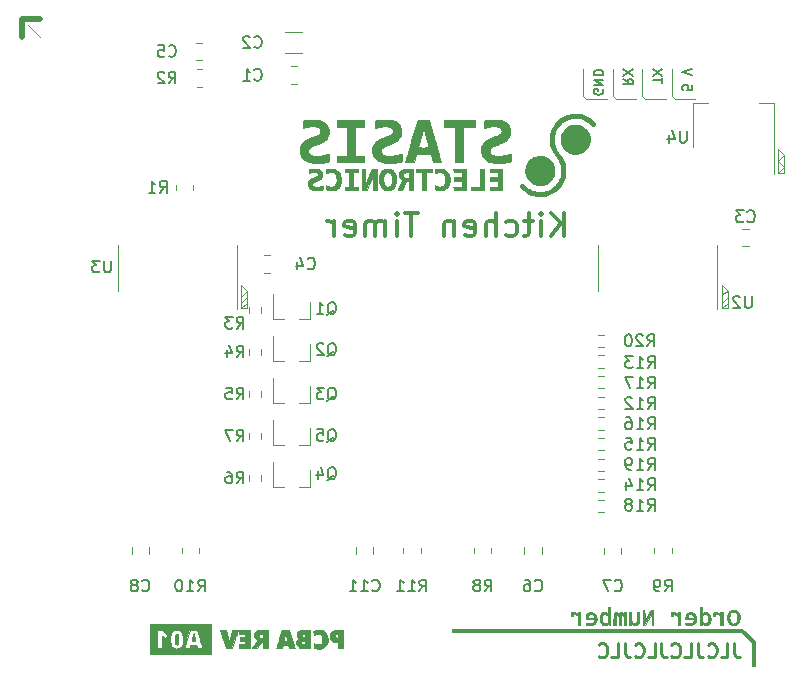
<source format=gbr>
%TF.GenerationSoftware,KiCad,Pcbnew,(5.1.10)-1*%
%TF.CreationDate,2021-10-03T21:55:55+02:00*%
%TF.ProjectId,KitchenTimer,4b697463-6865-46e5-9469-6d65722e6b69,rev?*%
%TF.SameCoordinates,Original*%
%TF.FileFunction,Legend,Bot*%
%TF.FilePolarity,Positive*%
%FSLAX46Y46*%
G04 Gerber Fmt 4.6, Leading zero omitted, Abs format (unit mm)*
G04 Created by KiCad (PCBNEW (5.1.10)-1) date 2021-10-03 21:55:55*
%MOMM*%
%LPD*%
G01*
G04 APERTURE LIST*
%ADD10C,0.300000*%
%ADD11C,0.120000*%
%ADD12C,0.200000*%
%ADD13C,0.500000*%
%ADD14C,0.010000*%
%ADD15C,0.240000*%
%ADD16C,0.150000*%
%ADD17C,1.500000*%
%ADD18C,5.600000*%
%ADD19R,3.800000X2.000000*%
%ADD20R,1.500000X2.000000*%
%ADD21R,0.800000X0.900000*%
%ADD22O,1.800000X1.100000*%
%ADD23C,1.290000*%
%ADD24O,1.700000X1.700000*%
%ADD25R,1.700000X1.700000*%
G04 APERTURE END LIST*
D10*
X59904761Y-36654761D02*
X59904761Y-34654761D01*
X58761904Y-36654761D02*
X59619047Y-35511904D01*
X58761904Y-34654761D02*
X59904761Y-35797619D01*
X57904761Y-36654761D02*
X57904761Y-35321428D01*
X57904761Y-34654761D02*
X58000000Y-34750000D01*
X57904761Y-34845238D01*
X57809523Y-34750000D01*
X57904761Y-34654761D01*
X57904761Y-34845238D01*
X57238095Y-35321428D02*
X56476190Y-35321428D01*
X56952380Y-34654761D02*
X56952380Y-36369047D01*
X56857142Y-36559523D01*
X56666666Y-36654761D01*
X56476190Y-36654761D01*
X54952380Y-36559523D02*
X55142857Y-36654761D01*
X55523809Y-36654761D01*
X55714285Y-36559523D01*
X55809523Y-36464285D01*
X55904761Y-36273809D01*
X55904761Y-35702380D01*
X55809523Y-35511904D01*
X55714285Y-35416666D01*
X55523809Y-35321428D01*
X55142857Y-35321428D01*
X54952380Y-35416666D01*
X54095238Y-36654761D02*
X54095238Y-34654761D01*
X53238095Y-36654761D02*
X53238095Y-35607142D01*
X53333333Y-35416666D01*
X53523809Y-35321428D01*
X53809523Y-35321428D01*
X54000000Y-35416666D01*
X54095238Y-35511904D01*
X51523809Y-36559523D02*
X51714285Y-36654761D01*
X52095238Y-36654761D01*
X52285714Y-36559523D01*
X52380952Y-36369047D01*
X52380952Y-35607142D01*
X52285714Y-35416666D01*
X52095238Y-35321428D01*
X51714285Y-35321428D01*
X51523809Y-35416666D01*
X51428571Y-35607142D01*
X51428571Y-35797619D01*
X52380952Y-35988095D01*
X50571428Y-35321428D02*
X50571428Y-36654761D01*
X50571428Y-35511904D02*
X50476190Y-35416666D01*
X50285714Y-35321428D01*
X50000000Y-35321428D01*
X49809523Y-35416666D01*
X49714285Y-35607142D01*
X49714285Y-36654761D01*
X47523809Y-34654761D02*
X46380952Y-34654761D01*
X46952380Y-36654761D02*
X46952380Y-34654761D01*
X45714285Y-36654761D02*
X45714285Y-35321428D01*
X45714285Y-34654761D02*
X45809523Y-34750000D01*
X45714285Y-34845238D01*
X45619047Y-34750000D01*
X45714285Y-34654761D01*
X45714285Y-34845238D01*
X44761904Y-36654761D02*
X44761904Y-35321428D01*
X44761904Y-35511904D02*
X44666666Y-35416666D01*
X44476190Y-35321428D01*
X44190476Y-35321428D01*
X44000000Y-35416666D01*
X43904761Y-35607142D01*
X43904761Y-36654761D01*
X43904761Y-35607142D02*
X43809523Y-35416666D01*
X43619047Y-35321428D01*
X43333333Y-35321428D01*
X43142857Y-35416666D01*
X43047619Y-35607142D01*
X43047619Y-36654761D01*
X41333333Y-36559523D02*
X41523809Y-36654761D01*
X41904761Y-36654761D01*
X42095238Y-36559523D01*
X42190476Y-36369047D01*
X42190476Y-35607142D01*
X42095238Y-35416666D01*
X41904761Y-35321428D01*
X41523809Y-35321428D01*
X41333333Y-35416666D01*
X41238095Y-35607142D01*
X41238095Y-35797619D01*
X42190476Y-35988095D01*
X40380952Y-36654761D02*
X40380952Y-35321428D01*
X40380952Y-35702380D02*
X40285714Y-35511904D01*
X40190476Y-35416666D01*
X40000000Y-35321428D01*
X39809523Y-35321428D01*
D11*
X61750000Y-25000000D02*
X63500000Y-25000000D01*
X61500000Y-24750000D02*
X61750000Y-25000000D01*
X61500000Y-22500000D02*
X61500000Y-24750000D01*
X64250000Y-25000000D02*
X66000000Y-25000000D01*
X64000000Y-24750000D02*
X64250000Y-25000000D01*
X64000000Y-22500000D02*
X64000000Y-24750000D01*
X66750000Y-25000000D02*
X68500000Y-25000000D01*
X66500000Y-24750000D02*
X66750000Y-25000000D01*
X66500000Y-22500000D02*
X66500000Y-24750000D01*
X69250000Y-25000000D02*
X71000000Y-25000000D01*
X69000000Y-24750000D02*
X69250000Y-25000000D01*
X69000000Y-22500000D02*
X69000000Y-24750000D01*
D12*
X70688095Y-23865714D02*
X70688095Y-24246666D01*
X70307142Y-24284761D01*
X70345238Y-24246666D01*
X70383333Y-24170476D01*
X70383333Y-23980000D01*
X70345238Y-23903809D01*
X70307142Y-23865714D01*
X70230952Y-23827619D01*
X70040476Y-23827619D01*
X69964285Y-23865714D01*
X69926190Y-23903809D01*
X69888095Y-23980000D01*
X69888095Y-24170476D01*
X69926190Y-24246666D01*
X69964285Y-24284761D01*
X70688095Y-22989523D02*
X69888095Y-22722857D01*
X70688095Y-22456190D01*
X68188095Y-23675238D02*
X68188095Y-23218095D01*
X67388095Y-23446666D02*
X68188095Y-23446666D01*
X68188095Y-23027619D02*
X67388095Y-22494285D01*
X68188095Y-22494285D02*
X67388095Y-23027619D01*
X64888095Y-23294285D02*
X65269047Y-23560952D01*
X64888095Y-23751428D02*
X65688095Y-23751428D01*
X65688095Y-23446666D01*
X65650000Y-23370476D01*
X65611904Y-23332380D01*
X65535714Y-23294285D01*
X65421428Y-23294285D01*
X65345238Y-23332380D01*
X65307142Y-23370476D01*
X65269047Y-23446666D01*
X65269047Y-23751428D01*
X65688095Y-23027619D02*
X64888095Y-22494285D01*
X65688095Y-22494285D02*
X64888095Y-23027619D01*
X63150000Y-24208571D02*
X63188095Y-24284761D01*
X63188095Y-24399047D01*
X63150000Y-24513333D01*
X63073809Y-24589523D01*
X62997619Y-24627619D01*
X62845238Y-24665714D01*
X62730952Y-24665714D01*
X62578571Y-24627619D01*
X62502380Y-24589523D01*
X62426190Y-24513333D01*
X62388095Y-24399047D01*
X62388095Y-24322857D01*
X62426190Y-24208571D01*
X62464285Y-24170476D01*
X62730952Y-24170476D01*
X62730952Y-24322857D01*
X62388095Y-23827619D02*
X63188095Y-23827619D01*
X62388095Y-23370476D01*
X63188095Y-23370476D01*
X62388095Y-22989523D02*
X63188095Y-22989523D01*
X63188095Y-22799047D01*
X63150000Y-22684761D01*
X63073809Y-22608571D01*
X62997619Y-22570476D01*
X62845238Y-22532380D01*
X62730952Y-22532380D01*
X62578571Y-22570476D01*
X62502380Y-22608571D01*
X62426190Y-22684761D01*
X62388095Y-22799047D01*
X62388095Y-22989523D01*
D13*
X14000000Y-18250000D02*
X14000000Y-19750000D01*
D11*
X14500000Y-18750000D02*
X15500000Y-19750000D01*
D13*
X14000000Y-18250000D02*
X15500000Y-18250000D01*
D11*
X78000000Y-30250000D02*
X78500000Y-29750000D01*
X78500000Y-30750000D02*
X78000000Y-30250000D01*
X78500000Y-30750000D02*
X78000000Y-31250000D01*
X78000000Y-29250000D02*
X78000000Y-31250000D01*
X78500000Y-29750000D02*
X78000000Y-29250000D01*
X78500000Y-31250000D02*
X78500000Y-29750000D01*
X78000000Y-31250000D02*
X78500000Y-31250000D01*
X73250000Y-41500000D02*
X73750000Y-41250000D01*
X73250000Y-42250000D02*
X73250000Y-41500000D01*
X73750000Y-41750000D02*
X73250000Y-42250000D01*
X73750000Y-42250000D02*
X73750000Y-41750000D01*
X73250000Y-42750000D02*
X73750000Y-42250000D01*
X73750000Y-42750000D02*
X73250000Y-42750000D01*
X73750000Y-41250000D02*
X73750000Y-42750000D01*
X73250000Y-40750000D02*
X73750000Y-41250000D01*
X73250000Y-42750000D02*
X73250000Y-40750000D01*
X33000000Y-41250000D02*
X32500000Y-41750000D01*
X33000000Y-41750000D02*
X32500000Y-42250000D01*
X33000000Y-42250000D02*
X32500000Y-42750000D01*
X33000000Y-42750000D02*
X32500000Y-42750000D01*
X33000000Y-41250000D02*
X33000000Y-42750000D01*
X32500000Y-40750000D02*
X33000000Y-41250000D01*
X32500000Y-42750000D02*
X32500000Y-40750000D01*
D14*
%TO.C,G\u002A\u002A\u002A*%
G36*
X60743374Y-27200183D02*
G01*
X60667781Y-27206261D01*
X60617894Y-27213780D01*
X60474874Y-27249434D01*
X60338846Y-27300109D01*
X60277582Y-27328894D01*
X60154694Y-27399691D01*
X60041284Y-27483565D01*
X59938457Y-27579246D01*
X59847323Y-27685467D01*
X59768987Y-27800957D01*
X59704559Y-27924448D01*
X59661545Y-28034791D01*
X59640918Y-28100183D01*
X59625625Y-28157735D01*
X59614776Y-28212671D01*
X59607477Y-28270215D01*
X59602836Y-28335593D01*
X59600604Y-28391553D01*
X59600947Y-28509520D01*
X59610107Y-28617107D01*
X59628642Y-28718704D01*
X59653030Y-28806281D01*
X59673955Y-28862743D01*
X59702335Y-28927293D01*
X59735647Y-28995030D01*
X59771369Y-29061055D01*
X59806977Y-29120467D01*
X59838376Y-29166285D01*
X59880016Y-29217292D01*
X59930535Y-29272282D01*
X59986069Y-29327539D01*
X60042754Y-29379346D01*
X60096728Y-29423985D01*
X60135629Y-29452221D01*
X60243850Y-29516348D01*
X60361001Y-29571312D01*
X60481872Y-29614949D01*
X60598291Y-29644513D01*
X60648490Y-29652000D01*
X60710101Y-29657492D01*
X60778285Y-29660892D01*
X60848199Y-29662102D01*
X60915005Y-29661023D01*
X60973861Y-29657559D01*
X61012567Y-29652906D01*
X61158051Y-29621103D01*
X61295038Y-29574665D01*
X61423585Y-29513562D01*
X61543751Y-29437764D01*
X61655593Y-29347242D01*
X61700516Y-29304408D01*
X61797847Y-29195985D01*
X61880011Y-29080528D01*
X61946761Y-28958408D01*
X61976486Y-28889378D01*
X62022028Y-28750795D01*
X62051082Y-28610833D01*
X62063898Y-28470629D01*
X62060728Y-28331319D01*
X62041823Y-28194042D01*
X62007435Y-28059935D01*
X61957813Y-27930133D01*
X61893209Y-27805775D01*
X61813876Y-27687997D01*
X61720062Y-27577936D01*
X61677413Y-27535250D01*
X61568824Y-27442451D01*
X61452483Y-27364439D01*
X61327794Y-27300911D01*
X61194162Y-27251559D01*
X61058214Y-27217495D01*
X60988577Y-27207016D01*
X60909244Y-27200607D01*
X60825686Y-27198314D01*
X60743374Y-27200183D01*
G37*
X60743374Y-27200183D02*
X60667781Y-27206261D01*
X60617894Y-27213780D01*
X60474874Y-27249434D01*
X60338846Y-27300109D01*
X60277582Y-27328894D01*
X60154694Y-27399691D01*
X60041284Y-27483565D01*
X59938457Y-27579246D01*
X59847323Y-27685467D01*
X59768987Y-27800957D01*
X59704559Y-27924448D01*
X59661545Y-28034791D01*
X59640918Y-28100183D01*
X59625625Y-28157735D01*
X59614776Y-28212671D01*
X59607477Y-28270215D01*
X59602836Y-28335593D01*
X59600604Y-28391553D01*
X59600947Y-28509520D01*
X59610107Y-28617107D01*
X59628642Y-28718704D01*
X59653030Y-28806281D01*
X59673955Y-28862743D01*
X59702335Y-28927293D01*
X59735647Y-28995030D01*
X59771369Y-29061055D01*
X59806977Y-29120467D01*
X59838376Y-29166285D01*
X59880016Y-29217292D01*
X59930535Y-29272282D01*
X59986069Y-29327539D01*
X60042754Y-29379346D01*
X60096728Y-29423985D01*
X60135629Y-29452221D01*
X60243850Y-29516348D01*
X60361001Y-29571312D01*
X60481872Y-29614949D01*
X60598291Y-29644513D01*
X60648490Y-29652000D01*
X60710101Y-29657492D01*
X60778285Y-29660892D01*
X60848199Y-29662102D01*
X60915005Y-29661023D01*
X60973861Y-29657559D01*
X61012567Y-29652906D01*
X61158051Y-29621103D01*
X61295038Y-29574665D01*
X61423585Y-29513562D01*
X61543751Y-29437764D01*
X61655593Y-29347242D01*
X61700516Y-29304408D01*
X61797847Y-29195985D01*
X61880011Y-29080528D01*
X61946761Y-28958408D01*
X61976486Y-28889378D01*
X62022028Y-28750795D01*
X62051082Y-28610833D01*
X62063898Y-28470629D01*
X62060728Y-28331319D01*
X62041823Y-28194042D01*
X62007435Y-28059935D01*
X61957813Y-27930133D01*
X61893209Y-27805775D01*
X61813876Y-27687997D01*
X61720062Y-27577936D01*
X61677413Y-27535250D01*
X61568824Y-27442451D01*
X61452483Y-27364439D01*
X61327794Y-27300911D01*
X61194162Y-27251559D01*
X61058214Y-27217495D01*
X60988577Y-27207016D01*
X60909244Y-27200607D01*
X60825686Y-27198314D01*
X60743374Y-27200183D01*
G36*
X40689770Y-27363196D02*
G01*
X41468444Y-27363196D01*
X41468444Y-29817711D01*
X40689770Y-29817711D01*
X40689770Y-30376325D01*
X42941153Y-30376325D01*
X42941153Y-29817711D01*
X42154015Y-29817711D01*
X42154015Y-27363196D01*
X42941153Y-27363196D01*
X42941153Y-26813046D01*
X40689770Y-26813046D01*
X40689770Y-27363196D01*
G37*
X40689770Y-27363196D02*
X41468444Y-27363196D01*
X41468444Y-29817711D01*
X40689770Y-29817711D01*
X40689770Y-30376325D01*
X42941153Y-30376325D01*
X42941153Y-29817711D01*
X42154015Y-29817711D01*
X42154015Y-27363196D01*
X42941153Y-27363196D01*
X42941153Y-26813046D01*
X40689770Y-26813046D01*
X40689770Y-27363196D01*
G36*
X46957772Y-28579873D02*
G01*
X46907909Y-28748214D01*
X46859299Y-28912334D01*
X46812163Y-29071487D01*
X46766721Y-29224929D01*
X46723194Y-29371915D01*
X46681802Y-29511702D01*
X46642765Y-29643544D01*
X46606304Y-29766696D01*
X46572639Y-29880415D01*
X46541992Y-29983955D01*
X46514581Y-30076572D01*
X46490628Y-30157522D01*
X46470352Y-30226060D01*
X46453975Y-30281441D01*
X46441717Y-30322920D01*
X46433798Y-30349754D01*
X46430439Y-30361197D01*
X46430350Y-30361513D01*
X46430181Y-30365062D01*
X46432767Y-30367995D01*
X46439557Y-30370372D01*
X46451996Y-30372249D01*
X46471532Y-30373687D01*
X46499612Y-30374742D01*
X46537685Y-30375473D01*
X46587195Y-30375939D01*
X46649592Y-30376197D01*
X46726322Y-30376306D01*
X46798290Y-30376325D01*
X47170298Y-30376325D01*
X47245075Y-30107597D01*
X47264289Y-30038577D01*
X47283131Y-29970952D01*
X47300836Y-29907460D01*
X47316640Y-29850842D01*
X47329778Y-29803836D01*
X47339486Y-29769183D01*
X47342500Y-29758464D01*
X47365147Y-29678057D01*
X47986796Y-29675887D01*
X48608444Y-29673717D01*
X48709400Y-30025021D01*
X48810357Y-30376325D01*
X49143786Y-30376325D01*
X49227740Y-30376287D01*
X49296293Y-30376130D01*
X49350972Y-30375785D01*
X49393303Y-30375182D01*
X49424813Y-30374254D01*
X49447028Y-30372931D01*
X49461475Y-30371145D01*
X49469680Y-30368828D01*
X49473171Y-30365910D01*
X49473474Y-30362323D01*
X49473284Y-30361513D01*
X49470538Y-30352095D01*
X49463204Y-30327191D01*
X49451503Y-30287546D01*
X49435654Y-30233904D01*
X49415878Y-30167010D01*
X49392396Y-30087609D01*
X49365428Y-29996444D01*
X49335194Y-29894261D01*
X49301914Y-29781805D01*
X49265809Y-29659819D01*
X49227100Y-29529048D01*
X49186006Y-29390238D01*
X49142748Y-29244132D01*
X49105202Y-29117328D01*
X48442849Y-29117328D01*
X48434659Y-29118576D01*
X48411418Y-29119688D01*
X48374999Y-29120662D01*
X48327273Y-29121498D01*
X48270112Y-29122194D01*
X48205388Y-29122749D01*
X48134973Y-29123162D01*
X48060738Y-29123431D01*
X47984557Y-29123557D01*
X47908299Y-29123536D01*
X47833838Y-29123370D01*
X47763046Y-29123055D01*
X47697794Y-29122591D01*
X47639953Y-29121977D01*
X47591397Y-29121212D01*
X47553997Y-29120295D01*
X47529624Y-29119224D01*
X47520151Y-29117999D01*
X47520093Y-29117890D01*
X47522324Y-29108448D01*
X47528769Y-29084103D01*
X47539050Y-29046192D01*
X47552793Y-28996057D01*
X47569623Y-28935036D01*
X47589164Y-28864469D01*
X47611040Y-28785695D01*
X47634877Y-28700054D01*
X47660298Y-28608886D01*
X47686929Y-28513529D01*
X47714394Y-28415323D01*
X47742317Y-28315609D01*
X47770324Y-28215724D01*
X47798038Y-28117009D01*
X47825085Y-28020803D01*
X47851089Y-27928446D01*
X47875674Y-27841277D01*
X47898465Y-27760636D01*
X47919087Y-27687861D01*
X47937165Y-27624294D01*
X47952322Y-27571272D01*
X47964184Y-27530136D01*
X47972375Y-27502225D01*
X47976519Y-27488878D01*
X47976919Y-27487913D01*
X47979721Y-27495176D01*
X47986742Y-27517409D01*
X47997602Y-27553285D01*
X48011924Y-27601484D01*
X48029328Y-27660680D01*
X48049437Y-27729550D01*
X48071873Y-27806772D01*
X48096255Y-27891021D01*
X48122207Y-27980974D01*
X48149350Y-28075307D01*
X48177305Y-28172698D01*
X48205694Y-28271823D01*
X48234139Y-28371358D01*
X48262260Y-28469980D01*
X48289680Y-28566365D01*
X48316020Y-28659191D01*
X48340902Y-28747133D01*
X48363947Y-28828868D01*
X48384776Y-28903073D01*
X48403013Y-28968424D01*
X48418277Y-29023597D01*
X48430190Y-29067271D01*
X48438375Y-29098120D01*
X48442453Y-29114821D01*
X48442849Y-29117328D01*
X49105202Y-29117328D01*
X49097547Y-29091475D01*
X49050622Y-28933012D01*
X49002194Y-28769487D01*
X48952483Y-28601645D01*
X48946034Y-28579873D01*
X48422716Y-26813046D01*
X47481127Y-26813046D01*
X46957772Y-28579873D01*
G37*
X46957772Y-28579873D02*
X46907909Y-28748214D01*
X46859299Y-28912334D01*
X46812163Y-29071487D01*
X46766721Y-29224929D01*
X46723194Y-29371915D01*
X46681802Y-29511702D01*
X46642765Y-29643544D01*
X46606304Y-29766696D01*
X46572639Y-29880415D01*
X46541992Y-29983955D01*
X46514581Y-30076572D01*
X46490628Y-30157522D01*
X46470352Y-30226060D01*
X46453975Y-30281441D01*
X46441717Y-30322920D01*
X46433798Y-30349754D01*
X46430439Y-30361197D01*
X46430350Y-30361513D01*
X46430181Y-30365062D01*
X46432767Y-30367995D01*
X46439557Y-30370372D01*
X46451996Y-30372249D01*
X46471532Y-30373687D01*
X46499612Y-30374742D01*
X46537685Y-30375473D01*
X46587195Y-30375939D01*
X46649592Y-30376197D01*
X46726322Y-30376306D01*
X46798290Y-30376325D01*
X47170298Y-30376325D01*
X47245075Y-30107597D01*
X47264289Y-30038577D01*
X47283131Y-29970952D01*
X47300836Y-29907460D01*
X47316640Y-29850842D01*
X47329778Y-29803836D01*
X47339486Y-29769183D01*
X47342500Y-29758464D01*
X47365147Y-29678057D01*
X47986796Y-29675887D01*
X48608444Y-29673717D01*
X48709400Y-30025021D01*
X48810357Y-30376325D01*
X49143786Y-30376325D01*
X49227740Y-30376287D01*
X49296293Y-30376130D01*
X49350972Y-30375785D01*
X49393303Y-30375182D01*
X49424813Y-30374254D01*
X49447028Y-30372931D01*
X49461475Y-30371145D01*
X49469680Y-30368828D01*
X49473171Y-30365910D01*
X49473474Y-30362323D01*
X49473284Y-30361513D01*
X49470538Y-30352095D01*
X49463204Y-30327191D01*
X49451503Y-30287546D01*
X49435654Y-30233904D01*
X49415878Y-30167010D01*
X49392396Y-30087609D01*
X49365428Y-29996444D01*
X49335194Y-29894261D01*
X49301914Y-29781805D01*
X49265809Y-29659819D01*
X49227100Y-29529048D01*
X49186006Y-29390238D01*
X49142748Y-29244132D01*
X49105202Y-29117328D01*
X48442849Y-29117328D01*
X48434659Y-29118576D01*
X48411418Y-29119688D01*
X48374999Y-29120662D01*
X48327273Y-29121498D01*
X48270112Y-29122194D01*
X48205388Y-29122749D01*
X48134973Y-29123162D01*
X48060738Y-29123431D01*
X47984557Y-29123557D01*
X47908299Y-29123536D01*
X47833838Y-29123370D01*
X47763046Y-29123055D01*
X47697794Y-29122591D01*
X47639953Y-29121977D01*
X47591397Y-29121212D01*
X47553997Y-29120295D01*
X47529624Y-29119224D01*
X47520151Y-29117999D01*
X47520093Y-29117890D01*
X47522324Y-29108448D01*
X47528769Y-29084103D01*
X47539050Y-29046192D01*
X47552793Y-28996057D01*
X47569623Y-28935036D01*
X47589164Y-28864469D01*
X47611040Y-28785695D01*
X47634877Y-28700054D01*
X47660298Y-28608886D01*
X47686929Y-28513529D01*
X47714394Y-28415323D01*
X47742317Y-28315609D01*
X47770324Y-28215724D01*
X47798038Y-28117009D01*
X47825085Y-28020803D01*
X47851089Y-27928446D01*
X47875674Y-27841277D01*
X47898465Y-27760636D01*
X47919087Y-27687861D01*
X47937165Y-27624294D01*
X47952322Y-27571272D01*
X47964184Y-27530136D01*
X47972375Y-27502225D01*
X47976519Y-27488878D01*
X47976919Y-27487913D01*
X47979721Y-27495176D01*
X47986742Y-27517409D01*
X47997602Y-27553285D01*
X48011924Y-27601484D01*
X48029328Y-27660680D01*
X48049437Y-27729550D01*
X48071873Y-27806772D01*
X48096255Y-27891021D01*
X48122207Y-27980974D01*
X48149350Y-28075307D01*
X48177305Y-28172698D01*
X48205694Y-28271823D01*
X48234139Y-28371358D01*
X48262260Y-28469980D01*
X48289680Y-28566365D01*
X48316020Y-28659191D01*
X48340902Y-28747133D01*
X48363947Y-28828868D01*
X48384776Y-28903073D01*
X48403013Y-28968424D01*
X48418277Y-29023597D01*
X48430190Y-29067271D01*
X48438375Y-29098120D01*
X48442453Y-29114821D01*
X48442849Y-29117328D01*
X49105202Y-29117328D01*
X49097547Y-29091475D01*
X49050622Y-28933012D01*
X49002194Y-28769487D01*
X48952483Y-28601645D01*
X48946034Y-28579873D01*
X48422716Y-26813046D01*
X47481127Y-26813046D01*
X46957772Y-28579873D01*
G36*
X49703765Y-27371659D02*
G01*
X50677107Y-27371659D01*
X50677107Y-30376325D01*
X51362679Y-30376325D01*
X51362679Y-27371659D01*
X52344485Y-27371659D01*
X52344485Y-26813046D01*
X49703765Y-26813046D01*
X49703765Y-27371659D01*
G37*
X49703765Y-27371659D02*
X50677107Y-27371659D01*
X50677107Y-30376325D01*
X51362679Y-30376325D01*
X51362679Y-27371659D01*
X52344485Y-27371659D01*
X52344485Y-26813046D01*
X49703765Y-26813046D01*
X49703765Y-27371659D01*
G36*
X38501034Y-26756081D02*
G01*
X38435147Y-26758402D01*
X38385787Y-26761712D01*
X38299986Y-26770529D01*
X38205244Y-26782290D01*
X38107160Y-26796172D01*
X38011335Y-26811354D01*
X37923368Y-26827014D01*
X37875541Y-26836540D01*
X37765511Y-26859597D01*
X37763290Y-27166411D01*
X37762953Y-27236578D01*
X37762974Y-27301099D01*
X37763326Y-27358092D01*
X37763983Y-27405677D01*
X37764920Y-27441972D01*
X37766110Y-27465096D01*
X37767522Y-27473167D01*
X37778167Y-27470588D01*
X37800286Y-27463838D01*
X37829361Y-27454303D01*
X37833360Y-27452951D01*
X37911243Y-27429173D01*
X38001520Y-27406086D01*
X38099659Y-27384593D01*
X38201125Y-27365601D01*
X38301388Y-27350015D01*
X38395913Y-27338740D01*
X38412995Y-27337147D01*
X38485656Y-27332497D01*
X38563575Y-27330624D01*
X38642816Y-27331386D01*
X38719443Y-27334642D01*
X38789520Y-27340250D01*
X38849111Y-27348071D01*
X38878507Y-27353838D01*
X38949840Y-27371998D01*
X39008190Y-27390871D01*
X39057472Y-27412157D01*
X39101602Y-27437554D01*
X39144494Y-27468758D01*
X39145677Y-27469701D01*
X39181615Y-27507847D01*
X39211538Y-27558022D01*
X39233860Y-27615918D01*
X39246992Y-27677225D01*
X39249345Y-27737635D01*
X39248449Y-27748602D01*
X39238581Y-27799982D01*
X39219381Y-27848401D01*
X39190023Y-27894465D01*
X39149684Y-27938781D01*
X39097536Y-27981956D01*
X39032756Y-28024596D01*
X38954519Y-28067308D01*
X38861999Y-28110700D01*
X38754371Y-28155376D01*
X38633055Y-28201132D01*
X38482164Y-28257237D01*
X38346782Y-28310754D01*
X38225817Y-28362401D01*
X38118178Y-28412901D01*
X38022773Y-28462975D01*
X37938509Y-28513344D01*
X37864296Y-28564729D01*
X37799042Y-28617851D01*
X37741654Y-28673431D01*
X37691042Y-28732191D01*
X37646113Y-28794851D01*
X37605776Y-28862134D01*
X37591328Y-28889249D01*
X37554449Y-28970157D01*
X37528072Y-29051377D01*
X37510998Y-29137726D01*
X37502026Y-29234021D01*
X37501256Y-29250841D01*
X37502837Y-29395222D01*
X37519285Y-29531670D01*
X37550340Y-29659849D01*
X37595744Y-29779423D01*
X37655237Y-29890058D01*
X37728559Y-29991418D01*
X37815450Y-30083167D01*
X37915652Y-30164970D01*
X38028904Y-30236491D01*
X38154948Y-30297396D01*
X38293523Y-30347349D01*
X38365172Y-30367533D01*
X38440112Y-30385707D01*
X38511004Y-30400204D01*
X38581292Y-30411411D01*
X38654421Y-30419713D01*
X38733835Y-30425495D01*
X38822979Y-30429142D01*
X38925298Y-30431040D01*
X38933522Y-30431122D01*
X38998154Y-30431598D01*
X39059847Y-30431801D01*
X39115805Y-30431741D01*
X39163230Y-30431429D01*
X39199323Y-30430875D01*
X39221289Y-30430088D01*
X39221293Y-30430087D01*
X39457759Y-30407974D01*
X39685662Y-30372536D01*
X39870893Y-30332529D01*
X40012662Y-30297895D01*
X40012662Y-29963795D01*
X40012626Y-29879778D01*
X40012473Y-29811171D01*
X40012133Y-29756458D01*
X40011539Y-29714122D01*
X40010622Y-29682645D01*
X40009314Y-29660512D01*
X40007546Y-29646204D01*
X40005250Y-29638205D01*
X40002357Y-29634997D01*
X39998799Y-29635065D01*
X39997850Y-29635395D01*
X39968834Y-29645578D01*
X39926864Y-29658997D01*
X39875377Y-29674653D01*
X39817809Y-29691550D01*
X39757598Y-29708691D01*
X39698179Y-29725079D01*
X39642990Y-29739718D01*
X39606362Y-29748968D01*
X39461780Y-29781824D01*
X39327827Y-29806572D01*
X39200572Y-29823735D01*
X39076084Y-29833836D01*
X38950431Y-29837398D01*
X38941986Y-29837416D01*
X38854944Y-29836306D01*
X38780704Y-29832569D01*
X38715281Y-29825749D01*
X38654688Y-29815392D01*
X38594939Y-29801042D01*
X38575640Y-29795618D01*
X38485716Y-29764239D01*
X38410859Y-29726258D01*
X38350260Y-29680944D01*
X38303113Y-29627569D01*
X38268607Y-29565404D01*
X38247257Y-29499502D01*
X38237001Y-29421242D01*
X38242907Y-29344934D01*
X38264507Y-29272496D01*
X38301328Y-29205844D01*
X38327435Y-29172865D01*
X38357705Y-29141196D01*
X38390938Y-29111507D01*
X38428575Y-29083055D01*
X38472062Y-29055098D01*
X38522841Y-29026893D01*
X38582356Y-28997697D01*
X38652050Y-28966766D01*
X38733367Y-28933359D01*
X38827752Y-28896732D01*
X38936646Y-28856143D01*
X38958450Y-28848157D01*
X39085925Y-28800424D01*
X39198480Y-28755652D01*
X39297691Y-28712996D01*
X39385133Y-28671616D01*
X39462383Y-28630668D01*
X39531016Y-28589309D01*
X39592607Y-28546697D01*
X39648732Y-28501989D01*
X39700967Y-28454343D01*
X39708391Y-28447062D01*
X39788380Y-28359587D01*
X39852641Y-28270139D01*
X39902347Y-28176243D01*
X39938667Y-28075425D01*
X39962774Y-27965212D01*
X39972226Y-27889752D01*
X39976755Y-27755296D01*
X39965074Y-27622805D01*
X39937416Y-27493950D01*
X39902567Y-27391143D01*
X39852358Y-27288008D01*
X39787465Y-27192438D01*
X39708571Y-27104889D01*
X39616354Y-27025819D01*
X39511497Y-26955684D01*
X39394678Y-26894941D01*
X39266579Y-26844048D01*
X39127881Y-26803461D01*
X38984305Y-26774444D01*
X38937674Y-26768640D01*
X38877675Y-26763771D01*
X38807849Y-26759912D01*
X38731732Y-26757138D01*
X38652865Y-26755525D01*
X38574786Y-26755147D01*
X38501034Y-26756081D01*
G37*
X38501034Y-26756081D02*
X38435147Y-26758402D01*
X38385787Y-26761712D01*
X38299986Y-26770529D01*
X38205244Y-26782290D01*
X38107160Y-26796172D01*
X38011335Y-26811354D01*
X37923368Y-26827014D01*
X37875541Y-26836540D01*
X37765511Y-26859597D01*
X37763290Y-27166411D01*
X37762953Y-27236578D01*
X37762974Y-27301099D01*
X37763326Y-27358092D01*
X37763983Y-27405677D01*
X37764920Y-27441972D01*
X37766110Y-27465096D01*
X37767522Y-27473167D01*
X37778167Y-27470588D01*
X37800286Y-27463838D01*
X37829361Y-27454303D01*
X37833360Y-27452951D01*
X37911243Y-27429173D01*
X38001520Y-27406086D01*
X38099659Y-27384593D01*
X38201125Y-27365601D01*
X38301388Y-27350015D01*
X38395913Y-27338740D01*
X38412995Y-27337147D01*
X38485656Y-27332497D01*
X38563575Y-27330624D01*
X38642816Y-27331386D01*
X38719443Y-27334642D01*
X38789520Y-27340250D01*
X38849111Y-27348071D01*
X38878507Y-27353838D01*
X38949840Y-27371998D01*
X39008190Y-27390871D01*
X39057472Y-27412157D01*
X39101602Y-27437554D01*
X39144494Y-27468758D01*
X39145677Y-27469701D01*
X39181615Y-27507847D01*
X39211538Y-27558022D01*
X39233860Y-27615918D01*
X39246992Y-27677225D01*
X39249345Y-27737635D01*
X39248449Y-27748602D01*
X39238581Y-27799982D01*
X39219381Y-27848401D01*
X39190023Y-27894465D01*
X39149684Y-27938781D01*
X39097536Y-27981956D01*
X39032756Y-28024596D01*
X38954519Y-28067308D01*
X38861999Y-28110700D01*
X38754371Y-28155376D01*
X38633055Y-28201132D01*
X38482164Y-28257237D01*
X38346782Y-28310754D01*
X38225817Y-28362401D01*
X38118178Y-28412901D01*
X38022773Y-28462975D01*
X37938509Y-28513344D01*
X37864296Y-28564729D01*
X37799042Y-28617851D01*
X37741654Y-28673431D01*
X37691042Y-28732191D01*
X37646113Y-28794851D01*
X37605776Y-28862134D01*
X37591328Y-28889249D01*
X37554449Y-28970157D01*
X37528072Y-29051377D01*
X37510998Y-29137726D01*
X37502026Y-29234021D01*
X37501256Y-29250841D01*
X37502837Y-29395222D01*
X37519285Y-29531670D01*
X37550340Y-29659849D01*
X37595744Y-29779423D01*
X37655237Y-29890058D01*
X37728559Y-29991418D01*
X37815450Y-30083167D01*
X37915652Y-30164970D01*
X38028904Y-30236491D01*
X38154948Y-30297396D01*
X38293523Y-30347349D01*
X38365172Y-30367533D01*
X38440112Y-30385707D01*
X38511004Y-30400204D01*
X38581292Y-30411411D01*
X38654421Y-30419713D01*
X38733835Y-30425495D01*
X38822979Y-30429142D01*
X38925298Y-30431040D01*
X38933522Y-30431122D01*
X38998154Y-30431598D01*
X39059847Y-30431801D01*
X39115805Y-30431741D01*
X39163230Y-30431429D01*
X39199323Y-30430875D01*
X39221289Y-30430088D01*
X39221293Y-30430087D01*
X39457759Y-30407974D01*
X39685662Y-30372536D01*
X39870893Y-30332529D01*
X40012662Y-30297895D01*
X40012662Y-29963795D01*
X40012626Y-29879778D01*
X40012473Y-29811171D01*
X40012133Y-29756458D01*
X40011539Y-29714122D01*
X40010622Y-29682645D01*
X40009314Y-29660512D01*
X40007546Y-29646204D01*
X40005250Y-29638205D01*
X40002357Y-29634997D01*
X39998799Y-29635065D01*
X39997850Y-29635395D01*
X39968834Y-29645578D01*
X39926864Y-29658997D01*
X39875377Y-29674653D01*
X39817809Y-29691550D01*
X39757598Y-29708691D01*
X39698179Y-29725079D01*
X39642990Y-29739718D01*
X39606362Y-29748968D01*
X39461780Y-29781824D01*
X39327827Y-29806572D01*
X39200572Y-29823735D01*
X39076084Y-29833836D01*
X38950431Y-29837398D01*
X38941986Y-29837416D01*
X38854944Y-29836306D01*
X38780704Y-29832569D01*
X38715281Y-29825749D01*
X38654688Y-29815392D01*
X38594939Y-29801042D01*
X38575640Y-29795618D01*
X38485716Y-29764239D01*
X38410859Y-29726258D01*
X38350260Y-29680944D01*
X38303113Y-29627569D01*
X38268607Y-29565404D01*
X38247257Y-29499502D01*
X38237001Y-29421242D01*
X38242907Y-29344934D01*
X38264507Y-29272496D01*
X38301328Y-29205844D01*
X38327435Y-29172865D01*
X38357705Y-29141196D01*
X38390938Y-29111507D01*
X38428575Y-29083055D01*
X38472062Y-29055098D01*
X38522841Y-29026893D01*
X38582356Y-28997697D01*
X38652050Y-28966766D01*
X38733367Y-28933359D01*
X38827752Y-28896732D01*
X38936646Y-28856143D01*
X38958450Y-28848157D01*
X39085925Y-28800424D01*
X39198480Y-28755652D01*
X39297691Y-28712996D01*
X39385133Y-28671616D01*
X39462383Y-28630668D01*
X39531016Y-28589309D01*
X39592607Y-28546697D01*
X39648732Y-28501989D01*
X39700967Y-28454343D01*
X39708391Y-28447062D01*
X39788380Y-28359587D01*
X39852641Y-28270139D01*
X39902347Y-28176243D01*
X39938667Y-28075425D01*
X39962774Y-27965212D01*
X39972226Y-27889752D01*
X39976755Y-27755296D01*
X39965074Y-27622805D01*
X39937416Y-27493950D01*
X39902567Y-27391143D01*
X39852358Y-27288008D01*
X39787465Y-27192438D01*
X39708571Y-27104889D01*
X39616354Y-27025819D01*
X39511497Y-26955684D01*
X39394678Y-26894941D01*
X39266579Y-26844048D01*
X39127881Y-26803461D01*
X38984305Y-26774444D01*
X38937674Y-26768640D01*
X38877675Y-26763771D01*
X38807849Y-26759912D01*
X38731732Y-26757138D01*
X38652865Y-26755525D01*
X38574786Y-26755147D01*
X38501034Y-26756081D01*
G36*
X44622910Y-26757035D02*
G01*
X44479227Y-26766276D01*
X44333805Y-26782177D01*
X44182106Y-26805223D01*
X44037221Y-26832322D01*
X43901799Y-26859597D01*
X43899578Y-27166411D01*
X43899262Y-27236581D01*
X43899342Y-27301107D01*
X43899788Y-27358108D01*
X43900568Y-27405702D01*
X43901652Y-27442008D01*
X43903009Y-27465143D01*
X43904600Y-27473226D01*
X43915885Y-27470620D01*
X43937981Y-27463839D01*
X43961837Y-27455818D01*
X44025564Y-27435859D01*
X44101980Y-27415546D01*
X44186889Y-27395741D01*
X44276096Y-27377309D01*
X44365406Y-27361112D01*
X44450625Y-27348013D01*
X44527556Y-27338876D01*
X44532356Y-27338423D01*
X44667386Y-27329784D01*
X44792954Y-27329602D01*
X44908346Y-27337670D01*
X45012850Y-27353782D01*
X45105752Y-27377730D01*
X45186340Y-27409308D01*
X45253902Y-27448308D01*
X45307724Y-27494524D01*
X45347093Y-27547748D01*
X45362075Y-27579286D01*
X45375130Y-27625525D01*
X45382340Y-27679144D01*
X45383651Y-27734695D01*
X45379007Y-27786728D01*
X45368354Y-27829795D01*
X45364683Y-27838658D01*
X45333464Y-27889563D01*
X45287134Y-27939563D01*
X45225382Y-27988856D01*
X45147899Y-28037640D01*
X45054375Y-28086114D01*
X44944500Y-28134475D01*
X44837054Y-28175994D01*
X44739005Y-28212407D01*
X44642666Y-28249183D01*
X44550291Y-28285409D01*
X44464132Y-28320170D01*
X44386442Y-28352554D01*
X44319473Y-28381645D01*
X44265480Y-28406531D01*
X44249842Y-28414189D01*
X44124830Y-28482656D01*
X44015566Y-28555436D01*
X43921237Y-28633337D01*
X43841030Y-28717168D01*
X43774133Y-28807738D01*
X43719731Y-28905854D01*
X43693066Y-28967869D01*
X43662571Y-29067149D01*
X43643797Y-29175401D01*
X43636577Y-29289543D01*
X43640745Y-29406494D01*
X43656136Y-29523174D01*
X43682583Y-29636500D01*
X43719919Y-29743393D01*
X43736925Y-29781678D01*
X43797405Y-29892603D01*
X43868833Y-29992614D01*
X43951650Y-30081987D01*
X44046295Y-30160998D01*
X44153209Y-30229926D01*
X44272832Y-30289046D01*
X44405604Y-30338637D01*
X44551966Y-30378974D01*
X44712358Y-30410335D01*
X44743952Y-30415227D01*
X44775157Y-30418627D01*
X44820240Y-30421854D01*
X44876153Y-30424830D01*
X44939845Y-30427479D01*
X45008268Y-30429722D01*
X45078372Y-30431481D01*
X45147109Y-30432679D01*
X45211428Y-30433239D01*
X45268282Y-30433082D01*
X45314620Y-30432132D01*
X45344885Y-30430527D01*
X45424736Y-30423830D01*
X45490810Y-30418000D01*
X45546211Y-30412714D01*
X45594049Y-30407650D01*
X45637430Y-30402484D01*
X45679461Y-30396894D01*
X45708696Y-30392708D01*
X45862933Y-30365888D01*
X46024789Y-30329739D01*
X46079123Y-30315906D01*
X46148950Y-30297586D01*
X46148950Y-29963641D01*
X46148846Y-29876564D01*
X46148507Y-29805137D01*
X46147893Y-29748082D01*
X46146961Y-29704122D01*
X46145672Y-29671979D01*
X46143983Y-29650376D01*
X46141855Y-29638036D01*
X46139246Y-29633682D01*
X46138370Y-29633739D01*
X46092236Y-29650022D01*
X46032991Y-29668866D01*
X45964087Y-29689338D01*
X45888977Y-29710503D01*
X45811112Y-29731427D01*
X45733945Y-29751175D01*
X45660927Y-29768814D01*
X45595510Y-29783408D01*
X45556481Y-29791238D01*
X45426871Y-29812543D01*
X45297833Y-29827858D01*
X45173005Y-29836926D01*
X45056026Y-29839488D01*
X44950534Y-29835288D01*
X44943312Y-29834703D01*
X44823075Y-29819894D01*
X44717507Y-29796842D01*
X44626430Y-29765427D01*
X44549661Y-29725532D01*
X44487022Y-29677040D01*
X44438331Y-29619832D01*
X44403410Y-29553791D01*
X44382077Y-29478798D01*
X44379892Y-29465822D01*
X44375462Y-29387665D01*
X44387090Y-29314664D01*
X44414902Y-29246429D01*
X44459026Y-29182571D01*
X44479763Y-29159714D01*
X44516106Y-29125027D01*
X44556362Y-29092471D01*
X44602165Y-29061201D01*
X44655150Y-29030369D01*
X44716951Y-28999130D01*
X44789200Y-28966635D01*
X44873533Y-28932039D01*
X44971582Y-28894495D01*
X45040186Y-28869290D01*
X45173114Y-28820035D01*
X45291016Y-28773981D01*
X45395321Y-28730366D01*
X45487460Y-28688425D01*
X45568863Y-28647397D01*
X45640961Y-28606517D01*
X45705183Y-28565022D01*
X45762960Y-28522149D01*
X45815721Y-28477134D01*
X45864898Y-28429214D01*
X45865075Y-28429031D01*
X45942733Y-28339239D01*
X46005191Y-28246109D01*
X46052999Y-28148113D01*
X46086710Y-28043720D01*
X46106873Y-27931403D01*
X46114042Y-27809631D01*
X46112813Y-27741962D01*
X46100137Y-27609037D01*
X46073536Y-27485685D01*
X46032885Y-27371682D01*
X45978064Y-27266805D01*
X45908949Y-27170828D01*
X45825418Y-27083526D01*
X45727347Y-27004676D01*
X45700226Y-26986046D01*
X45589705Y-26920659D01*
X45470952Y-26866442D01*
X45342989Y-26823152D01*
X45204842Y-26790545D01*
X45055534Y-26768378D01*
X44894089Y-26756407D01*
X44769395Y-26753966D01*
X44622910Y-26757035D01*
G37*
X44622910Y-26757035D02*
X44479227Y-26766276D01*
X44333805Y-26782177D01*
X44182106Y-26805223D01*
X44037221Y-26832322D01*
X43901799Y-26859597D01*
X43899578Y-27166411D01*
X43899262Y-27236581D01*
X43899342Y-27301107D01*
X43899788Y-27358108D01*
X43900568Y-27405702D01*
X43901652Y-27442008D01*
X43903009Y-27465143D01*
X43904600Y-27473226D01*
X43915885Y-27470620D01*
X43937981Y-27463839D01*
X43961837Y-27455818D01*
X44025564Y-27435859D01*
X44101980Y-27415546D01*
X44186889Y-27395741D01*
X44276096Y-27377309D01*
X44365406Y-27361112D01*
X44450625Y-27348013D01*
X44527556Y-27338876D01*
X44532356Y-27338423D01*
X44667386Y-27329784D01*
X44792954Y-27329602D01*
X44908346Y-27337670D01*
X45012850Y-27353782D01*
X45105752Y-27377730D01*
X45186340Y-27409308D01*
X45253902Y-27448308D01*
X45307724Y-27494524D01*
X45347093Y-27547748D01*
X45362075Y-27579286D01*
X45375130Y-27625525D01*
X45382340Y-27679144D01*
X45383651Y-27734695D01*
X45379007Y-27786728D01*
X45368354Y-27829795D01*
X45364683Y-27838658D01*
X45333464Y-27889563D01*
X45287134Y-27939563D01*
X45225382Y-27988856D01*
X45147899Y-28037640D01*
X45054375Y-28086114D01*
X44944500Y-28134475D01*
X44837054Y-28175994D01*
X44739005Y-28212407D01*
X44642666Y-28249183D01*
X44550291Y-28285409D01*
X44464132Y-28320170D01*
X44386442Y-28352554D01*
X44319473Y-28381645D01*
X44265480Y-28406531D01*
X44249842Y-28414189D01*
X44124830Y-28482656D01*
X44015566Y-28555436D01*
X43921237Y-28633337D01*
X43841030Y-28717168D01*
X43774133Y-28807738D01*
X43719731Y-28905854D01*
X43693066Y-28967869D01*
X43662571Y-29067149D01*
X43643797Y-29175401D01*
X43636577Y-29289543D01*
X43640745Y-29406494D01*
X43656136Y-29523174D01*
X43682583Y-29636500D01*
X43719919Y-29743393D01*
X43736925Y-29781678D01*
X43797405Y-29892603D01*
X43868833Y-29992614D01*
X43951650Y-30081987D01*
X44046295Y-30160998D01*
X44153209Y-30229926D01*
X44272832Y-30289046D01*
X44405604Y-30338637D01*
X44551966Y-30378974D01*
X44712358Y-30410335D01*
X44743952Y-30415227D01*
X44775157Y-30418627D01*
X44820240Y-30421854D01*
X44876153Y-30424830D01*
X44939845Y-30427479D01*
X45008268Y-30429722D01*
X45078372Y-30431481D01*
X45147109Y-30432679D01*
X45211428Y-30433239D01*
X45268282Y-30433082D01*
X45314620Y-30432132D01*
X45344885Y-30430527D01*
X45424736Y-30423830D01*
X45490810Y-30418000D01*
X45546211Y-30412714D01*
X45594049Y-30407650D01*
X45637430Y-30402484D01*
X45679461Y-30396894D01*
X45708696Y-30392708D01*
X45862933Y-30365888D01*
X46024789Y-30329739D01*
X46079123Y-30315906D01*
X46148950Y-30297586D01*
X46148950Y-29963641D01*
X46148846Y-29876564D01*
X46148507Y-29805137D01*
X46147893Y-29748082D01*
X46146961Y-29704122D01*
X46145672Y-29671979D01*
X46143983Y-29650376D01*
X46141855Y-29638036D01*
X46139246Y-29633682D01*
X46138370Y-29633739D01*
X46092236Y-29650022D01*
X46032991Y-29668866D01*
X45964087Y-29689338D01*
X45888977Y-29710503D01*
X45811112Y-29731427D01*
X45733945Y-29751175D01*
X45660927Y-29768814D01*
X45595510Y-29783408D01*
X45556481Y-29791238D01*
X45426871Y-29812543D01*
X45297833Y-29827858D01*
X45173005Y-29836926D01*
X45056026Y-29839488D01*
X44950534Y-29835288D01*
X44943312Y-29834703D01*
X44823075Y-29819894D01*
X44717507Y-29796842D01*
X44626430Y-29765427D01*
X44549661Y-29725532D01*
X44487022Y-29677040D01*
X44438331Y-29619832D01*
X44403410Y-29553791D01*
X44382077Y-29478798D01*
X44379892Y-29465822D01*
X44375462Y-29387665D01*
X44387090Y-29314664D01*
X44414902Y-29246429D01*
X44459026Y-29182571D01*
X44479763Y-29159714D01*
X44516106Y-29125027D01*
X44556362Y-29092471D01*
X44602165Y-29061201D01*
X44655150Y-29030369D01*
X44716951Y-28999130D01*
X44789200Y-28966635D01*
X44873533Y-28932039D01*
X44971582Y-28894495D01*
X45040186Y-28869290D01*
X45173114Y-28820035D01*
X45291016Y-28773981D01*
X45395321Y-28730366D01*
X45487460Y-28688425D01*
X45568863Y-28647397D01*
X45640961Y-28606517D01*
X45705183Y-28565022D01*
X45762960Y-28522149D01*
X45815721Y-28477134D01*
X45864898Y-28429214D01*
X45865075Y-28429031D01*
X45942733Y-28339239D01*
X46005191Y-28246109D01*
X46052999Y-28148113D01*
X46086710Y-28043720D01*
X46106873Y-27931403D01*
X46114042Y-27809631D01*
X46112813Y-27741962D01*
X46100137Y-27609037D01*
X46073536Y-27485685D01*
X46032885Y-27371682D01*
X45978064Y-27266805D01*
X45908949Y-27170828D01*
X45825418Y-27083526D01*
X45727347Y-27004676D01*
X45700226Y-26986046D01*
X45589705Y-26920659D01*
X45470952Y-26866442D01*
X45342989Y-26823152D01*
X45204842Y-26790545D01*
X45055534Y-26768378D01*
X44894089Y-26756407D01*
X44769395Y-26753966D01*
X44622910Y-26757035D01*
G36*
X53759816Y-26761266D02*
G01*
X53532317Y-26783719D01*
X53298184Y-26821230D01*
X53220493Y-26836687D01*
X53110463Y-26859597D01*
X53108241Y-27166411D01*
X53107869Y-27236581D01*
X53107789Y-27301108D01*
X53107983Y-27358110D01*
X53108434Y-27405704D01*
X53109123Y-27442009D01*
X53110033Y-27465144D01*
X53111140Y-27473226D01*
X53120782Y-27470834D01*
X53143169Y-27464332D01*
X53174913Y-27454726D01*
X53210696Y-27443629D01*
X53379168Y-27397963D01*
X53555921Y-27363467D01*
X53735814Y-27340995D01*
X53880673Y-27332183D01*
X53999132Y-27331250D01*
X54103791Y-27336424D01*
X54196757Y-27348024D01*
X54280136Y-27366368D01*
X54356036Y-27391776D01*
X54398614Y-27410423D01*
X54465097Y-27449614D01*
X54517128Y-27497113D01*
X54555567Y-27554005D01*
X54581272Y-27621375D01*
X54587810Y-27649596D01*
X54595133Y-27711226D01*
X54591586Y-27768889D01*
X54576554Y-27823158D01*
X54549420Y-27874607D01*
X54509569Y-27923810D01*
X54456386Y-27971341D01*
X54389253Y-28017773D01*
X54307555Y-28063680D01*
X54210678Y-28109636D01*
X54098004Y-28156215D01*
X54007631Y-28190141D01*
X53864614Y-28243064D01*
X53736819Y-28292753D01*
X53622984Y-28339839D01*
X53521852Y-28384956D01*
X53432161Y-28428735D01*
X53352653Y-28471811D01*
X53282069Y-28514816D01*
X53219149Y-28558383D01*
X53162633Y-28603144D01*
X53132150Y-28630033D01*
X53056753Y-28709082D01*
X52989691Y-28799128D01*
X52933216Y-28896434D01*
X52889579Y-28997265D01*
X52867683Y-29068719D01*
X52860694Y-29098581D01*
X52855626Y-29126610D01*
X52852192Y-29156413D01*
X52850105Y-29191599D01*
X52849078Y-29235775D01*
X52848825Y-29292549D01*
X52848841Y-29305648D01*
X52849298Y-29368078D01*
X52850607Y-29417569D01*
X52853077Y-29458100D01*
X52857015Y-29493651D01*
X52862731Y-29528200D01*
X52868136Y-29554770D01*
X52903955Y-29683949D01*
X52953692Y-29803616D01*
X53017129Y-29913565D01*
X53094043Y-30013589D01*
X53184215Y-30103483D01*
X53287425Y-30183041D01*
X53403451Y-30252057D01*
X53532073Y-30310326D01*
X53673072Y-30357642D01*
X53749483Y-30377444D01*
X53819738Y-30392952D01*
X53886430Y-30405263D01*
X53953016Y-30414729D01*
X54022953Y-30421700D01*
X54099697Y-30426525D01*
X54186705Y-30429555D01*
X54278474Y-30431056D01*
X54343105Y-30431565D01*
X54404799Y-30431796D01*
X54460756Y-30431758D01*
X54508181Y-30431459D01*
X54544274Y-30430910D01*
X54566240Y-30430119D01*
X54566244Y-30430119D01*
X54795896Y-30408805D01*
X55016516Y-30375169D01*
X55215844Y-30332529D01*
X55357614Y-30297895D01*
X55357614Y-29963795D01*
X55357578Y-29879778D01*
X55357424Y-29811171D01*
X55357085Y-29756458D01*
X55356491Y-29714122D01*
X55355574Y-29682645D01*
X55354265Y-29660512D01*
X55352497Y-29646204D01*
X55350201Y-29638205D01*
X55347309Y-29634997D01*
X55343751Y-29635065D01*
X55342802Y-29635395D01*
X55316980Y-29644442D01*
X55278301Y-29656867D01*
X55230250Y-29671642D01*
X55176316Y-29687740D01*
X55119984Y-29704133D01*
X55064742Y-29719795D01*
X55014076Y-29733697D01*
X54971473Y-29744813D01*
X54971156Y-29744893D01*
X54807285Y-29781965D01*
X54648017Y-29810100D01*
X54495361Y-29829079D01*
X54351325Y-29838681D01*
X54217918Y-29838687D01*
X54151975Y-29834703D01*
X54034495Y-29820072D01*
X53929794Y-29797119D01*
X53838322Y-29766058D01*
X53760529Y-29727107D01*
X53696865Y-29680480D01*
X53647782Y-29626394D01*
X53620146Y-29579673D01*
X53596988Y-29514856D01*
X53585145Y-29445188D01*
X53584681Y-29375078D01*
X53595661Y-29308936D01*
X53615478Y-29256250D01*
X53648709Y-29203212D01*
X53693568Y-29152512D01*
X53750860Y-29103637D01*
X53821391Y-29056075D01*
X53905966Y-29009311D01*
X54005390Y-28962834D01*
X54120470Y-28916129D01*
X54189603Y-28890563D01*
X54344715Y-28833377D01*
X54483482Y-28779044D01*
X54606221Y-28727417D01*
X54713248Y-28678353D01*
X54804879Y-28631706D01*
X54881429Y-28587332D01*
X54943122Y-28545155D01*
X55020968Y-28479726D01*
X55093817Y-28405793D01*
X55158834Y-28326785D01*
X55213182Y-28246129D01*
X55252008Y-28171869D01*
X55282866Y-28086131D01*
X55305263Y-27989219D01*
X55318589Y-27884960D01*
X55322231Y-27777179D01*
X55321128Y-27739837D01*
X55307663Y-27606337D01*
X55280061Y-27482146D01*
X55238326Y-27367272D01*
X55182464Y-27261722D01*
X55112480Y-27165505D01*
X55028379Y-27078629D01*
X54930166Y-27001100D01*
X54817846Y-26932928D01*
X54791694Y-26919413D01*
X54677744Y-26868017D01*
X54559915Y-26826733D01*
X54436048Y-26795120D01*
X54303985Y-26772736D01*
X54161569Y-26759141D01*
X54006642Y-26753893D01*
X53981361Y-26753799D01*
X53759816Y-26761266D01*
G37*
X53759816Y-26761266D02*
X53532317Y-26783719D01*
X53298184Y-26821230D01*
X53220493Y-26836687D01*
X53110463Y-26859597D01*
X53108241Y-27166411D01*
X53107869Y-27236581D01*
X53107789Y-27301108D01*
X53107983Y-27358110D01*
X53108434Y-27405704D01*
X53109123Y-27442009D01*
X53110033Y-27465144D01*
X53111140Y-27473226D01*
X53120782Y-27470834D01*
X53143169Y-27464332D01*
X53174913Y-27454726D01*
X53210696Y-27443629D01*
X53379168Y-27397963D01*
X53555921Y-27363467D01*
X53735814Y-27340995D01*
X53880673Y-27332183D01*
X53999132Y-27331250D01*
X54103791Y-27336424D01*
X54196757Y-27348024D01*
X54280136Y-27366368D01*
X54356036Y-27391776D01*
X54398614Y-27410423D01*
X54465097Y-27449614D01*
X54517128Y-27497113D01*
X54555567Y-27554005D01*
X54581272Y-27621375D01*
X54587810Y-27649596D01*
X54595133Y-27711226D01*
X54591586Y-27768889D01*
X54576554Y-27823158D01*
X54549420Y-27874607D01*
X54509569Y-27923810D01*
X54456386Y-27971341D01*
X54389253Y-28017773D01*
X54307555Y-28063680D01*
X54210678Y-28109636D01*
X54098004Y-28156215D01*
X54007631Y-28190141D01*
X53864614Y-28243064D01*
X53736819Y-28292753D01*
X53622984Y-28339839D01*
X53521852Y-28384956D01*
X53432161Y-28428735D01*
X53352653Y-28471811D01*
X53282069Y-28514816D01*
X53219149Y-28558383D01*
X53162633Y-28603144D01*
X53132150Y-28630033D01*
X53056753Y-28709082D01*
X52989691Y-28799128D01*
X52933216Y-28896434D01*
X52889579Y-28997265D01*
X52867683Y-29068719D01*
X52860694Y-29098581D01*
X52855626Y-29126610D01*
X52852192Y-29156413D01*
X52850105Y-29191599D01*
X52849078Y-29235775D01*
X52848825Y-29292549D01*
X52848841Y-29305648D01*
X52849298Y-29368078D01*
X52850607Y-29417569D01*
X52853077Y-29458100D01*
X52857015Y-29493651D01*
X52862731Y-29528200D01*
X52868136Y-29554770D01*
X52903955Y-29683949D01*
X52953692Y-29803616D01*
X53017129Y-29913565D01*
X53094043Y-30013589D01*
X53184215Y-30103483D01*
X53287425Y-30183041D01*
X53403451Y-30252057D01*
X53532073Y-30310326D01*
X53673072Y-30357642D01*
X53749483Y-30377444D01*
X53819738Y-30392952D01*
X53886430Y-30405263D01*
X53953016Y-30414729D01*
X54022953Y-30421700D01*
X54099697Y-30426525D01*
X54186705Y-30429555D01*
X54278474Y-30431056D01*
X54343105Y-30431565D01*
X54404799Y-30431796D01*
X54460756Y-30431758D01*
X54508181Y-30431459D01*
X54544274Y-30430910D01*
X54566240Y-30430119D01*
X54566244Y-30430119D01*
X54795896Y-30408805D01*
X55016516Y-30375169D01*
X55215844Y-30332529D01*
X55357614Y-30297895D01*
X55357614Y-29963795D01*
X55357578Y-29879778D01*
X55357424Y-29811171D01*
X55357085Y-29756458D01*
X55356491Y-29714122D01*
X55355574Y-29682645D01*
X55354265Y-29660512D01*
X55352497Y-29646204D01*
X55350201Y-29638205D01*
X55347309Y-29634997D01*
X55343751Y-29635065D01*
X55342802Y-29635395D01*
X55316980Y-29644442D01*
X55278301Y-29656867D01*
X55230250Y-29671642D01*
X55176316Y-29687740D01*
X55119984Y-29704133D01*
X55064742Y-29719795D01*
X55014076Y-29733697D01*
X54971473Y-29744813D01*
X54971156Y-29744893D01*
X54807285Y-29781965D01*
X54648017Y-29810100D01*
X54495361Y-29829079D01*
X54351325Y-29838681D01*
X54217918Y-29838687D01*
X54151975Y-29834703D01*
X54034495Y-29820072D01*
X53929794Y-29797119D01*
X53838322Y-29766058D01*
X53760529Y-29727107D01*
X53696865Y-29680480D01*
X53647782Y-29626394D01*
X53620146Y-29579673D01*
X53596988Y-29514856D01*
X53585145Y-29445188D01*
X53584681Y-29375078D01*
X53595661Y-29308936D01*
X53615478Y-29256250D01*
X53648709Y-29203212D01*
X53693568Y-29152512D01*
X53750860Y-29103637D01*
X53821391Y-29056075D01*
X53905966Y-29009311D01*
X54005390Y-28962834D01*
X54120470Y-28916129D01*
X54189603Y-28890563D01*
X54344715Y-28833377D01*
X54483482Y-28779044D01*
X54606221Y-28727417D01*
X54713248Y-28678353D01*
X54804879Y-28631706D01*
X54881429Y-28587332D01*
X54943122Y-28545155D01*
X55020968Y-28479726D01*
X55093817Y-28405793D01*
X55158834Y-28326785D01*
X55213182Y-28246129D01*
X55252008Y-28171869D01*
X55282866Y-28086131D01*
X55305263Y-27989219D01*
X55318589Y-27884960D01*
X55322231Y-27777179D01*
X55321128Y-27739837D01*
X55307663Y-27606337D01*
X55280061Y-27482146D01*
X55238326Y-27367272D01*
X55182464Y-27261722D01*
X55112480Y-27165505D01*
X55028379Y-27078629D01*
X54930166Y-27001100D01*
X54817846Y-26932928D01*
X54791694Y-26919413D01*
X54677744Y-26868017D01*
X54559915Y-26826733D01*
X54436048Y-26795120D01*
X54303985Y-26772736D01*
X54161569Y-26759141D01*
X54006642Y-26753893D01*
X53981361Y-26753799D01*
X53759816Y-26761266D01*
G36*
X57746090Y-29839129D02*
G01*
X57605333Y-29856527D01*
X57469834Y-29889943D01*
X57339159Y-29939494D01*
X57212877Y-30005298D01*
X57163317Y-30036316D01*
X57047724Y-30121989D01*
X56944436Y-30218531D01*
X56853913Y-30324753D01*
X56776615Y-30439468D01*
X56713001Y-30561487D01*
X56663531Y-30689620D01*
X56628666Y-30822680D01*
X56608865Y-30959477D01*
X56604588Y-31098822D01*
X56616296Y-31239528D01*
X56643972Y-31378569D01*
X56687407Y-31514178D01*
X56744968Y-31641565D01*
X56815604Y-31760006D01*
X56898262Y-31868774D01*
X56991892Y-31967144D01*
X57095442Y-32054392D01*
X57207860Y-32129791D01*
X57328095Y-32192616D01*
X57455096Y-32242143D01*
X57587811Y-32277645D01*
X57725188Y-32298398D01*
X57866177Y-32303675D01*
X57975188Y-32296880D01*
X58112478Y-32273999D01*
X58245641Y-32235339D01*
X58373368Y-32181812D01*
X58494349Y-32114331D01*
X58607273Y-32033810D01*
X58710830Y-31941160D01*
X58803712Y-31837294D01*
X58884607Y-31723126D01*
X58939935Y-31624742D01*
X58997412Y-31491749D01*
X59038768Y-31354502D01*
X59063869Y-31214211D01*
X59072585Y-31072087D01*
X59064780Y-30929342D01*
X59040324Y-30787187D01*
X59034383Y-30762699D01*
X58991944Y-30629058D01*
X58934347Y-30501432D01*
X58862698Y-30381176D01*
X58778104Y-30269643D01*
X58681672Y-30168187D01*
X58574509Y-30078160D01*
X58457723Y-30000917D01*
X58375854Y-29957570D01*
X58257738Y-29907450D01*
X58140264Y-29871490D01*
X58018820Y-29848547D01*
X57892536Y-29837631D01*
X57746090Y-29839129D01*
G37*
X57746090Y-29839129D02*
X57605333Y-29856527D01*
X57469834Y-29889943D01*
X57339159Y-29939494D01*
X57212877Y-30005298D01*
X57163317Y-30036316D01*
X57047724Y-30121989D01*
X56944436Y-30218531D01*
X56853913Y-30324753D01*
X56776615Y-30439468D01*
X56713001Y-30561487D01*
X56663531Y-30689620D01*
X56628666Y-30822680D01*
X56608865Y-30959477D01*
X56604588Y-31098822D01*
X56616296Y-31239528D01*
X56643972Y-31378569D01*
X56687407Y-31514178D01*
X56744968Y-31641565D01*
X56815604Y-31760006D01*
X56898262Y-31868774D01*
X56991892Y-31967144D01*
X57095442Y-32054392D01*
X57207860Y-32129791D01*
X57328095Y-32192616D01*
X57455096Y-32242143D01*
X57587811Y-32277645D01*
X57725188Y-32298398D01*
X57866177Y-32303675D01*
X57975188Y-32296880D01*
X58112478Y-32273999D01*
X58245641Y-32235339D01*
X58373368Y-32181812D01*
X58494349Y-32114331D01*
X58607273Y-32033810D01*
X58710830Y-31941160D01*
X58803712Y-31837294D01*
X58884607Y-31723126D01*
X58939935Y-31624742D01*
X58997412Y-31491749D01*
X59038768Y-31354502D01*
X59063869Y-31214211D01*
X59072585Y-31072087D01*
X59064780Y-30929342D01*
X59040324Y-30787187D01*
X59034383Y-30762699D01*
X58991944Y-30629058D01*
X58934347Y-30501432D01*
X58862698Y-30381176D01*
X58778104Y-30269643D01*
X58681672Y-30168187D01*
X58574509Y-30078160D01*
X58457723Y-30000917D01*
X58375854Y-29957570D01*
X58257738Y-29907450D01*
X58140264Y-29871490D01*
X58018820Y-29848547D01*
X57892536Y-29837631D01*
X57746090Y-29839129D01*
G36*
X41316094Y-31214245D02*
G01*
X41705431Y-31214245D01*
X41705431Y-32441503D01*
X41316094Y-32441503D01*
X41316094Y-32720810D01*
X42441786Y-32720810D01*
X42441786Y-32441503D01*
X42052449Y-32441503D01*
X42052449Y-31214245D01*
X42441786Y-31214245D01*
X42441786Y-30934938D01*
X41316094Y-30934938D01*
X41316094Y-31214245D01*
G37*
X41316094Y-31214245D02*
X41705431Y-31214245D01*
X41705431Y-32441503D01*
X41316094Y-32441503D01*
X41316094Y-32720810D01*
X42441786Y-32720810D01*
X42441786Y-32441503D01*
X42052449Y-32441503D01*
X42052449Y-31214245D01*
X42441786Y-31214245D01*
X42441786Y-30934938D01*
X41316094Y-30934938D01*
X41316094Y-31214245D01*
G36*
X42763412Y-32721111D02*
G01*
X42968137Y-32718844D01*
X43172862Y-32716578D01*
X43391449Y-32229907D01*
X43432111Y-32139279D01*
X43472504Y-32049073D01*
X43511781Y-31961189D01*
X43549097Y-31877527D01*
X43583607Y-31799986D01*
X43614464Y-31730467D01*
X43640824Y-31670868D01*
X43661840Y-31623091D01*
X43675511Y-31591712D01*
X43740986Y-31440189D01*
X43743155Y-32080499D01*
X43745324Y-32720810D01*
X44049916Y-32720810D01*
X44049916Y-30934938D01*
X43639420Y-30934952D01*
X43392028Y-31478747D01*
X43349836Y-31571627D01*
X43308872Y-31662058D01*
X43269813Y-31748534D01*
X43233335Y-31829546D01*
X43200115Y-31903586D01*
X43170827Y-31969144D01*
X43146148Y-32024714D01*
X43126754Y-32068787D01*
X43113321Y-32099854D01*
X43108490Y-32111413D01*
X43072342Y-32200283D01*
X43070172Y-31567611D01*
X43068003Y-30934938D01*
X42763412Y-30934938D01*
X42763412Y-32721111D01*
G37*
X42763412Y-32721111D02*
X42968137Y-32718844D01*
X43172862Y-32716578D01*
X43391449Y-32229907D01*
X43432111Y-32139279D01*
X43472504Y-32049073D01*
X43511781Y-31961189D01*
X43549097Y-31877527D01*
X43583607Y-31799986D01*
X43614464Y-31730467D01*
X43640824Y-31670868D01*
X43661840Y-31623091D01*
X43675511Y-31591712D01*
X43740986Y-31440189D01*
X43743155Y-32080499D01*
X43745324Y-32720810D01*
X44049916Y-32720810D01*
X44049916Y-30934938D01*
X43639420Y-30934952D01*
X43392028Y-31478747D01*
X43349836Y-31571627D01*
X43308872Y-31662058D01*
X43269813Y-31748534D01*
X43233335Y-31829546D01*
X43200115Y-31903586D01*
X43170827Y-31969144D01*
X43146148Y-32024714D01*
X43126754Y-32068787D01*
X43113321Y-32099854D01*
X43108490Y-32111413D01*
X43072342Y-32200283D01*
X43070172Y-31567611D01*
X43068003Y-30934938D01*
X42763412Y-30934938D01*
X42763412Y-32721111D01*
G36*
X46722376Y-30937224D02*
G01*
X46634457Y-30938261D01*
X46561553Y-30939309D01*
X46501750Y-30940466D01*
X46453135Y-30941827D01*
X46413793Y-30943490D01*
X46381812Y-30945550D01*
X46355278Y-30948105D01*
X46332279Y-30951251D01*
X46310900Y-30955084D01*
X46292835Y-30958896D01*
X46199012Y-30986497D01*
X46117561Y-31024837D01*
X46048864Y-31073590D01*
X45993302Y-31132429D01*
X45951257Y-31201027D01*
X45924269Y-31274604D01*
X45908022Y-31362607D01*
X45905590Y-31449668D01*
X45916470Y-31533468D01*
X45940163Y-31611685D01*
X45976168Y-31681999D01*
X46023984Y-31742090D01*
X46025450Y-31743565D01*
X46064465Y-31776443D01*
X46112509Y-31807755D01*
X46164177Y-31834623D01*
X46214068Y-31854165D01*
X46248613Y-31862521D01*
X46287301Y-31868323D01*
X46254097Y-31885004D01*
X46212155Y-31911762D01*
X46172983Y-31949377D01*
X46133909Y-32000500D01*
X46126539Y-32011557D01*
X46116866Y-32028255D01*
X46101360Y-32057379D01*
X46080939Y-32097043D01*
X46056521Y-32145363D01*
X46029022Y-32200451D01*
X45999360Y-32260423D01*
X45968452Y-32323392D01*
X45937216Y-32387474D01*
X45906568Y-32450781D01*
X45877427Y-32511429D01*
X45850708Y-32567531D01*
X45827330Y-32617202D01*
X45808210Y-32658557D01*
X45794265Y-32689709D01*
X45786412Y-32708772D01*
X45785005Y-32713685D01*
X45793084Y-32715723D01*
X45815789Y-32717347D01*
X45850823Y-32718495D01*
X45895887Y-32719108D01*
X45948684Y-32719124D01*
X45980756Y-32718850D01*
X46176508Y-32716578D01*
X46304933Y-32424575D01*
X46334421Y-32357670D01*
X46362276Y-32294746D01*
X46387645Y-32237705D01*
X46409678Y-32188449D01*
X46427524Y-32148882D01*
X46440331Y-32120905D01*
X46447248Y-32106421D01*
X46447451Y-32106034D01*
X46469669Y-32075570D01*
X46502203Y-32044401D01*
X46539337Y-32017253D01*
X46575355Y-31998854D01*
X46578351Y-31997787D01*
X46608333Y-31990646D01*
X46645924Y-31985808D01*
X46675126Y-31984455D01*
X46732776Y-31984455D01*
X46734981Y-32350516D01*
X46737187Y-32716578D01*
X47071509Y-32721168D01*
X47071509Y-31715421D01*
X46732955Y-31715421D01*
X46603882Y-31711750D01*
X46550055Y-31709828D01*
X46509545Y-31707267D01*
X46478741Y-31703616D01*
X46454032Y-31698422D01*
X46431807Y-31691235D01*
X46427852Y-31689718D01*
X46365946Y-31658617D01*
X46318656Y-31619208D01*
X46285572Y-31570982D01*
X46266286Y-31513430D01*
X46261865Y-31482944D01*
X46262883Y-31419115D01*
X46277622Y-31361751D01*
X46304997Y-31312724D01*
X46343923Y-31273907D01*
X46393315Y-31247169D01*
X46399890Y-31244863D01*
X46451691Y-31231742D01*
X46516205Y-31221998D01*
X46589466Y-31216112D01*
X46650433Y-31214507D01*
X46732955Y-31214245D01*
X46732955Y-31715421D01*
X47071509Y-31715421D01*
X47071509Y-30933360D01*
X46722376Y-30937224D01*
G37*
X46722376Y-30937224D02*
X46634457Y-30938261D01*
X46561553Y-30939309D01*
X46501750Y-30940466D01*
X46453135Y-30941827D01*
X46413793Y-30943490D01*
X46381812Y-30945550D01*
X46355278Y-30948105D01*
X46332279Y-30951251D01*
X46310900Y-30955084D01*
X46292835Y-30958896D01*
X46199012Y-30986497D01*
X46117561Y-31024837D01*
X46048864Y-31073590D01*
X45993302Y-31132429D01*
X45951257Y-31201027D01*
X45924269Y-31274604D01*
X45908022Y-31362607D01*
X45905590Y-31449668D01*
X45916470Y-31533468D01*
X45940163Y-31611685D01*
X45976168Y-31681999D01*
X46023984Y-31742090D01*
X46025450Y-31743565D01*
X46064465Y-31776443D01*
X46112509Y-31807755D01*
X46164177Y-31834623D01*
X46214068Y-31854165D01*
X46248613Y-31862521D01*
X46287301Y-31868323D01*
X46254097Y-31885004D01*
X46212155Y-31911762D01*
X46172983Y-31949377D01*
X46133909Y-32000500D01*
X46126539Y-32011557D01*
X46116866Y-32028255D01*
X46101360Y-32057379D01*
X46080939Y-32097043D01*
X46056521Y-32145363D01*
X46029022Y-32200451D01*
X45999360Y-32260423D01*
X45968452Y-32323392D01*
X45937216Y-32387474D01*
X45906568Y-32450781D01*
X45877427Y-32511429D01*
X45850708Y-32567531D01*
X45827330Y-32617202D01*
X45808210Y-32658557D01*
X45794265Y-32689709D01*
X45786412Y-32708772D01*
X45785005Y-32713685D01*
X45793084Y-32715723D01*
X45815789Y-32717347D01*
X45850823Y-32718495D01*
X45895887Y-32719108D01*
X45948684Y-32719124D01*
X45980756Y-32718850D01*
X46176508Y-32716578D01*
X46304933Y-32424575D01*
X46334421Y-32357670D01*
X46362276Y-32294746D01*
X46387645Y-32237705D01*
X46409678Y-32188449D01*
X46427524Y-32148882D01*
X46440331Y-32120905D01*
X46447248Y-32106421D01*
X46447451Y-32106034D01*
X46469669Y-32075570D01*
X46502203Y-32044401D01*
X46539337Y-32017253D01*
X46575355Y-31998854D01*
X46578351Y-31997787D01*
X46608333Y-31990646D01*
X46645924Y-31985808D01*
X46675126Y-31984455D01*
X46732776Y-31984455D01*
X46734981Y-32350516D01*
X46737187Y-32716578D01*
X47071509Y-32721168D01*
X47071509Y-31715421D01*
X46732955Y-31715421D01*
X46603882Y-31711750D01*
X46550055Y-31709828D01*
X46509545Y-31707267D01*
X46478741Y-31703616D01*
X46454032Y-31698422D01*
X46431807Y-31691235D01*
X46427852Y-31689718D01*
X46365946Y-31658617D01*
X46318656Y-31619208D01*
X46285572Y-31570982D01*
X46266286Y-31513430D01*
X46261865Y-31482944D01*
X46262883Y-31419115D01*
X46277622Y-31361751D01*
X46304997Y-31312724D01*
X46343923Y-31273907D01*
X46393315Y-31247169D01*
X46399890Y-31244863D01*
X46451691Y-31231742D01*
X46516205Y-31221998D01*
X46589466Y-31216112D01*
X46650433Y-31214507D01*
X46732955Y-31214245D01*
X46732955Y-31715421D01*
X47071509Y-31715421D01*
X47071509Y-30933360D01*
X46722376Y-30937224D01*
G36*
X48017344Y-30937003D02*
G01*
X47355048Y-30939170D01*
X47352722Y-31076708D01*
X47350397Y-31214245D01*
X47841719Y-31214245D01*
X47841719Y-32720810D01*
X48188737Y-32720810D01*
X48188737Y-31214245D01*
X48679640Y-31214245D01*
X48679640Y-30934835D01*
X48017344Y-30937003D01*
G37*
X48017344Y-30937003D02*
X47355048Y-30939170D01*
X47352722Y-31076708D01*
X47350397Y-31214245D01*
X47841719Y-31214245D01*
X47841719Y-32720810D01*
X48188737Y-32720810D01*
X48188737Y-31214245D01*
X48679640Y-31214245D01*
X48679640Y-30934835D01*
X48017344Y-30937003D01*
G36*
X50526669Y-31076708D02*
G01*
X50528990Y-31218477D01*
X50895051Y-31220683D01*
X51261113Y-31222889D01*
X51261113Y-31662829D01*
X50558194Y-31662829D01*
X50560520Y-31800366D01*
X50562845Y-31937904D01*
X51261113Y-31942324D01*
X51261113Y-32433039D01*
X50524349Y-32433039D01*
X50526669Y-32574808D01*
X50528990Y-32716578D01*
X51599666Y-32720936D01*
X51599666Y-30934938D01*
X50524349Y-30934938D01*
X50526669Y-31076708D01*
G37*
X50526669Y-31076708D02*
X50528990Y-31218477D01*
X50895051Y-31220683D01*
X51261113Y-31222889D01*
X51261113Y-31662829D01*
X50558194Y-31662829D01*
X50560520Y-31800366D01*
X50562845Y-31937904D01*
X51261113Y-31942324D01*
X51261113Y-32433039D01*
X50524349Y-32433039D01*
X50526669Y-32574808D01*
X50528990Y-32716578D01*
X51599666Y-32720936D01*
X51599666Y-30934938D01*
X50524349Y-30934938D01*
X50526669Y-31076708D01*
G36*
X52776141Y-32433039D02*
G01*
X52022859Y-32433039D01*
X52022859Y-32720810D01*
X52567366Y-32720810D01*
X52661847Y-32720724D01*
X52751301Y-32720478D01*
X52834295Y-32720085D01*
X52909399Y-32719560D01*
X52975178Y-32718918D01*
X53030201Y-32718174D01*
X53073035Y-32717342D01*
X53102248Y-32716437D01*
X53116408Y-32715474D01*
X53117516Y-32715167D01*
X53118286Y-32706106D01*
X53119025Y-32681234D01*
X53119726Y-32641666D01*
X53120382Y-32588518D01*
X53120986Y-32522908D01*
X53121530Y-32445950D01*
X53122008Y-32358762D01*
X53122413Y-32262458D01*
X53122737Y-32158156D01*
X53122974Y-32046972D01*
X53123117Y-31930020D01*
X53123159Y-31822231D01*
X53123159Y-30934938D01*
X52776141Y-30934938D01*
X52776141Y-32433039D01*
G37*
X52776141Y-32433039D02*
X52022859Y-32433039D01*
X52022859Y-32720810D01*
X52567366Y-32720810D01*
X52661847Y-32720724D01*
X52751301Y-32720478D01*
X52834295Y-32720085D01*
X52909399Y-32719560D01*
X52975178Y-32718918D01*
X53030201Y-32718174D01*
X53073035Y-32717342D01*
X53102248Y-32716437D01*
X53116408Y-32715474D01*
X53117516Y-32715167D01*
X53118286Y-32706106D01*
X53119025Y-32681234D01*
X53119726Y-32641666D01*
X53120382Y-32588518D01*
X53120986Y-32522908D01*
X53121530Y-32445950D01*
X53122008Y-32358762D01*
X53122413Y-32262458D01*
X53122737Y-32158156D01*
X53122974Y-32046972D01*
X53123117Y-31930020D01*
X53123159Y-31822231D01*
X53123159Y-30934938D01*
X52776141Y-30934938D01*
X52776141Y-32433039D01*
G36*
X53597134Y-31222709D02*
G01*
X54325025Y-31222709D01*
X54325025Y-31662829D01*
X53630989Y-31662829D01*
X53630989Y-31942136D01*
X54325025Y-31942136D01*
X54325025Y-32433039D01*
X53597134Y-32433039D01*
X53597134Y-32720810D01*
X54672042Y-32720810D01*
X54672042Y-30934938D01*
X53597134Y-30934938D01*
X53597134Y-31222709D01*
G37*
X53597134Y-31222709D02*
X54325025Y-31222709D01*
X54325025Y-31662829D01*
X53630989Y-31662829D01*
X53630989Y-31942136D01*
X54325025Y-31942136D01*
X54325025Y-32433039D01*
X53597134Y-32433039D01*
X53597134Y-32720810D01*
X54672042Y-32720810D01*
X54672042Y-30934938D01*
X53597134Y-30934938D01*
X53597134Y-31222709D01*
G36*
X38702638Y-30910794D02*
G01*
X38611375Y-30915193D01*
X38521383Y-30923586D01*
X38436195Y-30935936D01*
X38412995Y-30940232D01*
X38377372Y-30946904D01*
X38351167Y-30952634D01*
X38332947Y-30959914D01*
X38321277Y-30971236D01*
X38314724Y-30989093D01*
X38311853Y-31015978D01*
X38311229Y-31054383D01*
X38311419Y-31106799D01*
X38311429Y-31116730D01*
X38311430Y-31171884D01*
X38311988Y-31212104D01*
X38313938Y-31239379D01*
X38318114Y-31255701D01*
X38325351Y-31263059D01*
X38336483Y-31263446D01*
X38352345Y-31258850D01*
X38368579Y-31253072D01*
X38461765Y-31226946D01*
X38567227Y-31210115D01*
X38685842Y-31202455D01*
X38730390Y-31201917D01*
X38785097Y-31202155D01*
X38826223Y-31203056D01*
X38857112Y-31204941D01*
X38881108Y-31208131D01*
X38901552Y-31212946D01*
X38921791Y-31219706D01*
X38923827Y-31220462D01*
X38978592Y-31245913D01*
X39018006Y-31276321D01*
X39043296Y-31313218D01*
X39055691Y-31358140D01*
X39057457Y-31387442D01*
X39055496Y-31419341D01*
X39048712Y-31447635D01*
X39035753Y-31473346D01*
X39015265Y-31497495D01*
X38985895Y-31521104D01*
X38946292Y-31545193D01*
X38895102Y-31570784D01*
X38830973Y-31598898D01*
X38752552Y-31630555D01*
X38717168Y-31644328D01*
X38624937Y-31680857D01*
X38547186Y-31713834D01*
X38482104Y-31744303D01*
X38427879Y-31773308D01*
X38382698Y-31801892D01*
X38344751Y-31831098D01*
X38312226Y-31861970D01*
X38285262Y-31893080D01*
X38239069Y-31961575D01*
X38207677Y-32033316D01*
X38190320Y-32110871D01*
X38186232Y-32196805D01*
X38187283Y-32221443D01*
X38199821Y-32316056D01*
X38225918Y-32401059D01*
X38266128Y-32477679D01*
X38321005Y-32547141D01*
X38345421Y-32571539D01*
X38413000Y-32625465D01*
X38490940Y-32669257D01*
X38580648Y-32703546D01*
X38683531Y-32728964D01*
X38704998Y-32732897D01*
X38749140Y-32738420D01*
X38806143Y-32742332D01*
X38872015Y-32744630D01*
X38942765Y-32745314D01*
X39014404Y-32744381D01*
X39082941Y-32741831D01*
X39144384Y-32737662D01*
X39186346Y-32733079D01*
X39249525Y-32723388D01*
X39311755Y-32711881D01*
X39367960Y-32699590D01*
X39413065Y-32687545D01*
X39418077Y-32685979D01*
X39445585Y-32677178D01*
X39445585Y-32511802D01*
X39445488Y-32454986D01*
X39445070Y-32412972D01*
X39444133Y-32383634D01*
X39442483Y-32364847D01*
X39439925Y-32354485D01*
X39436262Y-32350424D01*
X39431300Y-32350536D01*
X39430773Y-32350682D01*
X39416392Y-32354878D01*
X39390307Y-32362548D01*
X39357043Y-32372358D01*
X39339786Y-32377456D01*
X39222583Y-32408383D01*
X39110583Y-32430585D01*
X39005127Y-32444052D01*
X38907555Y-32448772D01*
X38819206Y-32444736D01*
X38741422Y-32431932D01*
X38675540Y-32410350D01*
X38627110Y-32383107D01*
X38591031Y-32346902D01*
X38567123Y-32300869D01*
X38557086Y-32248477D01*
X38556881Y-32239658D01*
X38560228Y-32199467D01*
X38571093Y-32163340D01*
X38590712Y-32130267D01*
X38620320Y-32099241D01*
X38661153Y-32069254D01*
X38714445Y-32039298D01*
X38781433Y-32008364D01*
X38863352Y-31975445D01*
X38895435Y-31963395D01*
X38949230Y-31942787D01*
X39006482Y-31919691D01*
X39061337Y-31896541D01*
X39107938Y-31875770D01*
X39120128Y-31870034D01*
X39207748Y-31820646D01*
X39280928Y-31763496D01*
X39339373Y-31698948D01*
X39382790Y-31627366D01*
X39410884Y-31549116D01*
X39420431Y-31497784D01*
X39424921Y-31401802D01*
X39413964Y-31312209D01*
X39388041Y-31229666D01*
X39347635Y-31154836D01*
X39293227Y-31088379D01*
X39225300Y-31030958D01*
X39144335Y-30983234D01*
X39050816Y-30945870D01*
X39009696Y-30933893D01*
X38948700Y-30921939D01*
X38874835Y-30914130D01*
X38791636Y-30910427D01*
X38702638Y-30910794D01*
G37*
X38702638Y-30910794D02*
X38611375Y-30915193D01*
X38521383Y-30923586D01*
X38436195Y-30935936D01*
X38412995Y-30940232D01*
X38377372Y-30946904D01*
X38351167Y-30952634D01*
X38332947Y-30959914D01*
X38321277Y-30971236D01*
X38314724Y-30989093D01*
X38311853Y-31015978D01*
X38311229Y-31054383D01*
X38311419Y-31106799D01*
X38311429Y-31116730D01*
X38311430Y-31171884D01*
X38311988Y-31212104D01*
X38313938Y-31239379D01*
X38318114Y-31255701D01*
X38325351Y-31263059D01*
X38336483Y-31263446D01*
X38352345Y-31258850D01*
X38368579Y-31253072D01*
X38461765Y-31226946D01*
X38567227Y-31210115D01*
X38685842Y-31202455D01*
X38730390Y-31201917D01*
X38785097Y-31202155D01*
X38826223Y-31203056D01*
X38857112Y-31204941D01*
X38881108Y-31208131D01*
X38901552Y-31212946D01*
X38921791Y-31219706D01*
X38923827Y-31220462D01*
X38978592Y-31245913D01*
X39018006Y-31276321D01*
X39043296Y-31313218D01*
X39055691Y-31358140D01*
X39057457Y-31387442D01*
X39055496Y-31419341D01*
X39048712Y-31447635D01*
X39035753Y-31473346D01*
X39015265Y-31497495D01*
X38985895Y-31521104D01*
X38946292Y-31545193D01*
X38895102Y-31570784D01*
X38830973Y-31598898D01*
X38752552Y-31630555D01*
X38717168Y-31644328D01*
X38624937Y-31680857D01*
X38547186Y-31713834D01*
X38482104Y-31744303D01*
X38427879Y-31773308D01*
X38382698Y-31801892D01*
X38344751Y-31831098D01*
X38312226Y-31861970D01*
X38285262Y-31893080D01*
X38239069Y-31961575D01*
X38207677Y-32033316D01*
X38190320Y-32110871D01*
X38186232Y-32196805D01*
X38187283Y-32221443D01*
X38199821Y-32316056D01*
X38225918Y-32401059D01*
X38266128Y-32477679D01*
X38321005Y-32547141D01*
X38345421Y-32571539D01*
X38413000Y-32625465D01*
X38490940Y-32669257D01*
X38580648Y-32703546D01*
X38683531Y-32728964D01*
X38704998Y-32732897D01*
X38749140Y-32738420D01*
X38806143Y-32742332D01*
X38872015Y-32744630D01*
X38942765Y-32745314D01*
X39014404Y-32744381D01*
X39082941Y-32741831D01*
X39144384Y-32737662D01*
X39186346Y-32733079D01*
X39249525Y-32723388D01*
X39311755Y-32711881D01*
X39367960Y-32699590D01*
X39413065Y-32687545D01*
X39418077Y-32685979D01*
X39445585Y-32677178D01*
X39445585Y-32511802D01*
X39445488Y-32454986D01*
X39445070Y-32412972D01*
X39444133Y-32383634D01*
X39442483Y-32364847D01*
X39439925Y-32354485D01*
X39436262Y-32350424D01*
X39431300Y-32350536D01*
X39430773Y-32350682D01*
X39416392Y-32354878D01*
X39390307Y-32362548D01*
X39357043Y-32372358D01*
X39339786Y-32377456D01*
X39222583Y-32408383D01*
X39110583Y-32430585D01*
X39005127Y-32444052D01*
X38907555Y-32448772D01*
X38819206Y-32444736D01*
X38741422Y-32431932D01*
X38675540Y-32410350D01*
X38627110Y-32383107D01*
X38591031Y-32346902D01*
X38567123Y-32300869D01*
X38557086Y-32248477D01*
X38556881Y-32239658D01*
X38560228Y-32199467D01*
X38571093Y-32163340D01*
X38590712Y-32130267D01*
X38620320Y-32099241D01*
X38661153Y-32069254D01*
X38714445Y-32039298D01*
X38781433Y-32008364D01*
X38863352Y-31975445D01*
X38895435Y-31963395D01*
X38949230Y-31942787D01*
X39006482Y-31919691D01*
X39061337Y-31896541D01*
X39107938Y-31875770D01*
X39120128Y-31870034D01*
X39207748Y-31820646D01*
X39280928Y-31763496D01*
X39339373Y-31698948D01*
X39382790Y-31627366D01*
X39410884Y-31549116D01*
X39420431Y-31497784D01*
X39424921Y-31401802D01*
X39413964Y-31312209D01*
X39388041Y-31229666D01*
X39347635Y-31154836D01*
X39293227Y-31088379D01*
X39225300Y-31030958D01*
X39144335Y-30983234D01*
X39050816Y-30945870D01*
X39009696Y-30933893D01*
X38948700Y-30921939D01*
X38874835Y-30914130D01*
X38791636Y-30910427D01*
X38702638Y-30910794D01*
G36*
X40072858Y-30916115D02*
G01*
X39997657Y-30920181D01*
X39931149Y-30927679D01*
X39869306Y-30939093D01*
X39808103Y-30954902D01*
X39795347Y-30958706D01*
X39746051Y-30973708D01*
X39743756Y-31140528D01*
X39743164Y-31191577D01*
X39742857Y-31236311D01*
X39742835Y-31272178D01*
X39743097Y-31296628D01*
X39743643Y-31307108D01*
X39743756Y-31307318D01*
X39752094Y-31304343D01*
X39772198Y-31296469D01*
X39800175Y-31285226D01*
X39808579Y-31281810D01*
X39896627Y-31250939D01*
X39986679Y-31228636D01*
X40075797Y-31215150D01*
X40161037Y-31210733D01*
X40239459Y-31215636D01*
X40308122Y-31230108D01*
X40329213Y-31237445D01*
X40397717Y-31272691D01*
X40460735Y-31321405D01*
X40514458Y-31380210D01*
X40547478Y-31430944D01*
X40575648Y-31495275D01*
X40598069Y-31572211D01*
X40614464Y-31658342D01*
X40624555Y-31750254D01*
X40628066Y-31844534D01*
X40624719Y-31937771D01*
X40614238Y-32026552D01*
X40600998Y-32090253D01*
X40571215Y-32177684D01*
X40529707Y-32253730D01*
X40477089Y-32317742D01*
X40413974Y-32369072D01*
X40340977Y-32407070D01*
X40283505Y-32425595D01*
X40213358Y-32436327D01*
X40133027Y-32436766D01*
X40045454Y-32427304D01*
X39953585Y-32408335D01*
X39860360Y-32380253D01*
X39813935Y-32362827D01*
X39741819Y-32333870D01*
X39741819Y-32651043D01*
X39832897Y-32681298D01*
X39943293Y-32711779D01*
X40058617Y-32732240D01*
X40173840Y-32742104D01*
X40283935Y-32740793D01*
X40321593Y-32737447D01*
X40438853Y-32717615D01*
X40544557Y-32685527D01*
X40639034Y-32640982D01*
X40722611Y-32583779D01*
X40795615Y-32513717D01*
X40858373Y-32430596D01*
X40879578Y-32395587D01*
X40923006Y-32304426D01*
X40956797Y-32202027D01*
X40980923Y-32091090D01*
X40995357Y-31974316D01*
X41000071Y-31854402D01*
X40995036Y-31734049D01*
X40980225Y-31615956D01*
X40955609Y-31502823D01*
X40921160Y-31397348D01*
X40890675Y-31328507D01*
X40832825Y-31230120D01*
X40764208Y-31144748D01*
X40684677Y-31072273D01*
X40594086Y-31012578D01*
X40492287Y-30965544D01*
X40405146Y-30937607D01*
X40373840Y-30929631D01*
X40346218Y-30923800D01*
X40318621Y-30919775D01*
X40287391Y-30917217D01*
X40248867Y-30915788D01*
X40199391Y-30915149D01*
X40160779Y-30915000D01*
X40072858Y-30916115D01*
G37*
X40072858Y-30916115D02*
X39997657Y-30920181D01*
X39931149Y-30927679D01*
X39869306Y-30939093D01*
X39808103Y-30954902D01*
X39795347Y-30958706D01*
X39746051Y-30973708D01*
X39743756Y-31140528D01*
X39743164Y-31191577D01*
X39742857Y-31236311D01*
X39742835Y-31272178D01*
X39743097Y-31296628D01*
X39743643Y-31307108D01*
X39743756Y-31307318D01*
X39752094Y-31304343D01*
X39772198Y-31296469D01*
X39800175Y-31285226D01*
X39808579Y-31281810D01*
X39896627Y-31250939D01*
X39986679Y-31228636D01*
X40075797Y-31215150D01*
X40161037Y-31210733D01*
X40239459Y-31215636D01*
X40308122Y-31230108D01*
X40329213Y-31237445D01*
X40397717Y-31272691D01*
X40460735Y-31321405D01*
X40514458Y-31380210D01*
X40547478Y-31430944D01*
X40575648Y-31495275D01*
X40598069Y-31572211D01*
X40614464Y-31658342D01*
X40624555Y-31750254D01*
X40628066Y-31844534D01*
X40624719Y-31937771D01*
X40614238Y-32026552D01*
X40600998Y-32090253D01*
X40571215Y-32177684D01*
X40529707Y-32253730D01*
X40477089Y-32317742D01*
X40413974Y-32369072D01*
X40340977Y-32407070D01*
X40283505Y-32425595D01*
X40213358Y-32436327D01*
X40133027Y-32436766D01*
X40045454Y-32427304D01*
X39953585Y-32408335D01*
X39860360Y-32380253D01*
X39813935Y-32362827D01*
X39741819Y-32333870D01*
X39741819Y-32651043D01*
X39832897Y-32681298D01*
X39943293Y-32711779D01*
X40058617Y-32732240D01*
X40173840Y-32742104D01*
X40283935Y-32740793D01*
X40321593Y-32737447D01*
X40438853Y-32717615D01*
X40544557Y-32685527D01*
X40639034Y-32640982D01*
X40722611Y-32583779D01*
X40795615Y-32513717D01*
X40858373Y-32430596D01*
X40879578Y-32395587D01*
X40923006Y-32304426D01*
X40956797Y-32202027D01*
X40980923Y-32091090D01*
X40995357Y-31974316D01*
X41000071Y-31854402D01*
X40995036Y-31734049D01*
X40980225Y-31615956D01*
X40955609Y-31502823D01*
X40921160Y-31397348D01*
X40890675Y-31328507D01*
X40832825Y-31230120D01*
X40764208Y-31144748D01*
X40684677Y-31072273D01*
X40594086Y-31012578D01*
X40492287Y-30965544D01*
X40405146Y-30937607D01*
X40373840Y-30929631D01*
X40346218Y-30923800D01*
X40318621Y-30919775D01*
X40287391Y-30917217D01*
X40248867Y-30915788D01*
X40199391Y-30915149D01*
X40160779Y-30915000D01*
X40072858Y-30916115D01*
G36*
X44823614Y-30914506D02*
G01*
X44730006Y-30929812D01*
X44646310Y-30956260D01*
X44570538Y-30994585D01*
X44500697Y-31045523D01*
X44460413Y-31082847D01*
X44402547Y-31148706D01*
X44354017Y-31221498D01*
X44314222Y-31302821D01*
X44282565Y-31394273D01*
X44258447Y-31497454D01*
X44241267Y-31613963D01*
X44234417Y-31686105D01*
X44229024Y-31823141D01*
X44234537Y-31954819D01*
X44250563Y-32079887D01*
X44276710Y-32197093D01*
X44312586Y-32305187D01*
X44357798Y-32402916D01*
X44411953Y-32489029D01*
X44474660Y-32562275D01*
X44522334Y-32604366D01*
X44570478Y-32639652D01*
X44615714Y-32667074D01*
X44664461Y-32690050D01*
X44723140Y-32711998D01*
X44727024Y-32713325D01*
X44758759Y-32723783D01*
X44785391Y-32731264D01*
X44811044Y-32736340D01*
X44839845Y-32739582D01*
X44875920Y-32741563D01*
X44923395Y-32742853D01*
X44942852Y-32743236D01*
X45007644Y-32743732D01*
X45058945Y-32742367D01*
X45100106Y-32738958D01*
X45134481Y-32733325D01*
X45137521Y-32732666D01*
X45236034Y-32703281D01*
X45324184Y-32660973D01*
X45402055Y-32605624D01*
X45469728Y-32537114D01*
X45527286Y-32455328D01*
X45574810Y-32360145D01*
X45612385Y-32251449D01*
X45640091Y-32129121D01*
X45658011Y-31993043D01*
X45658613Y-31986317D01*
X45665522Y-31844296D01*
X45663672Y-31788027D01*
X45307335Y-31788027D01*
X45306693Y-31880099D01*
X45301356Y-31971090D01*
X45291657Y-32057269D01*
X45277929Y-32134906D01*
X45260505Y-32200271D01*
X45257393Y-32209350D01*
X45225691Y-32283124D01*
X45187908Y-32341554D01*
X45142815Y-32385516D01*
X45089182Y-32415885D01*
X45025778Y-32433535D01*
X44951372Y-32439342D01*
X44934282Y-32439140D01*
X44891938Y-32437421D01*
X44861058Y-32434096D01*
X44836187Y-32428115D01*
X44811871Y-32418429D01*
X44801895Y-32413683D01*
X44748084Y-32378163D01*
X44700868Y-32328151D01*
X44661232Y-32265123D01*
X44630159Y-32190557D01*
X44613793Y-32131228D01*
X44602263Y-32066811D01*
X44593474Y-31991271D01*
X44587822Y-31910253D01*
X44585703Y-31829398D01*
X44587427Y-31755931D01*
X44596809Y-31641647D01*
X44611953Y-31542612D01*
X44633162Y-31458056D01*
X44660740Y-31387204D01*
X44694991Y-31329284D01*
X44736218Y-31283524D01*
X44784725Y-31249149D01*
X44786929Y-31247941D01*
X44810538Y-31235480D01*
X44829680Y-31227145D01*
X44848743Y-31222106D01*
X44872116Y-31219535D01*
X44904188Y-31218602D01*
X44942852Y-31218477D01*
X44987177Y-31218774D01*
X45018950Y-31220124D01*
X45042544Y-31223212D01*
X45062332Y-31228725D01*
X45082685Y-31237351D01*
X45092167Y-31241926D01*
X45145207Y-31275630D01*
X45190214Y-31321074D01*
X45227519Y-31378980D01*
X45257457Y-31450068D01*
X45280360Y-31535061D01*
X45296561Y-31634679D01*
X45302951Y-31698604D01*
X45307335Y-31788027D01*
X45663672Y-31788027D01*
X45661058Y-31708593D01*
X45645544Y-31580286D01*
X45619302Y-31460455D01*
X45582658Y-31350177D01*
X45535932Y-31250531D01*
X45479449Y-31162595D01*
X45413531Y-31087449D01*
X45380446Y-31057736D01*
X45302925Y-31002142D01*
X45219949Y-30960140D01*
X45129677Y-30931124D01*
X45030267Y-30914491D01*
X44929126Y-30909606D01*
X44823614Y-30914506D01*
G37*
X44823614Y-30914506D02*
X44730006Y-30929812D01*
X44646310Y-30956260D01*
X44570538Y-30994585D01*
X44500697Y-31045523D01*
X44460413Y-31082847D01*
X44402547Y-31148706D01*
X44354017Y-31221498D01*
X44314222Y-31302821D01*
X44282565Y-31394273D01*
X44258447Y-31497454D01*
X44241267Y-31613963D01*
X44234417Y-31686105D01*
X44229024Y-31823141D01*
X44234537Y-31954819D01*
X44250563Y-32079887D01*
X44276710Y-32197093D01*
X44312586Y-32305187D01*
X44357798Y-32402916D01*
X44411953Y-32489029D01*
X44474660Y-32562275D01*
X44522334Y-32604366D01*
X44570478Y-32639652D01*
X44615714Y-32667074D01*
X44664461Y-32690050D01*
X44723140Y-32711998D01*
X44727024Y-32713325D01*
X44758759Y-32723783D01*
X44785391Y-32731264D01*
X44811044Y-32736340D01*
X44839845Y-32739582D01*
X44875920Y-32741563D01*
X44923395Y-32742853D01*
X44942852Y-32743236D01*
X45007644Y-32743732D01*
X45058945Y-32742367D01*
X45100106Y-32738958D01*
X45134481Y-32733325D01*
X45137521Y-32732666D01*
X45236034Y-32703281D01*
X45324184Y-32660973D01*
X45402055Y-32605624D01*
X45469728Y-32537114D01*
X45527286Y-32455328D01*
X45574810Y-32360145D01*
X45612385Y-32251449D01*
X45640091Y-32129121D01*
X45658011Y-31993043D01*
X45658613Y-31986317D01*
X45665522Y-31844296D01*
X45663672Y-31788027D01*
X45307335Y-31788027D01*
X45306693Y-31880099D01*
X45301356Y-31971090D01*
X45291657Y-32057269D01*
X45277929Y-32134906D01*
X45260505Y-32200271D01*
X45257393Y-32209350D01*
X45225691Y-32283124D01*
X45187908Y-32341554D01*
X45142815Y-32385516D01*
X45089182Y-32415885D01*
X45025778Y-32433535D01*
X44951372Y-32439342D01*
X44934282Y-32439140D01*
X44891938Y-32437421D01*
X44861058Y-32434096D01*
X44836187Y-32428115D01*
X44811871Y-32418429D01*
X44801895Y-32413683D01*
X44748084Y-32378163D01*
X44700868Y-32328151D01*
X44661232Y-32265123D01*
X44630159Y-32190557D01*
X44613793Y-32131228D01*
X44602263Y-32066811D01*
X44593474Y-31991271D01*
X44587822Y-31910253D01*
X44585703Y-31829398D01*
X44587427Y-31755931D01*
X44596809Y-31641647D01*
X44611953Y-31542612D01*
X44633162Y-31458056D01*
X44660740Y-31387204D01*
X44694991Y-31329284D01*
X44736218Y-31283524D01*
X44784725Y-31249149D01*
X44786929Y-31247941D01*
X44810538Y-31235480D01*
X44829680Y-31227145D01*
X44848743Y-31222106D01*
X44872116Y-31219535D01*
X44904188Y-31218602D01*
X44942852Y-31218477D01*
X44987177Y-31218774D01*
X45018950Y-31220124D01*
X45042544Y-31223212D01*
X45062332Y-31228725D01*
X45082685Y-31237351D01*
X45092167Y-31241926D01*
X45145207Y-31275630D01*
X45190214Y-31321074D01*
X45227519Y-31378980D01*
X45257457Y-31450068D01*
X45280360Y-31535061D01*
X45296561Y-31634679D01*
X45302951Y-31698604D01*
X45307335Y-31788027D01*
X45663672Y-31788027D01*
X45661058Y-31708593D01*
X45645544Y-31580286D01*
X45619302Y-31460455D01*
X45582658Y-31350177D01*
X45535932Y-31250531D01*
X45479449Y-31162595D01*
X45413531Y-31087449D01*
X45380446Y-31057736D01*
X45302925Y-31002142D01*
X45219949Y-30960140D01*
X45129677Y-30931124D01*
X45030267Y-30914491D01*
X44929126Y-30909606D01*
X44823614Y-30914506D01*
G36*
X49360979Y-30914268D02*
G01*
X49269671Y-30916122D01*
X49190946Y-30921442D01*
X49120720Y-30930734D01*
X49054910Y-30944502D01*
X49005498Y-30958220D01*
X48954715Y-30973708D01*
X48952417Y-31141503D01*
X48951814Y-31200600D01*
X48951912Y-31244560D01*
X48952801Y-31275164D01*
X48954574Y-31294193D01*
X48957324Y-31303427D01*
X48960881Y-31304766D01*
X49035994Y-31274598D01*
X49101791Y-31251763D01*
X49163429Y-31234816D01*
X49226067Y-31222311D01*
X49284805Y-31213991D01*
X49379060Y-31209636D01*
X49466786Y-31219757D01*
X49546979Y-31243865D01*
X49618637Y-31281470D01*
X49680758Y-31332086D01*
X49732338Y-31395222D01*
X49761529Y-31446383D01*
X49793729Y-31527948D01*
X49817338Y-31620915D01*
X49831846Y-31721811D01*
X49836745Y-31827163D01*
X49832090Y-31927610D01*
X49819595Y-32025700D01*
X49801319Y-32109656D01*
X49776487Y-32181513D01*
X49744327Y-32243304D01*
X49704066Y-32297065D01*
X49683387Y-32318896D01*
X49629195Y-32364937D01*
X49571162Y-32398701D01*
X49506536Y-32421162D01*
X49432562Y-32433296D01*
X49352516Y-32436164D01*
X49264209Y-32429999D01*
X49174264Y-32412931D01*
X49079060Y-32384155D01*
X49022599Y-32362827D01*
X48950483Y-32333870D01*
X48950483Y-32652251D01*
X49042954Y-32682145D01*
X49163939Y-32714452D01*
X49288169Y-32734823D01*
X49411213Y-32742762D01*
X49528639Y-32737773D01*
X49534488Y-32737153D01*
X49643510Y-32718180D01*
X49745855Y-32686293D01*
X49839846Y-32642365D01*
X49923804Y-32587268D01*
X49996052Y-32521874D01*
X50033214Y-32477883D01*
X50087300Y-32396143D01*
X50130591Y-32307173D01*
X50163484Y-32209518D01*
X50186376Y-32101727D01*
X50199665Y-31982345D01*
X50203756Y-31854558D01*
X50197559Y-31710113D01*
X50179244Y-31576925D01*
X50148922Y-31455160D01*
X50106707Y-31344985D01*
X50052709Y-31246566D01*
X49987041Y-31160070D01*
X49909815Y-31085664D01*
X49821142Y-31023512D01*
X49721136Y-30973783D01*
X49609908Y-30936641D01*
X49581039Y-30929499D01*
X49549593Y-30923220D01*
X49515870Y-30918806D01*
X49476262Y-30916007D01*
X49427165Y-30914574D01*
X49364972Y-30914257D01*
X49360979Y-30914268D01*
G37*
X49360979Y-30914268D02*
X49269671Y-30916122D01*
X49190946Y-30921442D01*
X49120720Y-30930734D01*
X49054910Y-30944502D01*
X49005498Y-30958220D01*
X48954715Y-30973708D01*
X48952417Y-31141503D01*
X48951814Y-31200600D01*
X48951912Y-31244560D01*
X48952801Y-31275164D01*
X48954574Y-31294193D01*
X48957324Y-31303427D01*
X48960881Y-31304766D01*
X49035994Y-31274598D01*
X49101791Y-31251763D01*
X49163429Y-31234816D01*
X49226067Y-31222311D01*
X49284805Y-31213991D01*
X49379060Y-31209636D01*
X49466786Y-31219757D01*
X49546979Y-31243865D01*
X49618637Y-31281470D01*
X49680758Y-31332086D01*
X49732338Y-31395222D01*
X49761529Y-31446383D01*
X49793729Y-31527948D01*
X49817338Y-31620915D01*
X49831846Y-31721811D01*
X49836745Y-31827163D01*
X49832090Y-31927610D01*
X49819595Y-32025700D01*
X49801319Y-32109656D01*
X49776487Y-32181513D01*
X49744327Y-32243304D01*
X49704066Y-32297065D01*
X49683387Y-32318896D01*
X49629195Y-32364937D01*
X49571162Y-32398701D01*
X49506536Y-32421162D01*
X49432562Y-32433296D01*
X49352516Y-32436164D01*
X49264209Y-32429999D01*
X49174264Y-32412931D01*
X49079060Y-32384155D01*
X49022599Y-32362827D01*
X48950483Y-32333870D01*
X48950483Y-32652251D01*
X49042954Y-32682145D01*
X49163939Y-32714452D01*
X49288169Y-32734823D01*
X49411213Y-32742762D01*
X49528639Y-32737773D01*
X49534488Y-32737153D01*
X49643510Y-32718180D01*
X49745855Y-32686293D01*
X49839846Y-32642365D01*
X49923804Y-32587268D01*
X49996052Y-32521874D01*
X50033214Y-32477883D01*
X50087300Y-32396143D01*
X50130591Y-32307173D01*
X50163484Y-32209518D01*
X50186376Y-32101727D01*
X50199665Y-31982345D01*
X50203756Y-31854558D01*
X50197559Y-31710113D01*
X50179244Y-31576925D01*
X50148922Y-31455160D01*
X50106707Y-31344985D01*
X50052709Y-31246566D01*
X49987041Y-31160070D01*
X49909815Y-31085664D01*
X49821142Y-31023512D01*
X49721136Y-30973783D01*
X49609908Y-30936641D01*
X49581039Y-30929499D01*
X49549593Y-30923220D01*
X49515870Y-30918806D01*
X49476262Y-30916007D01*
X49427165Y-30914574D01*
X49364972Y-30914257D01*
X49360979Y-30914268D01*
G36*
X60748211Y-26274613D02*
G01*
X60669973Y-26277961D01*
X60597472Y-26282862D01*
X60535213Y-26289199D01*
X60512096Y-26292432D01*
X60324382Y-26330115D01*
X60140999Y-26383707D01*
X59963221Y-26452649D01*
X59792322Y-26536387D01*
X59629577Y-26634363D01*
X59479507Y-26743434D01*
X59347621Y-26858447D01*
X59223463Y-26986940D01*
X59108823Y-27126542D01*
X59005488Y-27274882D01*
X58915246Y-27429589D01*
X58839887Y-27588292D01*
X58836922Y-27595375D01*
X58771152Y-27775040D01*
X58721722Y-27958000D01*
X58688594Y-28143273D01*
X58671728Y-28329877D01*
X58671085Y-28516829D01*
X58686629Y-28703150D01*
X58718319Y-28887855D01*
X58766117Y-29069965D01*
X58829984Y-29248495D01*
X58908734Y-29420223D01*
X58959204Y-29511188D01*
X59020345Y-29608478D01*
X59089429Y-29708074D01*
X59163727Y-29805957D01*
X59204313Y-29855798D01*
X59292149Y-29966001D01*
X59367092Y-30071524D01*
X59431165Y-30175695D01*
X59486389Y-30281844D01*
X59534786Y-30393298D01*
X59542057Y-30411914D01*
X59595920Y-30574757D01*
X59633973Y-30741331D01*
X59656326Y-30910263D01*
X59663088Y-31080183D01*
X59654368Y-31249715D01*
X59630274Y-31417490D01*
X59590916Y-31582133D01*
X59536403Y-31742273D01*
X59466844Y-31896537D01*
X59416935Y-31987396D01*
X59319608Y-32136803D01*
X59211242Y-32273393D01*
X59091625Y-32397363D01*
X58960546Y-32508910D01*
X58817790Y-32608230D01*
X58663147Y-32695519D01*
X58637354Y-32708349D01*
X58488581Y-32774129D01*
X58341568Y-32824658D01*
X58193149Y-32860660D01*
X58040154Y-32882861D01*
X57879417Y-32891985D01*
X57833289Y-32892297D01*
X57659036Y-32884289D01*
X57491611Y-32861207D01*
X57329511Y-32822714D01*
X57171234Y-32768473D01*
X57054615Y-32717485D01*
X56949383Y-32663803D01*
X56853779Y-32607322D01*
X56763837Y-32545228D01*
X56675590Y-32474705D01*
X56585075Y-32392938D01*
X56550755Y-32359801D01*
X56510262Y-32321047D01*
X56472927Y-32287099D01*
X56441032Y-32259919D01*
X56416859Y-32241470D01*
X56405026Y-32234482D01*
X56355555Y-32222459D01*
X56305931Y-32226449D01*
X56258956Y-32245798D01*
X56219349Y-32277799D01*
X56195526Y-32309885D01*
X56182576Y-32346503D01*
X56178608Y-32393037D01*
X56178607Y-32393846D01*
X56180386Y-32419001D01*
X56186662Y-32443057D01*
X56198844Y-32468047D01*
X56218339Y-32496006D01*
X56246556Y-32528968D01*
X56284902Y-32568966D01*
X56331780Y-32615128D01*
X56475638Y-32743911D01*
X56625392Y-32857050D01*
X56781800Y-32954929D01*
X56945618Y-33037932D01*
X57117601Y-33106445D01*
X57298507Y-33160852D01*
X57482039Y-33200304D01*
X57527184Y-33207823D01*
X57568583Y-33213545D01*
X57610059Y-33217760D01*
X57655437Y-33220758D01*
X57708539Y-33222831D01*
X57773189Y-33224268D01*
X57803665Y-33224738D01*
X57864415Y-33225210D01*
X57923488Y-33224972D01*
X57977443Y-33224091D01*
X58022839Y-33222632D01*
X58056233Y-33220662D01*
X58066044Y-33219675D01*
X58263498Y-33187340D01*
X58452673Y-33140241D01*
X58633583Y-33078371D01*
X58806245Y-33001723D01*
X58970675Y-32910289D01*
X59126888Y-32804060D01*
X59274900Y-32683030D01*
X59379425Y-32583664D01*
X59503385Y-32446382D01*
X59615208Y-32298026D01*
X59714200Y-32139999D01*
X59799667Y-31973703D01*
X59870913Y-31800541D01*
X59927243Y-31621914D01*
X59967963Y-31439226D01*
X59978329Y-31375058D01*
X59991248Y-31255881D01*
X59997280Y-31127025D01*
X59996496Y-30994244D01*
X59988963Y-30863292D01*
X59974752Y-30739923D01*
X59970379Y-30712225D01*
X59930702Y-30525579D01*
X59875086Y-30344389D01*
X59803802Y-30169239D01*
X59717121Y-30000710D01*
X59615315Y-29839388D01*
X59498655Y-29685855D01*
X59485034Y-29669593D01*
X59388791Y-29549939D01*
X59306356Y-29434341D01*
X59236086Y-29319940D01*
X59176338Y-29203874D01*
X59125469Y-29083285D01*
X59090284Y-28982325D01*
X59051857Y-28845032D01*
X59025573Y-28709736D01*
X59010797Y-28571755D01*
X59006894Y-28426403D01*
X59007927Y-28374625D01*
X59020006Y-28205272D01*
X59045974Y-28043952D01*
X59086468Y-27888161D01*
X59142128Y-27735395D01*
X59206308Y-27597269D01*
X59292411Y-27446912D01*
X59390881Y-27307406D01*
X59500736Y-27179189D01*
X59620997Y-27062698D01*
X59750684Y-26958372D01*
X59888817Y-26866649D01*
X60034415Y-26787965D01*
X60186500Y-26722760D01*
X60344090Y-26671471D01*
X60506206Y-26634536D01*
X60671868Y-26612393D01*
X60840096Y-26605479D01*
X61009910Y-26614233D01*
X61180329Y-26639092D01*
X61293472Y-26664744D01*
X61457496Y-26715627D01*
X61614116Y-26781240D01*
X61763902Y-26861910D01*
X61907425Y-26957965D01*
X62045254Y-27069735D01*
X62124458Y-27143501D01*
X62161623Y-27179147D01*
X62196566Y-27211393D01*
X62226764Y-27238003D01*
X62249691Y-27256746D01*
X62261575Y-27264822D01*
X62301819Y-27276513D01*
X62347064Y-27275795D01*
X62392079Y-27263739D01*
X62431628Y-27241419D01*
X62447796Y-27226659D01*
X62475210Y-27184998D01*
X62489741Y-27136294D01*
X62490549Y-27085400D01*
X62479556Y-27043414D01*
X62467377Y-27023875D01*
X62444236Y-26995527D01*
X62412197Y-26960374D01*
X62373321Y-26920424D01*
X62329668Y-26877681D01*
X62283301Y-26834151D01*
X62236282Y-26791840D01*
X62190670Y-26752755D01*
X62148529Y-26718899D01*
X62137154Y-26710273D01*
X61978801Y-26601362D01*
X61816765Y-26508524D01*
X61649856Y-26431294D01*
X61476882Y-26369210D01*
X61296653Y-26321809D01*
X61107978Y-26288626D01*
X61028411Y-26279078D01*
X60972285Y-26275050D01*
X60903873Y-26273041D01*
X60827679Y-26272934D01*
X60748211Y-26274613D01*
G37*
X60748211Y-26274613D02*
X60669973Y-26277961D01*
X60597472Y-26282862D01*
X60535213Y-26289199D01*
X60512096Y-26292432D01*
X60324382Y-26330115D01*
X60140999Y-26383707D01*
X59963221Y-26452649D01*
X59792322Y-26536387D01*
X59629577Y-26634363D01*
X59479507Y-26743434D01*
X59347621Y-26858447D01*
X59223463Y-26986940D01*
X59108823Y-27126542D01*
X59005488Y-27274882D01*
X58915246Y-27429589D01*
X58839887Y-27588292D01*
X58836922Y-27595375D01*
X58771152Y-27775040D01*
X58721722Y-27958000D01*
X58688594Y-28143273D01*
X58671728Y-28329877D01*
X58671085Y-28516829D01*
X58686629Y-28703150D01*
X58718319Y-28887855D01*
X58766117Y-29069965D01*
X58829984Y-29248495D01*
X58908734Y-29420223D01*
X58959204Y-29511188D01*
X59020345Y-29608478D01*
X59089429Y-29708074D01*
X59163727Y-29805957D01*
X59204313Y-29855798D01*
X59292149Y-29966001D01*
X59367092Y-30071524D01*
X59431165Y-30175695D01*
X59486389Y-30281844D01*
X59534786Y-30393298D01*
X59542057Y-30411914D01*
X59595920Y-30574757D01*
X59633973Y-30741331D01*
X59656326Y-30910263D01*
X59663088Y-31080183D01*
X59654368Y-31249715D01*
X59630274Y-31417490D01*
X59590916Y-31582133D01*
X59536403Y-31742273D01*
X59466844Y-31896537D01*
X59416935Y-31987396D01*
X59319608Y-32136803D01*
X59211242Y-32273393D01*
X59091625Y-32397363D01*
X58960546Y-32508910D01*
X58817790Y-32608230D01*
X58663147Y-32695519D01*
X58637354Y-32708349D01*
X58488581Y-32774129D01*
X58341568Y-32824658D01*
X58193149Y-32860660D01*
X58040154Y-32882861D01*
X57879417Y-32891985D01*
X57833289Y-32892297D01*
X57659036Y-32884289D01*
X57491611Y-32861207D01*
X57329511Y-32822714D01*
X57171234Y-32768473D01*
X57054615Y-32717485D01*
X56949383Y-32663803D01*
X56853779Y-32607322D01*
X56763837Y-32545228D01*
X56675590Y-32474705D01*
X56585075Y-32392938D01*
X56550755Y-32359801D01*
X56510262Y-32321047D01*
X56472927Y-32287099D01*
X56441032Y-32259919D01*
X56416859Y-32241470D01*
X56405026Y-32234482D01*
X56355555Y-32222459D01*
X56305931Y-32226449D01*
X56258956Y-32245798D01*
X56219349Y-32277799D01*
X56195526Y-32309885D01*
X56182576Y-32346503D01*
X56178608Y-32393037D01*
X56178607Y-32393846D01*
X56180386Y-32419001D01*
X56186662Y-32443057D01*
X56198844Y-32468047D01*
X56218339Y-32496006D01*
X56246556Y-32528968D01*
X56284902Y-32568966D01*
X56331780Y-32615128D01*
X56475638Y-32743911D01*
X56625392Y-32857050D01*
X56781800Y-32954929D01*
X56945618Y-33037932D01*
X57117601Y-33106445D01*
X57298507Y-33160852D01*
X57482039Y-33200304D01*
X57527184Y-33207823D01*
X57568583Y-33213545D01*
X57610059Y-33217760D01*
X57655437Y-33220758D01*
X57708539Y-33222831D01*
X57773189Y-33224268D01*
X57803665Y-33224738D01*
X57864415Y-33225210D01*
X57923488Y-33224972D01*
X57977443Y-33224091D01*
X58022839Y-33222632D01*
X58056233Y-33220662D01*
X58066044Y-33219675D01*
X58263498Y-33187340D01*
X58452673Y-33140241D01*
X58633583Y-33078371D01*
X58806245Y-33001723D01*
X58970675Y-32910289D01*
X59126888Y-32804060D01*
X59274900Y-32683030D01*
X59379425Y-32583664D01*
X59503385Y-32446382D01*
X59615208Y-32298026D01*
X59714200Y-32139999D01*
X59799667Y-31973703D01*
X59870913Y-31800541D01*
X59927243Y-31621914D01*
X59967963Y-31439226D01*
X59978329Y-31375058D01*
X59991248Y-31255881D01*
X59997280Y-31127025D01*
X59996496Y-30994244D01*
X59988963Y-30863292D01*
X59974752Y-30739923D01*
X59970379Y-30712225D01*
X59930702Y-30525579D01*
X59875086Y-30344389D01*
X59803802Y-30169239D01*
X59717121Y-30000710D01*
X59615315Y-29839388D01*
X59498655Y-29685855D01*
X59485034Y-29669593D01*
X59388791Y-29549939D01*
X59306356Y-29434341D01*
X59236086Y-29319940D01*
X59176338Y-29203874D01*
X59125469Y-29083285D01*
X59090284Y-28982325D01*
X59051857Y-28845032D01*
X59025573Y-28709736D01*
X59010797Y-28571755D01*
X59006894Y-28426403D01*
X59007927Y-28374625D01*
X59020006Y-28205272D01*
X59045974Y-28043952D01*
X59086468Y-27888161D01*
X59142128Y-27735395D01*
X59206308Y-27597269D01*
X59292411Y-27446912D01*
X59390881Y-27307406D01*
X59500736Y-27179189D01*
X59620997Y-27062698D01*
X59750684Y-26958372D01*
X59888817Y-26866649D01*
X60034415Y-26787965D01*
X60186500Y-26722760D01*
X60344090Y-26671471D01*
X60506206Y-26634536D01*
X60671868Y-26612393D01*
X60840096Y-26605479D01*
X61009910Y-26614233D01*
X61180329Y-26639092D01*
X61293472Y-26664744D01*
X61457496Y-26715627D01*
X61614116Y-26781240D01*
X61763902Y-26861910D01*
X61907425Y-26957965D01*
X62045254Y-27069735D01*
X62124458Y-27143501D01*
X62161623Y-27179147D01*
X62196566Y-27211393D01*
X62226764Y-27238003D01*
X62249691Y-27256746D01*
X62261575Y-27264822D01*
X62301819Y-27276513D01*
X62347064Y-27275795D01*
X62392079Y-27263739D01*
X62431628Y-27241419D01*
X62447796Y-27226659D01*
X62475210Y-27184998D01*
X62489741Y-27136294D01*
X62490549Y-27085400D01*
X62479556Y-27043414D01*
X62467377Y-27023875D01*
X62444236Y-26995527D01*
X62412197Y-26960374D01*
X62373321Y-26920424D01*
X62329668Y-26877681D01*
X62283301Y-26834151D01*
X62236282Y-26791840D01*
X62190670Y-26752755D01*
X62148529Y-26718899D01*
X62137154Y-26710273D01*
X61978801Y-26601362D01*
X61816765Y-26508524D01*
X61649856Y-26431294D01*
X61476882Y-26369210D01*
X61296653Y-26321809D01*
X61107978Y-26288626D01*
X61028411Y-26279078D01*
X60972285Y-26275050D01*
X60903873Y-26273041D01*
X60827679Y-26272934D01*
X60748211Y-26274613D01*
G36*
X60643008Y-68461096D02*
G01*
X60575425Y-68469062D01*
X60545626Y-68473431D01*
X60523727Y-68477321D01*
X60508523Y-68483143D01*
X60498810Y-68493309D01*
X60493382Y-68510229D01*
X60491036Y-68536317D01*
X60490567Y-68573983D01*
X60490771Y-68625639D01*
X60490787Y-68638524D01*
X60490787Y-68790303D01*
X60634672Y-68790303D01*
X60634672Y-68639172D01*
X60682801Y-68633159D01*
X60756627Y-68632273D01*
X60829096Y-68647813D01*
X60899152Y-68679279D01*
X60965737Y-68726172D01*
X61027795Y-68787992D01*
X61039218Y-68801668D01*
X61083256Y-68855946D01*
X61083256Y-69543585D01*
X61277924Y-69543585D01*
X61277924Y-68485605D01*
X61083256Y-68485605D01*
X61083256Y-68671083D01*
X61013429Y-68600705D01*
X60948367Y-68543603D01*
X60880648Y-68501649D01*
X60808418Y-68474285D01*
X60729824Y-68460953D01*
X60643008Y-68461096D01*
G37*
X60643008Y-68461096D02*
X60575425Y-68469062D01*
X60545626Y-68473431D01*
X60523727Y-68477321D01*
X60508523Y-68483143D01*
X60498810Y-68493309D01*
X60493382Y-68510229D01*
X60491036Y-68536317D01*
X60490567Y-68573983D01*
X60490771Y-68625639D01*
X60490787Y-68638524D01*
X60490787Y-68790303D01*
X60634672Y-68790303D01*
X60634672Y-68639172D01*
X60682801Y-68633159D01*
X60756627Y-68632273D01*
X60829096Y-68647813D01*
X60899152Y-68679279D01*
X60965737Y-68726172D01*
X61027795Y-68787992D01*
X61039218Y-68801668D01*
X61083256Y-68855946D01*
X61083256Y-69543585D01*
X61277924Y-69543585D01*
X61277924Y-68485605D01*
X61083256Y-68485605D01*
X61083256Y-68671083D01*
X61013429Y-68600705D01*
X60948367Y-68543603D01*
X60880648Y-68501649D01*
X60808418Y-68474285D01*
X60729824Y-68460953D01*
X60643008Y-68461096D01*
G36*
X64645535Y-68468221D02*
G01*
X64604555Y-68491518D01*
X64568996Y-68529093D01*
X64540095Y-68579753D01*
X64525109Y-68620297D01*
X64505897Y-68683475D01*
X64475306Y-68628975D01*
X64431942Y-68562447D01*
X64385864Y-68512585D01*
X64336999Y-68479334D01*
X64285279Y-68462638D01*
X64257198Y-68460482D01*
X64218318Y-68465670D01*
X64179346Y-68479211D01*
X64147208Y-68498371D01*
X64136912Y-68507994D01*
X64114800Y-68542476D01*
X64096564Y-68590457D01*
X64083316Y-68648738D01*
X64079982Y-68671621D01*
X64077972Y-68696473D01*
X64076149Y-68736461D01*
X64074548Y-68789794D01*
X64073201Y-68854682D01*
X64072145Y-68929334D01*
X64071412Y-69011959D01*
X64071037Y-69100767D01*
X64070993Y-69143447D01*
X64070993Y-69543585D01*
X64248734Y-69543585D01*
X64248734Y-69111373D01*
X64248758Y-69009063D01*
X64248935Y-68922384D01*
X64249420Y-68850039D01*
X64250372Y-68790730D01*
X64251946Y-68743162D01*
X64254300Y-68706037D01*
X64257591Y-68678058D01*
X64261975Y-68657928D01*
X64267609Y-68644351D01*
X64274650Y-68636029D01*
X64283254Y-68631666D01*
X64293579Y-68629964D01*
X64305782Y-68629627D01*
X64306982Y-68629620D01*
X64339611Y-68637699D01*
X64374139Y-68661965D01*
X64410027Y-68701854D01*
X64446737Y-68756800D01*
X64472191Y-68803051D01*
X64502567Y-68862246D01*
X64502608Y-69202916D01*
X64502650Y-69543585D01*
X64671926Y-69543585D01*
X64672608Y-69130973D01*
X64672966Y-69020629D01*
X64673658Y-68926658D01*
X64674697Y-68848509D01*
X64676095Y-68785632D01*
X64677866Y-68737474D01*
X64680022Y-68703485D01*
X64682577Y-68683113D01*
X64683187Y-68680428D01*
X64696625Y-68650080D01*
X64716395Y-68634206D01*
X64741287Y-68632129D01*
X64770091Y-68643168D01*
X64801594Y-68666646D01*
X64834588Y-68701883D01*
X64867860Y-68748201D01*
X64898165Y-68800962D01*
X64925503Y-68853782D01*
X64925673Y-69198684D01*
X64925842Y-69543585D01*
X65103583Y-69543585D01*
X65103583Y-68485605D01*
X64926415Y-68485605D01*
X64924012Y-68575592D01*
X64921610Y-68665579D01*
X64892271Y-68620027D01*
X64848135Y-68559441D01*
X64802908Y-68512485D01*
X64757683Y-68480027D01*
X64713558Y-68462935D01*
X64690698Y-68460399D01*
X64645535Y-68468221D01*
G37*
X64645535Y-68468221D02*
X64604555Y-68491518D01*
X64568996Y-68529093D01*
X64540095Y-68579753D01*
X64525109Y-68620297D01*
X64505897Y-68683475D01*
X64475306Y-68628975D01*
X64431942Y-68562447D01*
X64385864Y-68512585D01*
X64336999Y-68479334D01*
X64285279Y-68462638D01*
X64257198Y-68460482D01*
X64218318Y-68465670D01*
X64179346Y-68479211D01*
X64147208Y-68498371D01*
X64136912Y-68507994D01*
X64114800Y-68542476D01*
X64096564Y-68590457D01*
X64083316Y-68648738D01*
X64079982Y-68671621D01*
X64077972Y-68696473D01*
X64076149Y-68736461D01*
X64074548Y-68789794D01*
X64073201Y-68854682D01*
X64072145Y-68929334D01*
X64071412Y-69011959D01*
X64071037Y-69100767D01*
X64070993Y-69143447D01*
X64070993Y-69543585D01*
X64248734Y-69543585D01*
X64248734Y-69111373D01*
X64248758Y-69009063D01*
X64248935Y-68922384D01*
X64249420Y-68850039D01*
X64250372Y-68790730D01*
X64251946Y-68743162D01*
X64254300Y-68706037D01*
X64257591Y-68678058D01*
X64261975Y-68657928D01*
X64267609Y-68644351D01*
X64274650Y-68636029D01*
X64283254Y-68631666D01*
X64293579Y-68629964D01*
X64305782Y-68629627D01*
X64306982Y-68629620D01*
X64339611Y-68637699D01*
X64374139Y-68661965D01*
X64410027Y-68701854D01*
X64446737Y-68756800D01*
X64472191Y-68803051D01*
X64502567Y-68862246D01*
X64502608Y-69202916D01*
X64502650Y-69543585D01*
X64671926Y-69543585D01*
X64672608Y-69130973D01*
X64672966Y-69020629D01*
X64673658Y-68926658D01*
X64674697Y-68848509D01*
X64676095Y-68785632D01*
X64677866Y-68737474D01*
X64680022Y-68703485D01*
X64682577Y-68683113D01*
X64683187Y-68680428D01*
X64696625Y-68650080D01*
X64716395Y-68634206D01*
X64741287Y-68632129D01*
X64770091Y-68643168D01*
X64801594Y-68666646D01*
X64834588Y-68701883D01*
X64867860Y-68748201D01*
X64898165Y-68800962D01*
X64925503Y-68853782D01*
X64925673Y-69198684D01*
X64925842Y-69543585D01*
X65103583Y-69543585D01*
X65103583Y-68485605D01*
X64926415Y-68485605D01*
X64924012Y-68575592D01*
X64921610Y-68665579D01*
X64892271Y-68620027D01*
X64848135Y-68559441D01*
X64802908Y-68512485D01*
X64757683Y-68480027D01*
X64713558Y-68462935D01*
X64690698Y-68460399D01*
X64645535Y-68468221D01*
G36*
X67361620Y-68292775D02*
G01*
X67266709Y-68295168D01*
X66982863Y-68745124D01*
X66699017Y-69195079D01*
X66696828Y-68743008D01*
X66694638Y-68290936D01*
X66533972Y-68290936D01*
X66533972Y-69543585D01*
X66718446Y-69543585D01*
X67004967Y-69089095D01*
X67291487Y-68634605D01*
X67293676Y-69089095D01*
X67295866Y-69543585D01*
X67456532Y-69543585D01*
X67456532Y-68290382D01*
X67361620Y-68292775D01*
G37*
X67361620Y-68292775D02*
X67266709Y-68295168D01*
X66982863Y-68745124D01*
X66699017Y-69195079D01*
X66696828Y-68743008D01*
X66694638Y-68290936D01*
X66533972Y-68290936D01*
X66533972Y-69543585D01*
X66718446Y-69543585D01*
X67004967Y-69089095D01*
X67291487Y-68634605D01*
X67293676Y-69089095D01*
X67295866Y-69543585D01*
X67456532Y-69543585D01*
X67456532Y-68290382D01*
X67361620Y-68292775D01*
G36*
X69008051Y-68468648D02*
G01*
X69005415Y-68469062D01*
X68975267Y-68473481D01*
X68953176Y-68477399D01*
X68937941Y-68483247D01*
X68928360Y-68493459D01*
X68923231Y-68510467D01*
X68921353Y-68536703D01*
X68921522Y-68574600D01*
X68922538Y-68626590D01*
X68922700Y-68636469D01*
X68925009Y-68786071D01*
X69068894Y-68786071D01*
X69071333Y-68712483D01*
X69073771Y-68638894D01*
X69113652Y-68632873D01*
X69158484Y-68631214D01*
X69210770Y-68637115D01*
X69263503Y-68649328D01*
X69309680Y-68666609D01*
X69313307Y-68668387D01*
X69366845Y-68701647D01*
X69420482Y-68746451D01*
X69468957Y-68798288D01*
X69477852Y-68809469D01*
X69513246Y-68855346D01*
X69513246Y-69543585D01*
X69707914Y-69543585D01*
X69707914Y-68485605D01*
X69513246Y-68485605D01*
X69513246Y-68675666D01*
X69485953Y-68641998D01*
X69422532Y-68574872D01*
X69353449Y-68523339D01*
X69278082Y-68487174D01*
X69195808Y-68466153D01*
X69106005Y-68460052D01*
X69008051Y-68468648D01*
G37*
X69008051Y-68468648D02*
X69005415Y-68469062D01*
X68975267Y-68473481D01*
X68953176Y-68477399D01*
X68937941Y-68483247D01*
X68928360Y-68493459D01*
X68923231Y-68510467D01*
X68921353Y-68536703D01*
X68921522Y-68574600D01*
X68922538Y-68626590D01*
X68922700Y-68636469D01*
X68925009Y-68786071D01*
X69068894Y-68786071D01*
X69071333Y-68712483D01*
X69073771Y-68638894D01*
X69113652Y-68632873D01*
X69158484Y-68631214D01*
X69210770Y-68637115D01*
X69263503Y-68649328D01*
X69309680Y-68666609D01*
X69313307Y-68668387D01*
X69366845Y-68701647D01*
X69420482Y-68746451D01*
X69468957Y-68798288D01*
X69477852Y-68809469D01*
X69513246Y-68855346D01*
X69513246Y-69543585D01*
X69707914Y-69543585D01*
X69707914Y-68485605D01*
X69513246Y-68485605D01*
X69513246Y-68675666D01*
X69485953Y-68641998D01*
X69422532Y-68574872D01*
X69353449Y-68523339D01*
X69278082Y-68487174D01*
X69195808Y-68466153D01*
X69106005Y-68460052D01*
X69008051Y-68468648D01*
G36*
X72685084Y-68461253D02*
G01*
X72619477Y-68469062D01*
X72589705Y-68473426D01*
X72567817Y-68477311D01*
X72552613Y-68483123D01*
X72542892Y-68493272D01*
X72537453Y-68510168D01*
X72535095Y-68536217D01*
X72534619Y-68573830D01*
X72534822Y-68625414D01*
X72534839Y-68638854D01*
X72534839Y-68790962D01*
X72608897Y-68788517D01*
X72682956Y-68786071D01*
X72685395Y-68712483D01*
X72687833Y-68638894D01*
X72727714Y-68632873D01*
X72758837Y-68631140D01*
X72797272Y-68633077D01*
X72825070Y-68636667D01*
X72898142Y-68656635D01*
X72965378Y-68690984D01*
X73028053Y-68740532D01*
X73085226Y-68803297D01*
X73127308Y-68856182D01*
X73127308Y-69543585D01*
X73321976Y-69543585D01*
X73321976Y-68485605D01*
X73127308Y-68485605D01*
X73127308Y-68669633D01*
X73057481Y-68600063D01*
X72991797Y-68543031D01*
X72923601Y-68501199D01*
X72851009Y-68474001D01*
X72772132Y-68460874D01*
X72685084Y-68461253D01*
G37*
X72685084Y-68461253D02*
X72619477Y-68469062D01*
X72589705Y-68473426D01*
X72567817Y-68477311D01*
X72552613Y-68483123D01*
X72542892Y-68493272D01*
X72537453Y-68510168D01*
X72535095Y-68536217D01*
X72534619Y-68573830D01*
X72534822Y-68625414D01*
X72534839Y-68638854D01*
X72534839Y-68790962D01*
X72608897Y-68788517D01*
X72682956Y-68786071D01*
X72685395Y-68712483D01*
X72687833Y-68638894D01*
X72727714Y-68632873D01*
X72758837Y-68631140D01*
X72797272Y-68633077D01*
X72825070Y-68636667D01*
X72898142Y-68656635D01*
X72965378Y-68690984D01*
X73028053Y-68740532D01*
X73085226Y-68803297D01*
X73127308Y-68856182D01*
X73127308Y-69543585D01*
X73321976Y-69543585D01*
X73321976Y-68485605D01*
X73127308Y-68485605D01*
X73127308Y-68669633D01*
X73057481Y-68600063D01*
X72991797Y-68543031D01*
X72923601Y-68501199D01*
X72851009Y-68474001D01*
X72772132Y-68460874D01*
X72685084Y-68461253D01*
G36*
X62083067Y-68463507D02*
G01*
X62001613Y-68478167D01*
X61929609Y-68505926D01*
X61867764Y-68546445D01*
X61816785Y-68599385D01*
X61785747Y-68647715D01*
X61762419Y-68696958D01*
X61745066Y-68747459D01*
X61732835Y-68803092D01*
X61724873Y-68867730D01*
X61720344Y-68944768D01*
X61715744Y-69069610D01*
X62438959Y-69069610D01*
X62433411Y-69105581D01*
X62414355Y-69188547D01*
X62384599Y-69258455D01*
X62343804Y-69315620D01*
X62291629Y-69360358D01*
X62227735Y-69392983D01*
X62151780Y-69413810D01*
X62092227Y-69421462D01*
X62027122Y-69421980D01*
X61952993Y-69414780D01*
X61875424Y-69400699D01*
X61799998Y-69380574D01*
X61783639Y-69375212D01*
X61709581Y-69349990D01*
X61709581Y-69505692D01*
X61775175Y-69524357D01*
X61880093Y-69548865D01*
X61986405Y-69563665D01*
X62089960Y-69568465D01*
X62186606Y-69562972D01*
X62230107Y-69556448D01*
X62323163Y-69531732D01*
X62405493Y-69494431D01*
X62476507Y-69445099D01*
X62535609Y-69384294D01*
X62582207Y-69312571D01*
X62615708Y-69230485D01*
X62627811Y-69183629D01*
X62634904Y-69135499D01*
X62638895Y-69076693D01*
X62639781Y-69013175D01*
X62637560Y-68950910D01*
X62634302Y-68917261D01*
X62431171Y-68917261D01*
X61918693Y-68917261D01*
X61924066Y-68855898D01*
X61929946Y-68804940D01*
X61938455Y-68765279D01*
X61951255Y-68731313D01*
X61970007Y-68697436D01*
X61972010Y-68694253D01*
X62006230Y-68654958D01*
X62051490Y-68627906D01*
X62108217Y-68612905D01*
X62159786Y-68609444D01*
X62197528Y-68610522D01*
X62225864Y-68614844D01*
X62252238Y-68624039D01*
X62273872Y-68634429D01*
X62323850Y-68669329D01*
X62365446Y-68717956D01*
X62397765Y-68778860D01*
X62419916Y-68850588D01*
X62425623Y-68881289D01*
X62431171Y-68917261D01*
X62634302Y-68917261D01*
X62632230Y-68895863D01*
X62627947Y-68870710D01*
X62610735Y-68811571D01*
X62584190Y-68748756D01*
X62551284Y-68688037D01*
X62514990Y-68635183D01*
X62494205Y-68611078D01*
X62426544Y-68550979D01*
X62353224Y-68506653D01*
X62273041Y-68477540D01*
X62184787Y-68463081D01*
X62173263Y-68462285D01*
X62083067Y-68463507D01*
G37*
X62083067Y-68463507D02*
X62001613Y-68478167D01*
X61929609Y-68505926D01*
X61867764Y-68546445D01*
X61816785Y-68599385D01*
X61785747Y-68647715D01*
X61762419Y-68696958D01*
X61745066Y-68747459D01*
X61732835Y-68803092D01*
X61724873Y-68867730D01*
X61720344Y-68944768D01*
X61715744Y-69069610D01*
X62438959Y-69069610D01*
X62433411Y-69105581D01*
X62414355Y-69188547D01*
X62384599Y-69258455D01*
X62343804Y-69315620D01*
X62291629Y-69360358D01*
X62227735Y-69392983D01*
X62151780Y-69413810D01*
X62092227Y-69421462D01*
X62027122Y-69421980D01*
X61952993Y-69414780D01*
X61875424Y-69400699D01*
X61799998Y-69380574D01*
X61783639Y-69375212D01*
X61709581Y-69349990D01*
X61709581Y-69505692D01*
X61775175Y-69524357D01*
X61880093Y-69548865D01*
X61986405Y-69563665D01*
X62089960Y-69568465D01*
X62186606Y-69562972D01*
X62230107Y-69556448D01*
X62323163Y-69531732D01*
X62405493Y-69494431D01*
X62476507Y-69445099D01*
X62535609Y-69384294D01*
X62582207Y-69312571D01*
X62615708Y-69230485D01*
X62627811Y-69183629D01*
X62634904Y-69135499D01*
X62638895Y-69076693D01*
X62639781Y-69013175D01*
X62637560Y-68950910D01*
X62634302Y-68917261D01*
X62431171Y-68917261D01*
X61918693Y-68917261D01*
X61924066Y-68855898D01*
X61929946Y-68804940D01*
X61938455Y-68765279D01*
X61951255Y-68731313D01*
X61970007Y-68697436D01*
X61972010Y-68694253D01*
X62006230Y-68654958D01*
X62051490Y-68627906D01*
X62108217Y-68612905D01*
X62159786Y-68609444D01*
X62197528Y-68610522D01*
X62225864Y-68614844D01*
X62252238Y-68624039D01*
X62273872Y-68634429D01*
X62323850Y-68669329D01*
X62365446Y-68717956D01*
X62397765Y-68778860D01*
X62419916Y-68850588D01*
X62425623Y-68881289D01*
X62431171Y-68917261D01*
X62634302Y-68917261D01*
X62632230Y-68895863D01*
X62627947Y-68870710D01*
X62610735Y-68811571D01*
X62584190Y-68748756D01*
X62551284Y-68688037D01*
X62514990Y-68635183D01*
X62494205Y-68611078D01*
X62426544Y-68550979D01*
X62353224Y-68506653D01*
X62273041Y-68477540D01*
X62184787Y-68463081D01*
X62173263Y-68462285D01*
X62083067Y-68463507D01*
G36*
X63621966Y-68339603D02*
G01*
X63621822Y-68423783D01*
X63621589Y-68492472D01*
X63621201Y-68547105D01*
X63620590Y-68589119D01*
X63619691Y-68619950D01*
X63618435Y-68641034D01*
X63616757Y-68653808D01*
X63614590Y-68659706D01*
X63611866Y-68660167D01*
X63608520Y-68656625D01*
X63607308Y-68654882D01*
X63594906Y-68638941D01*
X63574505Y-68615272D01*
X63549924Y-68588264D01*
X63542564Y-68580441D01*
X63483186Y-68528728D01*
X63418018Y-68491319D01*
X63349108Y-68468292D01*
X63278503Y-68459721D01*
X63208252Y-68465683D01*
X63140402Y-68486253D01*
X63077001Y-68521509D01*
X63029792Y-68561405D01*
X62977388Y-68625753D01*
X62936602Y-68701953D01*
X62910114Y-68779182D01*
X62899480Y-68833493D01*
X62892916Y-68899116D01*
X62890428Y-68970931D01*
X62892021Y-69043818D01*
X62897700Y-69112656D01*
X62907470Y-69172325D01*
X62909713Y-69181896D01*
X62934800Y-69260375D01*
X62969280Y-69334658D01*
X63011238Y-69401830D01*
X63058759Y-69458972D01*
X63109927Y-69503166D01*
X63128491Y-69515122D01*
X63193507Y-69544580D01*
X63266056Y-69562747D01*
X63340674Y-69568789D01*
X63411890Y-69561873D01*
X63421428Y-69559788D01*
X63472612Y-69541714D01*
X63525744Y-69512567D01*
X63574382Y-69475979D01*
X63581345Y-69469650D01*
X63602474Y-69450683D01*
X63618245Y-69438017D01*
X63625265Y-69434378D01*
X63625276Y-69434391D01*
X63629192Y-69443449D01*
X63637136Y-69464242D01*
X63647498Y-69492543D01*
X63649111Y-69497034D01*
X63670342Y-69556281D01*
X63743710Y-69558727D01*
X63817078Y-69561172D01*
X63817078Y-68825710D01*
X63622410Y-68825710D01*
X63622410Y-69277611D01*
X63582206Y-69316191D01*
X63544591Y-69350241D01*
X63511541Y-69374600D01*
X63477286Y-69392986D01*
X63440131Y-69407682D01*
X63383722Y-69420385D01*
X63326811Y-69420081D01*
X63274558Y-69406977D01*
X63260476Y-69400536D01*
X63210150Y-69365104D01*
X63168980Y-69315622D01*
X63137067Y-69252340D01*
X63114513Y-69175511D01*
X63101417Y-69085386D01*
X63097798Y-68994807D01*
X63102191Y-68900448D01*
X63114998Y-68819655D01*
X63136109Y-68752763D01*
X63165417Y-68700108D01*
X63202813Y-68662024D01*
X63206036Y-68659697D01*
X63247215Y-68639935D01*
X63297296Y-68630214D01*
X63351225Y-68630994D01*
X63401629Y-68641947D01*
X63448306Y-68663368D01*
X63497949Y-68696292D01*
X63545796Y-68737164D01*
X63583125Y-68777484D01*
X63622410Y-68825710D01*
X63817078Y-68825710D01*
X63817078Y-68003166D01*
X63622410Y-68003166D01*
X63621966Y-68339603D01*
G37*
X63621966Y-68339603D02*
X63621822Y-68423783D01*
X63621589Y-68492472D01*
X63621201Y-68547105D01*
X63620590Y-68589119D01*
X63619691Y-68619950D01*
X63618435Y-68641034D01*
X63616757Y-68653808D01*
X63614590Y-68659706D01*
X63611866Y-68660167D01*
X63608520Y-68656625D01*
X63607308Y-68654882D01*
X63594906Y-68638941D01*
X63574505Y-68615272D01*
X63549924Y-68588264D01*
X63542564Y-68580441D01*
X63483186Y-68528728D01*
X63418018Y-68491319D01*
X63349108Y-68468292D01*
X63278503Y-68459721D01*
X63208252Y-68465683D01*
X63140402Y-68486253D01*
X63077001Y-68521509D01*
X63029792Y-68561405D01*
X62977388Y-68625753D01*
X62936602Y-68701953D01*
X62910114Y-68779182D01*
X62899480Y-68833493D01*
X62892916Y-68899116D01*
X62890428Y-68970931D01*
X62892021Y-69043818D01*
X62897700Y-69112656D01*
X62907470Y-69172325D01*
X62909713Y-69181896D01*
X62934800Y-69260375D01*
X62969280Y-69334658D01*
X63011238Y-69401830D01*
X63058759Y-69458972D01*
X63109927Y-69503166D01*
X63128491Y-69515122D01*
X63193507Y-69544580D01*
X63266056Y-69562747D01*
X63340674Y-69568789D01*
X63411890Y-69561873D01*
X63421428Y-69559788D01*
X63472612Y-69541714D01*
X63525744Y-69512567D01*
X63574382Y-69475979D01*
X63581345Y-69469650D01*
X63602474Y-69450683D01*
X63618245Y-69438017D01*
X63625265Y-69434378D01*
X63625276Y-69434391D01*
X63629192Y-69443449D01*
X63637136Y-69464242D01*
X63647498Y-69492543D01*
X63649111Y-69497034D01*
X63670342Y-69556281D01*
X63743710Y-69558727D01*
X63817078Y-69561172D01*
X63817078Y-68825710D01*
X63622410Y-68825710D01*
X63622410Y-69277611D01*
X63582206Y-69316191D01*
X63544591Y-69350241D01*
X63511541Y-69374600D01*
X63477286Y-69392986D01*
X63440131Y-69407682D01*
X63383722Y-69420385D01*
X63326811Y-69420081D01*
X63274558Y-69406977D01*
X63260476Y-69400536D01*
X63210150Y-69365104D01*
X63168980Y-69315622D01*
X63137067Y-69252340D01*
X63114513Y-69175511D01*
X63101417Y-69085386D01*
X63097798Y-68994807D01*
X63102191Y-68900448D01*
X63114998Y-68819655D01*
X63136109Y-68752763D01*
X63165417Y-68700108D01*
X63202813Y-68662024D01*
X63206036Y-68659697D01*
X63247215Y-68639935D01*
X63297296Y-68630214D01*
X63351225Y-68630994D01*
X63401629Y-68641947D01*
X63448306Y-68663368D01*
X63497949Y-68696292D01*
X63545796Y-68737164D01*
X63583125Y-68777484D01*
X63622410Y-68825710D01*
X63817078Y-68825710D01*
X63817078Y-68003166D01*
X63622410Y-68003166D01*
X63621966Y-68339603D01*
G36*
X66024416Y-68881289D02*
G01*
X66023818Y-68973360D01*
X66023242Y-69050065D01*
X66022611Y-69112962D01*
X66021844Y-69163614D01*
X66020866Y-69203580D01*
X66019595Y-69234420D01*
X66017956Y-69257696D01*
X66015869Y-69274968D01*
X66013255Y-69287796D01*
X66010037Y-69297741D01*
X66006137Y-69306362D01*
X66002752Y-69312832D01*
X65976220Y-69347772D01*
X65939899Y-69370369D01*
X65892451Y-69381293D01*
X65863550Y-69382586D01*
X65802573Y-69373962D01*
X65741480Y-69348700D01*
X65680741Y-69307079D01*
X65620831Y-69249378D01*
X65602591Y-69228377D01*
X65560630Y-69178160D01*
X65560630Y-68485605D01*
X65365962Y-68485605D01*
X65365962Y-69543585D01*
X65560630Y-69543585D01*
X65561074Y-69448367D01*
X65561382Y-69407452D01*
X65562145Y-69381229D01*
X65563805Y-69367463D01*
X65566808Y-69363917D01*
X65571596Y-69368357D01*
X65575769Y-69374308D01*
X65597666Y-69402539D01*
X65627194Y-69435004D01*
X65659965Y-69467389D01*
X65691593Y-69495377D01*
X65717689Y-69514653D01*
X65719630Y-69515821D01*
X65776459Y-69541988D01*
X65840710Y-69559759D01*
X65907228Y-69568427D01*
X65970857Y-69567290D01*
X66021910Y-69557137D01*
X66084791Y-69529112D01*
X66136441Y-69488432D01*
X66176688Y-69435255D01*
X66196365Y-69394781D01*
X66216525Y-69344685D01*
X66219097Y-68915145D01*
X66221670Y-68485605D01*
X66026922Y-68485605D01*
X66024416Y-68881289D01*
G37*
X66024416Y-68881289D02*
X66023818Y-68973360D01*
X66023242Y-69050065D01*
X66022611Y-69112962D01*
X66021844Y-69163614D01*
X66020866Y-69203580D01*
X66019595Y-69234420D01*
X66017956Y-69257696D01*
X66015869Y-69274968D01*
X66013255Y-69287796D01*
X66010037Y-69297741D01*
X66006137Y-69306362D01*
X66002752Y-69312832D01*
X65976220Y-69347772D01*
X65939899Y-69370369D01*
X65892451Y-69381293D01*
X65863550Y-69382586D01*
X65802573Y-69373962D01*
X65741480Y-69348700D01*
X65680741Y-69307079D01*
X65620831Y-69249378D01*
X65602591Y-69228377D01*
X65560630Y-69178160D01*
X65560630Y-68485605D01*
X65365962Y-68485605D01*
X65365962Y-69543585D01*
X65560630Y-69543585D01*
X65561074Y-69448367D01*
X65561382Y-69407452D01*
X65562145Y-69381229D01*
X65563805Y-69367463D01*
X65566808Y-69363917D01*
X65571596Y-69368357D01*
X65575769Y-69374308D01*
X65597666Y-69402539D01*
X65627194Y-69435004D01*
X65659965Y-69467389D01*
X65691593Y-69495377D01*
X65717689Y-69514653D01*
X65719630Y-69515821D01*
X65776459Y-69541988D01*
X65840710Y-69559759D01*
X65907228Y-69568427D01*
X65970857Y-69567290D01*
X66021910Y-69557137D01*
X66084791Y-69529112D01*
X66136441Y-69488432D01*
X66176688Y-69435255D01*
X66196365Y-69394781D01*
X66216525Y-69344685D01*
X66219097Y-68915145D01*
X66221670Y-68485605D01*
X66026922Y-68485605D01*
X66024416Y-68881289D01*
G36*
X70520530Y-68463858D02*
G01*
X70461451Y-68472039D01*
X70386886Y-68494101D01*
X70323326Y-68526637D01*
X70270350Y-68570293D01*
X70227537Y-68625714D01*
X70194466Y-68693546D01*
X70170717Y-68774433D01*
X70155868Y-68869022D01*
X70150332Y-68949000D01*
X70145700Y-69069610D01*
X70869383Y-69069610D01*
X70863748Y-69109813D01*
X70845409Y-69191062D01*
X70814840Y-69261109D01*
X70772248Y-69319564D01*
X70733349Y-69354948D01*
X70678723Y-69386610D01*
X70612443Y-69408096D01*
X70536420Y-69419350D01*
X70452567Y-69420320D01*
X70362794Y-69410953D01*
X70269015Y-69391195D01*
X70198196Y-69369865D01*
X70139571Y-69349925D01*
X70139571Y-69425805D01*
X70139405Y-69456385D01*
X70140453Y-69478553D01*
X70145034Y-69494336D01*
X70155466Y-69505761D01*
X70174067Y-69514853D01*
X70203155Y-69523641D01*
X70245049Y-69534151D01*
X70270760Y-69540495D01*
X70335613Y-69553090D01*
X70409777Y-69561687D01*
X70487717Y-69566071D01*
X70563899Y-69566022D01*
X70632788Y-69561323D01*
X70668561Y-69556137D01*
X70747450Y-69534824D01*
X70822852Y-69501609D01*
X70890451Y-69458752D01*
X70941886Y-69412919D01*
X70990484Y-69352496D01*
X71027029Y-69287033D01*
X71052314Y-69214213D01*
X71067132Y-69131720D01*
X71072273Y-69037237D01*
X71072291Y-69031523D01*
X71066673Y-68928124D01*
X71064632Y-68917261D01*
X70861178Y-68917261D01*
X70348979Y-68917261D01*
X70354870Y-68857482D01*
X70365861Y-68786121D01*
X70383796Y-68729029D01*
X70409470Y-68684705D01*
X70443677Y-68651649D01*
X70472865Y-68634531D01*
X70536466Y-68612598D01*
X70598556Y-68606611D01*
X70657568Y-68615589D01*
X70711936Y-68638551D01*
X70760095Y-68674516D01*
X70800477Y-68722502D01*
X70831517Y-68781528D01*
X70851648Y-68850613D01*
X70855470Y-68874226D01*
X70861178Y-68917261D01*
X71064632Y-68917261D01*
X71049266Y-68835505D01*
X71019466Y-68751738D01*
X70976670Y-68674894D01*
X70948369Y-68636135D01*
X70906428Y-68591731D01*
X70854567Y-68549678D01*
X70798366Y-68513895D01*
X70743407Y-68488305D01*
X70732651Y-68484626D01*
X70667177Y-68469688D01*
X70593991Y-68462651D01*
X70520530Y-68463858D01*
G37*
X70520530Y-68463858D02*
X70461451Y-68472039D01*
X70386886Y-68494101D01*
X70323326Y-68526637D01*
X70270350Y-68570293D01*
X70227537Y-68625714D01*
X70194466Y-68693546D01*
X70170717Y-68774433D01*
X70155868Y-68869022D01*
X70150332Y-68949000D01*
X70145700Y-69069610D01*
X70869383Y-69069610D01*
X70863748Y-69109813D01*
X70845409Y-69191062D01*
X70814840Y-69261109D01*
X70772248Y-69319564D01*
X70733349Y-69354948D01*
X70678723Y-69386610D01*
X70612443Y-69408096D01*
X70536420Y-69419350D01*
X70452567Y-69420320D01*
X70362794Y-69410953D01*
X70269015Y-69391195D01*
X70198196Y-69369865D01*
X70139571Y-69349925D01*
X70139571Y-69425805D01*
X70139405Y-69456385D01*
X70140453Y-69478553D01*
X70145034Y-69494336D01*
X70155466Y-69505761D01*
X70174067Y-69514853D01*
X70203155Y-69523641D01*
X70245049Y-69534151D01*
X70270760Y-69540495D01*
X70335613Y-69553090D01*
X70409777Y-69561687D01*
X70487717Y-69566071D01*
X70563899Y-69566022D01*
X70632788Y-69561323D01*
X70668561Y-69556137D01*
X70747450Y-69534824D01*
X70822852Y-69501609D01*
X70890451Y-69458752D01*
X70941886Y-69412919D01*
X70990484Y-69352496D01*
X71027029Y-69287033D01*
X71052314Y-69214213D01*
X71067132Y-69131720D01*
X71072273Y-69037237D01*
X71072291Y-69031523D01*
X71066673Y-68928124D01*
X71064632Y-68917261D01*
X70861178Y-68917261D01*
X70348979Y-68917261D01*
X70354870Y-68857482D01*
X70365861Y-68786121D01*
X70383796Y-68729029D01*
X70409470Y-68684705D01*
X70443677Y-68651649D01*
X70472865Y-68634531D01*
X70536466Y-68612598D01*
X70598556Y-68606611D01*
X70657568Y-68615589D01*
X70711936Y-68638551D01*
X70760095Y-68674516D01*
X70800477Y-68722502D01*
X70831517Y-68781528D01*
X70851648Y-68850613D01*
X70855470Y-68874226D01*
X70861178Y-68917261D01*
X71064632Y-68917261D01*
X71049266Y-68835505D01*
X71019466Y-68751738D01*
X70976670Y-68674894D01*
X70948369Y-68636135D01*
X70906428Y-68591731D01*
X70854567Y-68549678D01*
X70798366Y-68513895D01*
X70743407Y-68488305D01*
X70732651Y-68484626D01*
X70667177Y-68469688D01*
X70593991Y-68462651D01*
X70520530Y-68463858D01*
G36*
X71366828Y-69543585D02*
G01*
X71561497Y-69543585D01*
X71561497Y-69354841D01*
X71586339Y-69389135D01*
X71642042Y-69453860D01*
X71704696Y-69504886D01*
X71772734Y-69541621D01*
X71844591Y-69563473D01*
X71918698Y-69569848D01*
X71993490Y-69560154D01*
X72019315Y-69552926D01*
X72086967Y-69522676D01*
X72145876Y-69478457D01*
X72195507Y-69421103D01*
X72235325Y-69351449D01*
X72264792Y-69270332D01*
X72283375Y-69178585D01*
X72288062Y-69133810D01*
X72290383Y-69040082D01*
X72082300Y-69040082D01*
X72081293Y-69097624D01*
X72078277Y-69149431D01*
X72073212Y-69190993D01*
X72070284Y-69205032D01*
X72047074Y-69273224D01*
X72015094Y-69327476D01*
X71973736Y-69368677D01*
X71946602Y-69386191D01*
X71926566Y-69393878D01*
X71899640Y-69397495D01*
X71861307Y-69397578D01*
X71853499Y-69397287D01*
X71814493Y-69394552D01*
X71784739Y-69388848D01*
X71756591Y-69378200D01*
X71732361Y-69366010D01*
X71682918Y-69333032D01*
X71631076Y-69286020D01*
X71620215Y-69274656D01*
X71561497Y-69211781D01*
X71561497Y-68741593D01*
X71610164Y-68701242D01*
X71675550Y-68654665D01*
X71739635Y-68624299D01*
X71801900Y-68610369D01*
X71823779Y-68609420D01*
X71858856Y-68611747D01*
X71891693Y-68617424D01*
X71909696Y-68623036D01*
X71959232Y-68653535D01*
X72001775Y-68699081D01*
X72036940Y-68759139D01*
X72064343Y-68833173D01*
X72067055Y-68842835D01*
X72073677Y-68878183D01*
X72078452Y-68925848D01*
X72081340Y-68981319D01*
X72082300Y-69040082D01*
X72290383Y-69040082D01*
X72291092Y-69011480D01*
X72280680Y-68899374D01*
X72256832Y-68797514D01*
X72219552Y-68705924D01*
X72168846Y-68624626D01*
X72156627Y-68609027D01*
X72102288Y-68551863D01*
X72043725Y-68509910D01*
X71978698Y-68482126D01*
X71904962Y-68467472D01*
X71845035Y-68464466D01*
X71804348Y-68464947D01*
X71774923Y-68467083D01*
X71751106Y-68471950D01*
X71727240Y-68480627D01*
X71703492Y-68491424D01*
X71667028Y-68511662D01*
X71629656Y-68537091D01*
X71604042Y-68558155D01*
X71561497Y-68597951D01*
X71561497Y-68003166D01*
X71366828Y-68003166D01*
X71366828Y-69543585D01*
G37*
X71366828Y-69543585D02*
X71561497Y-69543585D01*
X71561497Y-69354841D01*
X71586339Y-69389135D01*
X71642042Y-69453860D01*
X71704696Y-69504886D01*
X71772734Y-69541621D01*
X71844591Y-69563473D01*
X71918698Y-69569848D01*
X71993490Y-69560154D01*
X72019315Y-69552926D01*
X72086967Y-69522676D01*
X72145876Y-69478457D01*
X72195507Y-69421103D01*
X72235325Y-69351449D01*
X72264792Y-69270332D01*
X72283375Y-69178585D01*
X72288062Y-69133810D01*
X72290383Y-69040082D01*
X72082300Y-69040082D01*
X72081293Y-69097624D01*
X72078277Y-69149431D01*
X72073212Y-69190993D01*
X72070284Y-69205032D01*
X72047074Y-69273224D01*
X72015094Y-69327476D01*
X71973736Y-69368677D01*
X71946602Y-69386191D01*
X71926566Y-69393878D01*
X71899640Y-69397495D01*
X71861307Y-69397578D01*
X71853499Y-69397287D01*
X71814493Y-69394552D01*
X71784739Y-69388848D01*
X71756591Y-69378200D01*
X71732361Y-69366010D01*
X71682918Y-69333032D01*
X71631076Y-69286020D01*
X71620215Y-69274656D01*
X71561497Y-69211781D01*
X71561497Y-68741593D01*
X71610164Y-68701242D01*
X71675550Y-68654665D01*
X71739635Y-68624299D01*
X71801900Y-68610369D01*
X71823779Y-68609420D01*
X71858856Y-68611747D01*
X71891693Y-68617424D01*
X71909696Y-68623036D01*
X71959232Y-68653535D01*
X72001775Y-68699081D01*
X72036940Y-68759139D01*
X72064343Y-68833173D01*
X72067055Y-68842835D01*
X72073677Y-68878183D01*
X72078452Y-68925848D01*
X72081340Y-68981319D01*
X72082300Y-69040082D01*
X72290383Y-69040082D01*
X72291092Y-69011480D01*
X72280680Y-68899374D01*
X72256832Y-68797514D01*
X72219552Y-68705924D01*
X72168846Y-68624626D01*
X72156627Y-68609027D01*
X72102288Y-68551863D01*
X72043725Y-68509910D01*
X71978698Y-68482126D01*
X71904962Y-68467472D01*
X71845035Y-68464466D01*
X71804348Y-68464947D01*
X71774923Y-68467083D01*
X71751106Y-68471950D01*
X71727240Y-68480627D01*
X71703492Y-68491424D01*
X71667028Y-68511662D01*
X71629656Y-68537091D01*
X71604042Y-68558155D01*
X71561497Y-68597951D01*
X71561497Y-68003166D01*
X71366828Y-68003166D01*
X71366828Y-69543585D01*
G36*
X74170245Y-68264840D02*
G01*
X74096056Y-68275298D01*
X74034578Y-68292496D01*
X73955007Y-68330882D01*
X73884134Y-68383323D01*
X73822606Y-68448981D01*
X73771071Y-68527020D01*
X73730176Y-68616604D01*
X73700569Y-68716896D01*
X73698394Y-68726824D01*
X73690923Y-68775692D01*
X73686139Y-68836048D01*
X73684061Y-68902664D01*
X73684706Y-68970312D01*
X73688095Y-69033763D01*
X73694246Y-69087791D01*
X73697046Y-69103465D01*
X73724572Y-69205240D01*
X73763587Y-69296468D01*
X73813434Y-69376347D01*
X73873457Y-69444073D01*
X73942998Y-69498840D01*
X74021400Y-69539846D01*
X74066795Y-69555866D01*
X74104346Y-69563880D01*
X74152842Y-69569749D01*
X74206401Y-69573179D01*
X74259141Y-69573879D01*
X74305181Y-69571556D01*
X74326240Y-69568756D01*
X74410986Y-69545102D01*
X74491082Y-69506354D01*
X74563387Y-69454277D01*
X74608438Y-69409994D01*
X74640270Y-69368054D01*
X74672274Y-69315075D01*
X74701593Y-69256672D01*
X74725368Y-69198461D01*
X74739093Y-69153288D01*
X74754347Y-69069343D01*
X74762640Y-68976808D01*
X74763295Y-68927402D01*
X74554181Y-68927402D01*
X74552445Y-68993982D01*
X74548407Y-69056122D01*
X74542096Y-69109582D01*
X74534410Y-69147089D01*
X74505477Y-69229440D01*
X74468246Y-69297943D01*
X74423070Y-69352227D01*
X74370304Y-69391921D01*
X74310301Y-69416654D01*
X74269927Y-69424277D01*
X74204355Y-69426118D01*
X74141938Y-69417460D01*
X74090581Y-69400119D01*
X74038860Y-69366539D01*
X73993459Y-69318133D01*
X73955107Y-69256055D01*
X73924533Y-69181457D01*
X73904573Y-69106045D01*
X73895637Y-69045896D01*
X73890842Y-68975588D01*
X73890081Y-68900266D01*
X73893245Y-68825076D01*
X73900227Y-68755163D01*
X73910920Y-68695673D01*
X73913358Y-68685990D01*
X73941014Y-68606178D01*
X73977879Y-68538742D01*
X74023292Y-68484611D01*
X74076592Y-68444713D01*
X74090371Y-68437413D01*
X74115033Y-68426190D01*
X74137040Y-68419160D01*
X74161725Y-68415369D01*
X74194426Y-68413865D01*
X74223376Y-68413662D01*
X74264402Y-68414170D01*
X74293849Y-68416327D01*
X74317054Y-68421088D01*
X74339350Y-68429405D01*
X74356381Y-68437413D01*
X74410776Y-68473491D01*
X74457776Y-68524436D01*
X74497017Y-68589716D01*
X74528133Y-68668798D01*
X74537510Y-68701433D01*
X74545279Y-68743396D01*
X74550627Y-68797871D01*
X74553585Y-68860619D01*
X74554181Y-68927402D01*
X74763295Y-68927402D01*
X74763903Y-68881586D01*
X74758068Y-68789579D01*
X74745068Y-68706690D01*
X74744267Y-68703058D01*
X74715950Y-68609884D01*
X74675159Y-68524547D01*
X74623195Y-68448583D01*
X74561363Y-68383530D01*
X74490966Y-68330923D01*
X74413308Y-68292299D01*
X74388421Y-68283551D01*
X74322338Y-68268817D01*
X74247642Y-68262630D01*
X74170245Y-68264840D01*
G37*
X74170245Y-68264840D02*
X74096056Y-68275298D01*
X74034578Y-68292496D01*
X73955007Y-68330882D01*
X73884134Y-68383323D01*
X73822606Y-68448981D01*
X73771071Y-68527020D01*
X73730176Y-68616604D01*
X73700569Y-68716896D01*
X73698394Y-68726824D01*
X73690923Y-68775692D01*
X73686139Y-68836048D01*
X73684061Y-68902664D01*
X73684706Y-68970312D01*
X73688095Y-69033763D01*
X73694246Y-69087791D01*
X73697046Y-69103465D01*
X73724572Y-69205240D01*
X73763587Y-69296468D01*
X73813434Y-69376347D01*
X73873457Y-69444073D01*
X73942998Y-69498840D01*
X74021400Y-69539846D01*
X74066795Y-69555866D01*
X74104346Y-69563880D01*
X74152842Y-69569749D01*
X74206401Y-69573179D01*
X74259141Y-69573879D01*
X74305181Y-69571556D01*
X74326240Y-69568756D01*
X74410986Y-69545102D01*
X74491082Y-69506354D01*
X74563387Y-69454277D01*
X74608438Y-69409994D01*
X74640270Y-69368054D01*
X74672274Y-69315075D01*
X74701593Y-69256672D01*
X74725368Y-69198461D01*
X74739093Y-69153288D01*
X74754347Y-69069343D01*
X74762640Y-68976808D01*
X74763295Y-68927402D01*
X74554181Y-68927402D01*
X74552445Y-68993982D01*
X74548407Y-69056122D01*
X74542096Y-69109582D01*
X74534410Y-69147089D01*
X74505477Y-69229440D01*
X74468246Y-69297943D01*
X74423070Y-69352227D01*
X74370304Y-69391921D01*
X74310301Y-69416654D01*
X74269927Y-69424277D01*
X74204355Y-69426118D01*
X74141938Y-69417460D01*
X74090581Y-69400119D01*
X74038860Y-69366539D01*
X73993459Y-69318133D01*
X73955107Y-69256055D01*
X73924533Y-69181457D01*
X73904573Y-69106045D01*
X73895637Y-69045896D01*
X73890842Y-68975588D01*
X73890081Y-68900266D01*
X73893245Y-68825076D01*
X73900227Y-68755163D01*
X73910920Y-68695673D01*
X73913358Y-68685990D01*
X73941014Y-68606178D01*
X73977879Y-68538742D01*
X74023292Y-68484611D01*
X74076592Y-68444713D01*
X74090371Y-68437413D01*
X74115033Y-68426190D01*
X74137040Y-68419160D01*
X74161725Y-68415369D01*
X74194426Y-68413865D01*
X74223376Y-68413662D01*
X74264402Y-68414170D01*
X74293849Y-68416327D01*
X74317054Y-68421088D01*
X74339350Y-68429405D01*
X74356381Y-68437413D01*
X74410776Y-68473491D01*
X74457776Y-68524436D01*
X74497017Y-68589716D01*
X74528133Y-68668798D01*
X74537510Y-68701433D01*
X74545279Y-68743396D01*
X74550627Y-68797871D01*
X74553585Y-68860619D01*
X74554181Y-68927402D01*
X74763295Y-68927402D01*
X74763903Y-68881586D01*
X74758068Y-68789579D01*
X74745068Y-68706690D01*
X74744267Y-68703058D01*
X74715950Y-68609884D01*
X74675159Y-68524547D01*
X74623195Y-68448583D01*
X74561363Y-68383530D01*
X74490966Y-68330923D01*
X74413308Y-68292299D01*
X74388421Y-68283551D01*
X74322338Y-68268817D01*
X74247642Y-68262630D01*
X74170245Y-68264840D01*
G36*
X50435739Y-70127591D02*
G01*
X74866686Y-70127591D01*
X75330053Y-70591015D01*
X75793419Y-71054439D01*
X75793419Y-72996834D01*
X76055798Y-72996834D01*
X76055798Y-70944302D01*
X75516204Y-70404757D01*
X74976609Y-69865211D01*
X50435739Y-69865211D01*
X50435739Y-70127591D01*
G37*
X50435739Y-70127591D02*
X74866686Y-70127591D01*
X75330053Y-70591015D01*
X75793419Y-71054439D01*
X75793419Y-72996834D01*
X76055798Y-72996834D01*
X76055798Y-70944302D01*
X75516204Y-70404757D01*
X74976609Y-69865211D01*
X50435739Y-69865211D01*
X50435739Y-70127591D01*
G36*
X24787334Y-72041167D02*
G01*
X29952000Y-72041167D01*
X29952000Y-71517292D01*
X29294817Y-71517292D01*
X29276170Y-71526394D01*
X29225783Y-71532024D01*
X29154086Y-71534424D01*
X29071509Y-71533837D01*
X28988482Y-71530507D01*
X28915436Y-71524677D01*
X28862799Y-71516591D01*
X28841067Y-71506709D01*
X28830787Y-71473028D01*
X28813402Y-71413161D01*
X28797711Y-71357904D01*
X28763292Y-71235558D01*
X28506729Y-71241487D01*
X28250165Y-71247417D01*
X28216341Y-71385000D01*
X28182517Y-71522584D01*
X27956009Y-71528591D01*
X27863903Y-71529592D01*
X27789884Y-71527650D01*
X27742588Y-71523171D01*
X27729796Y-71518008D01*
X27736299Y-71494837D01*
X27754703Y-71435988D01*
X27783548Y-71345955D01*
X27821379Y-71229232D01*
X27866737Y-71090311D01*
X27918166Y-70933687D01*
X27958846Y-70810405D01*
X27639805Y-70810405D01*
X27625875Y-70968248D01*
X27585698Y-71152324D01*
X27522137Y-71301571D01*
X27435470Y-71415722D01*
X27325977Y-71494509D01*
X27193936Y-71537666D01*
X27039626Y-71544924D01*
X27025448Y-71543874D01*
X26941006Y-71530670D01*
X26860052Y-71508120D01*
X26824365Y-71493191D01*
X26715118Y-71414819D01*
X26630821Y-71304221D01*
X26571262Y-71160803D01*
X26536227Y-70983970D01*
X26525504Y-70773128D01*
X26528559Y-70666903D01*
X26543668Y-70497281D01*
X26560248Y-70416108D01*
X26328247Y-70416108D01*
X26324509Y-70430425D01*
X26313937Y-70445586D01*
X26306410Y-70455917D01*
X26271318Y-70502632D01*
X26223031Y-70562121D01*
X26200787Y-70588287D01*
X26130109Y-70669990D01*
X25998471Y-70559997D01*
X25866834Y-70450003D01*
X25866834Y-71533167D01*
X25443500Y-71533167D01*
X25443500Y-69966834D01*
X25808378Y-69966834D01*
X26001648Y-70124393D01*
X26115980Y-70217474D01*
X26201460Y-70287448D01*
X26261757Y-70338306D01*
X26300541Y-70374041D01*
X26321480Y-70398644D01*
X26328247Y-70416108D01*
X26560248Y-70416108D01*
X26571962Y-70358763D01*
X26616186Y-70241427D01*
X26673375Y-70143552D01*
X26759236Y-70053932D01*
X26869032Y-69991868D01*
X26994090Y-69957917D01*
X27125738Y-69952635D01*
X27255304Y-69976579D01*
X27374117Y-70030306D01*
X27453937Y-70093437D01*
X27522173Y-70187090D01*
X27576409Y-70313407D01*
X27615114Y-70464593D01*
X27636757Y-70632857D01*
X27639805Y-70810405D01*
X27958846Y-70810405D01*
X27974208Y-70763852D01*
X27982293Y-70739417D01*
X28234495Y-69977417D01*
X28796789Y-69977417D01*
X29045295Y-70739417D01*
X29101089Y-70910826D01*
X29152564Y-71069596D01*
X29198279Y-71211230D01*
X29236789Y-71331230D01*
X29266653Y-71425096D01*
X29286426Y-71488331D01*
X29294667Y-71516436D01*
X29294817Y-71517292D01*
X29952000Y-71517292D01*
X29952000Y-69458834D01*
X24787334Y-69458834D01*
X24787334Y-72041167D01*
G37*
X24787334Y-72041167D02*
X29952000Y-72041167D01*
X29952000Y-71517292D01*
X29294817Y-71517292D01*
X29276170Y-71526394D01*
X29225783Y-71532024D01*
X29154086Y-71534424D01*
X29071509Y-71533837D01*
X28988482Y-71530507D01*
X28915436Y-71524677D01*
X28862799Y-71516591D01*
X28841067Y-71506709D01*
X28830787Y-71473028D01*
X28813402Y-71413161D01*
X28797711Y-71357904D01*
X28763292Y-71235558D01*
X28506729Y-71241487D01*
X28250165Y-71247417D01*
X28216341Y-71385000D01*
X28182517Y-71522584D01*
X27956009Y-71528591D01*
X27863903Y-71529592D01*
X27789884Y-71527650D01*
X27742588Y-71523171D01*
X27729796Y-71518008D01*
X27736299Y-71494837D01*
X27754703Y-71435988D01*
X27783548Y-71345955D01*
X27821379Y-71229232D01*
X27866737Y-71090311D01*
X27918166Y-70933687D01*
X27958846Y-70810405D01*
X27639805Y-70810405D01*
X27625875Y-70968248D01*
X27585698Y-71152324D01*
X27522137Y-71301571D01*
X27435470Y-71415722D01*
X27325977Y-71494509D01*
X27193936Y-71537666D01*
X27039626Y-71544924D01*
X27025448Y-71543874D01*
X26941006Y-71530670D01*
X26860052Y-71508120D01*
X26824365Y-71493191D01*
X26715118Y-71414819D01*
X26630821Y-71304221D01*
X26571262Y-71160803D01*
X26536227Y-70983970D01*
X26525504Y-70773128D01*
X26528559Y-70666903D01*
X26543668Y-70497281D01*
X26560248Y-70416108D01*
X26328247Y-70416108D01*
X26324509Y-70430425D01*
X26313937Y-70445586D01*
X26306410Y-70455917D01*
X26271318Y-70502632D01*
X26223031Y-70562121D01*
X26200787Y-70588287D01*
X26130109Y-70669990D01*
X25998471Y-70559997D01*
X25866834Y-70450003D01*
X25866834Y-71533167D01*
X25443500Y-71533167D01*
X25443500Y-69966834D01*
X25808378Y-69966834D01*
X26001648Y-70124393D01*
X26115980Y-70217474D01*
X26201460Y-70287448D01*
X26261757Y-70338306D01*
X26300541Y-70374041D01*
X26321480Y-70398644D01*
X26328247Y-70416108D01*
X26560248Y-70416108D01*
X26571962Y-70358763D01*
X26616186Y-70241427D01*
X26673375Y-70143552D01*
X26759236Y-70053932D01*
X26869032Y-69991868D01*
X26994090Y-69957917D01*
X27125738Y-69952635D01*
X27255304Y-69976579D01*
X27374117Y-70030306D01*
X27453937Y-70093437D01*
X27522173Y-70187090D01*
X27576409Y-70313407D01*
X27615114Y-70464593D01*
X27636757Y-70632857D01*
X27639805Y-70810405D01*
X27958846Y-70810405D01*
X27974208Y-70763852D01*
X27982293Y-70739417D01*
X28234495Y-69977417D01*
X28796789Y-69977417D01*
X29045295Y-70739417D01*
X29101089Y-70910826D01*
X29152564Y-71069596D01*
X29198279Y-71211230D01*
X29236789Y-71331230D01*
X29266653Y-71425096D01*
X29286426Y-71488331D01*
X29294667Y-71516436D01*
X29294817Y-71517292D01*
X29952000Y-71517292D01*
X29952000Y-69458834D01*
X24787334Y-69458834D01*
X24787334Y-72041167D01*
G36*
X38967576Y-69960213D02*
G01*
X38846744Y-69977668D01*
X38778500Y-69995894D01*
X38712772Y-70019673D01*
X38664043Y-70039876D01*
X38646626Y-70049452D01*
X38647738Y-70072697D01*
X38660827Y-70123442D01*
X38681863Y-70189993D01*
X38706817Y-70260659D01*
X38731657Y-70323749D01*
X38752353Y-70367570D01*
X38760198Y-70378920D01*
X38783909Y-70377652D01*
X38834323Y-70363630D01*
X38880531Y-70347331D01*
X38988912Y-70317753D01*
X39100368Y-70306844D01*
X39200381Y-70315069D01*
X39261321Y-70335175D01*
X39306261Y-70371449D01*
X39353394Y-70428759D01*
X39371201Y-70456883D01*
X39396667Y-70506982D01*
X39412395Y-70556630D01*
X39420636Y-70618364D01*
X39423645Y-70704722D01*
X39423890Y-70750000D01*
X39417353Y-70892455D01*
X39395920Y-71000776D01*
X39357322Y-71081237D01*
X39299292Y-71140109D01*
X39277611Y-71154587D01*
X39197418Y-71183757D01*
X39091550Y-71194138D01*
X38972233Y-71185795D01*
X38851693Y-71158794D01*
X38831417Y-71152167D01*
X38765772Y-71129956D01*
X38718386Y-71114627D01*
X38701104Y-71109834D01*
X38697797Y-71129368D01*
X38695277Y-71181444D01*
X38693945Y-71256273D01*
X38693834Y-71287182D01*
X38694446Y-71373904D01*
X38698135Y-71427877D01*
X38707683Y-71458683D01*
X38725870Y-71475906D01*
X38752042Y-71487760D01*
X38877326Y-71524627D01*
X39021868Y-71546466D01*
X39170126Y-71552400D01*
X39306557Y-71541548D01*
X39386279Y-71523626D01*
X39541414Y-71456163D01*
X39666437Y-71359814D01*
X39761823Y-71233919D01*
X39828045Y-71077824D01*
X39865576Y-70890871D01*
X39869374Y-70853294D01*
X39870675Y-70703085D01*
X39851362Y-70549564D01*
X39814219Y-70407546D01*
X39764579Y-70296127D01*
X39681182Y-70185511D01*
X39571573Y-70084980D01*
X39451665Y-70008833D01*
X39437258Y-70001976D01*
X39348264Y-69975041D01*
X39231526Y-69959022D01*
X39100233Y-69954038D01*
X38967576Y-69960213D01*
G37*
X38967576Y-69960213D02*
X38846744Y-69977668D01*
X38778500Y-69995894D01*
X38712772Y-70019673D01*
X38664043Y-70039876D01*
X38646626Y-70049452D01*
X38647738Y-70072697D01*
X38660827Y-70123442D01*
X38681863Y-70189993D01*
X38706817Y-70260659D01*
X38731657Y-70323749D01*
X38752353Y-70367570D01*
X38760198Y-70378920D01*
X38783909Y-70377652D01*
X38834323Y-70363630D01*
X38880531Y-70347331D01*
X38988912Y-70317753D01*
X39100368Y-70306844D01*
X39200381Y-70315069D01*
X39261321Y-70335175D01*
X39306261Y-70371449D01*
X39353394Y-70428759D01*
X39371201Y-70456883D01*
X39396667Y-70506982D01*
X39412395Y-70556630D01*
X39420636Y-70618364D01*
X39423645Y-70704722D01*
X39423890Y-70750000D01*
X39417353Y-70892455D01*
X39395920Y-71000776D01*
X39357322Y-71081237D01*
X39299292Y-71140109D01*
X39277611Y-71154587D01*
X39197418Y-71183757D01*
X39091550Y-71194138D01*
X38972233Y-71185795D01*
X38851693Y-71158794D01*
X38831417Y-71152167D01*
X38765772Y-71129956D01*
X38718386Y-71114627D01*
X38701104Y-71109834D01*
X38697797Y-71129368D01*
X38695277Y-71181444D01*
X38693945Y-71256273D01*
X38693834Y-71287182D01*
X38694446Y-71373904D01*
X38698135Y-71427877D01*
X38707683Y-71458683D01*
X38725870Y-71475906D01*
X38752042Y-71487760D01*
X38877326Y-71524627D01*
X39021868Y-71546466D01*
X39170126Y-71552400D01*
X39306557Y-71541548D01*
X39386279Y-71523626D01*
X39541414Y-71456163D01*
X39666437Y-71359814D01*
X39761823Y-71233919D01*
X39828045Y-71077824D01*
X39865576Y-70890871D01*
X39869374Y-70853294D01*
X39870675Y-70703085D01*
X39851362Y-70549564D01*
X39814219Y-70407546D01*
X39764579Y-70296127D01*
X39681182Y-70185511D01*
X39571573Y-70084980D01*
X39451665Y-70008833D01*
X39437258Y-70001976D01*
X39348264Y-69975041D01*
X39231526Y-69959022D01*
X39100233Y-69954038D01*
X38967576Y-69960213D01*
G36*
X40805209Y-69971598D02*
G01*
X40649863Y-69976081D01*
X40529684Y-69982584D01*
X40437507Y-69992674D01*
X40366167Y-70007916D01*
X40308501Y-70029877D01*
X40257343Y-70060123D01*
X40205530Y-70100219D01*
X40201552Y-70103554D01*
X40136039Y-70183823D01*
X40090376Y-70291226D01*
X40066291Y-70414643D01*
X40065511Y-70542950D01*
X40089762Y-70665026D01*
X40107296Y-70710592D01*
X40174373Y-70822361D01*
X40264438Y-70906864D01*
X40381850Y-70966705D01*
X40530968Y-71004485D01*
X40618653Y-71015904D01*
X40768167Y-71030637D01*
X40768167Y-71533167D01*
X41191500Y-71533167D01*
X41191500Y-70665334D01*
X40768167Y-70665334D01*
X40705663Y-70665334D01*
X40639849Y-70657028D01*
X40591581Y-70641833D01*
X40537149Y-70597314D01*
X40503600Y-70531318D01*
X40493751Y-70457796D01*
X40510423Y-70390699D01*
X40534475Y-70359194D01*
X40581007Y-70333582D01*
X40647724Y-70314537D01*
X40672058Y-70310827D01*
X40768167Y-70299995D01*
X40768167Y-70665334D01*
X41191500Y-70665334D01*
X41191500Y-69962796D01*
X40805209Y-69971598D01*
G37*
X40805209Y-69971598D02*
X40649863Y-69976081D01*
X40529684Y-69982584D01*
X40437507Y-69992674D01*
X40366167Y-70007916D01*
X40308501Y-70029877D01*
X40257343Y-70060123D01*
X40205530Y-70100219D01*
X40201552Y-70103554D01*
X40136039Y-70183823D01*
X40090376Y-70291226D01*
X40066291Y-70414643D01*
X40065511Y-70542950D01*
X40089762Y-70665026D01*
X40107296Y-70710592D01*
X40174373Y-70822361D01*
X40264438Y-70906864D01*
X40381850Y-70966705D01*
X40530968Y-71004485D01*
X40618653Y-71015904D01*
X40768167Y-71030637D01*
X40768167Y-71533167D01*
X41191500Y-71533167D01*
X41191500Y-70665334D01*
X40768167Y-70665334D01*
X40705663Y-70665334D01*
X40639849Y-70657028D01*
X40591581Y-70641833D01*
X40537149Y-70597314D01*
X40503600Y-70531318D01*
X40493751Y-70457796D01*
X40510423Y-70390699D01*
X40534475Y-70359194D01*
X40581007Y-70333582D01*
X40647724Y-70314537D01*
X40672058Y-70310827D01*
X40768167Y-70299995D01*
X40768167Y-70665334D01*
X41191500Y-70665334D01*
X41191500Y-69962796D01*
X40805209Y-69971598D01*
G36*
X37871717Y-69968880D02*
G01*
X37729488Y-69975684D01*
X37615787Y-69988246D01*
X37523795Y-70007563D01*
X37446692Y-70034634D01*
X37389546Y-70063463D01*
X37303996Y-70134331D01*
X37252188Y-70229855D01*
X37233457Y-70351305D01*
X37233367Y-70361616D01*
X37250100Y-70480746D01*
X37297682Y-70580386D01*
X37372307Y-70652682D01*
X37375393Y-70654640D01*
X37426998Y-70692384D01*
X37443088Y-70717894D01*
X37422281Y-70728649D01*
X37416105Y-70728834D01*
X37367694Y-70746302D01*
X37312291Y-70791765D01*
X37260703Y-70854805D01*
X37231140Y-70907086D01*
X37196061Y-71031089D01*
X37200632Y-71153792D01*
X37242428Y-71269234D01*
X37319020Y-71371454D01*
X37427984Y-71454492D01*
X37461124Y-71472110D01*
X37498726Y-71489186D01*
X37536855Y-71502008D01*
X37582475Y-71511343D01*
X37642553Y-71517959D01*
X37724055Y-71522621D01*
X37833946Y-71526095D01*
X37979193Y-71529150D01*
X37979459Y-71529155D01*
X38397500Y-71536995D01*
X38397500Y-71194500D01*
X37974167Y-71194500D01*
X37847167Y-71194500D01*
X37765841Y-71190738D01*
X37713314Y-71177278D01*
X37677834Y-71152167D01*
X37642634Y-71089694D01*
X37639988Y-71015460D01*
X37670125Y-70945039D01*
X37674686Y-70939132D01*
X37708033Y-70909581D01*
X37756660Y-70892036D01*
X37833344Y-70882134D01*
X37844019Y-70881326D01*
X37974167Y-70871912D01*
X37974167Y-71194500D01*
X38397500Y-71194500D01*
X38397500Y-70559500D01*
X37974167Y-70559500D01*
X37859287Y-70559500D01*
X37788097Y-70556475D01*
X37743695Y-70543808D01*
X37710747Y-70516113D01*
X37700537Y-70503729D01*
X37664738Y-70447557D01*
X37661724Y-70402258D01*
X37690829Y-70352760D01*
X37693709Y-70349171D01*
X37733909Y-70317694D01*
X37798783Y-70298291D01*
X37852459Y-70290949D01*
X37974167Y-70278411D01*
X37974167Y-70559500D01*
X38397500Y-70559500D01*
X38397500Y-69966834D01*
X38049292Y-69966833D01*
X37871717Y-69968880D01*
G37*
X37871717Y-69968880D02*
X37729488Y-69975684D01*
X37615787Y-69988246D01*
X37523795Y-70007563D01*
X37446692Y-70034634D01*
X37389546Y-70063463D01*
X37303996Y-70134331D01*
X37252188Y-70229855D01*
X37233457Y-70351305D01*
X37233367Y-70361616D01*
X37250100Y-70480746D01*
X37297682Y-70580386D01*
X37372307Y-70652682D01*
X37375393Y-70654640D01*
X37426998Y-70692384D01*
X37443088Y-70717894D01*
X37422281Y-70728649D01*
X37416105Y-70728834D01*
X37367694Y-70746302D01*
X37312291Y-70791765D01*
X37260703Y-70854805D01*
X37231140Y-70907086D01*
X37196061Y-71031089D01*
X37200632Y-71153792D01*
X37242428Y-71269234D01*
X37319020Y-71371454D01*
X37427984Y-71454492D01*
X37461124Y-71472110D01*
X37498726Y-71489186D01*
X37536855Y-71502008D01*
X37582475Y-71511343D01*
X37642553Y-71517959D01*
X37724055Y-71522621D01*
X37833946Y-71526095D01*
X37979193Y-71529150D01*
X37979459Y-71529155D01*
X38397500Y-71536995D01*
X38397500Y-71194500D01*
X37974167Y-71194500D01*
X37847167Y-71194500D01*
X37765841Y-71190738D01*
X37713314Y-71177278D01*
X37677834Y-71152167D01*
X37642634Y-71089694D01*
X37639988Y-71015460D01*
X37670125Y-70945039D01*
X37674686Y-70939132D01*
X37708033Y-70909581D01*
X37756660Y-70892036D01*
X37833344Y-70882134D01*
X37844019Y-70881326D01*
X37974167Y-70871912D01*
X37974167Y-71194500D01*
X38397500Y-71194500D01*
X38397500Y-70559500D01*
X37974167Y-70559500D01*
X37859287Y-70559500D01*
X37788097Y-70556475D01*
X37743695Y-70543808D01*
X37710747Y-70516113D01*
X37700537Y-70503729D01*
X37664738Y-70447557D01*
X37661724Y-70402258D01*
X37690829Y-70352760D01*
X37693709Y-70349171D01*
X37733909Y-70317694D01*
X37798783Y-70298291D01*
X37852459Y-70290949D01*
X37974167Y-70278411D01*
X37974167Y-70559500D01*
X38397500Y-70559500D01*
X38397500Y-69966834D01*
X38049292Y-69966833D01*
X37871717Y-69968880D01*
G36*
X36017553Y-69977417D02*
G01*
X35769539Y-70728834D01*
X35713422Y-70899434D01*
X35661679Y-71057856D01*
X35615786Y-71199495D01*
X35577220Y-71319744D01*
X35547457Y-71413999D01*
X35527973Y-71477653D01*
X35520245Y-71506100D01*
X35520180Y-71506709D01*
X35531655Y-71519219D01*
X35570863Y-71527417D01*
X35642708Y-71531875D01*
X35746979Y-71533167D01*
X35975124Y-71533167D01*
X36013293Y-71385000D01*
X36051461Y-71236834D01*
X36550802Y-71236834D01*
X36589231Y-71385000D01*
X36627661Y-71533167D01*
X36856414Y-71533167D01*
X36973655Y-71531057D01*
X37049086Y-71524707D01*
X37083021Y-71514085D01*
X37085167Y-71509734D01*
X37078806Y-71484952D01*
X37060686Y-71424509D01*
X37032247Y-71332965D01*
X36994933Y-71214882D01*
X36950186Y-71074820D01*
X36899448Y-70917340D01*
X36887852Y-70881611D01*
X36450810Y-70881611D01*
X36450800Y-70882292D01*
X36431444Y-70892970D01*
X36383073Y-70898475D01*
X36318630Y-70899268D01*
X36251058Y-70895809D01*
X36193299Y-70888560D01*
X36158296Y-70877979D01*
X36153372Y-70871709D01*
X36157998Y-70839803D01*
X36170873Y-70778780D01*
X36189739Y-70697551D01*
X36212340Y-70605029D01*
X36236418Y-70510129D01*
X36259717Y-70421763D01*
X36279979Y-70348845D01*
X36294946Y-70300287D01*
X36302000Y-70284780D01*
X36309687Y-70303832D01*
X36324715Y-70355299D01*
X36344887Y-70430354D01*
X36368003Y-70520167D01*
X36391866Y-70615910D01*
X36414277Y-70708755D01*
X36433037Y-70789872D01*
X36445947Y-70850433D01*
X36450810Y-70881611D01*
X36887852Y-70881611D01*
X36844162Y-70747002D01*
X36837318Y-70725998D01*
X36589469Y-69965697D01*
X36017553Y-69977417D01*
G37*
X36017553Y-69977417D02*
X35769539Y-70728834D01*
X35713422Y-70899434D01*
X35661679Y-71057856D01*
X35615786Y-71199495D01*
X35577220Y-71319744D01*
X35547457Y-71413999D01*
X35527973Y-71477653D01*
X35520245Y-71506100D01*
X35520180Y-71506709D01*
X35531655Y-71519219D01*
X35570863Y-71527417D01*
X35642708Y-71531875D01*
X35746979Y-71533167D01*
X35975124Y-71533167D01*
X36013293Y-71385000D01*
X36051461Y-71236834D01*
X36550802Y-71236834D01*
X36589231Y-71385000D01*
X36627661Y-71533167D01*
X36856414Y-71533167D01*
X36973655Y-71531057D01*
X37049086Y-71524707D01*
X37083021Y-71514085D01*
X37085167Y-71509734D01*
X37078806Y-71484952D01*
X37060686Y-71424509D01*
X37032247Y-71332965D01*
X36994933Y-71214882D01*
X36950186Y-71074820D01*
X36899448Y-70917340D01*
X36887852Y-70881611D01*
X36450810Y-70881611D01*
X36450800Y-70882292D01*
X36431444Y-70892970D01*
X36383073Y-70898475D01*
X36318630Y-70899268D01*
X36251058Y-70895809D01*
X36193299Y-70888560D01*
X36158296Y-70877979D01*
X36153372Y-70871709D01*
X36157998Y-70839803D01*
X36170873Y-70778780D01*
X36189739Y-70697551D01*
X36212340Y-70605029D01*
X36236418Y-70510129D01*
X36259717Y-70421763D01*
X36279979Y-70348845D01*
X36294946Y-70300287D01*
X36302000Y-70284780D01*
X36309687Y-70303832D01*
X36324715Y-70355299D01*
X36344887Y-70430354D01*
X36368003Y-70520167D01*
X36391866Y-70615910D01*
X36414277Y-70708755D01*
X36433037Y-70789872D01*
X36445947Y-70850433D01*
X36450810Y-70881611D01*
X36887852Y-70881611D01*
X36844162Y-70747002D01*
X36837318Y-70725998D01*
X36589469Y-69965697D01*
X36017553Y-69977417D01*
G36*
X34391709Y-69970275D02*
G01*
X34253133Y-69973283D01*
X34149229Y-69976806D01*
X34072338Y-69981801D01*
X34014801Y-69989221D01*
X33968958Y-70000022D01*
X33927151Y-70015159D01*
X33886736Y-70033237D01*
X33774495Y-70099208D01*
X33699037Y-70178352D01*
X33655197Y-70278135D01*
X33638481Y-70392197D01*
X33645795Y-70533738D01*
X33686892Y-70653191D01*
X33764366Y-70755345D01*
X33880812Y-70844988D01*
X33885326Y-70847775D01*
X33876423Y-70865812D01*
X33847470Y-70913304D01*
X33802063Y-70984594D01*
X33743801Y-71074024D01*
X33682826Y-71166131D01*
X33614211Y-71269212D01*
X33553228Y-71361122D01*
X33503991Y-71435639D01*
X33470611Y-71486542D01*
X33457710Y-71506709D01*
X33459953Y-71518567D01*
X33486813Y-71526494D01*
X33543503Y-71531107D01*
X33635236Y-71533020D01*
X33681784Y-71533167D01*
X33921566Y-71533167D01*
X34086589Y-71247417D01*
X34151298Y-71136863D01*
X34199821Y-71058395D01*
X34236076Y-71006846D01*
X34263980Y-70977045D01*
X34287451Y-70963825D01*
X34303140Y-70961667D01*
X34354667Y-70961667D01*
X34354667Y-71533167D01*
X34778000Y-71533167D01*
X34778000Y-70464250D01*
X34354667Y-70464250D01*
X34354667Y-70644167D01*
X34281580Y-70644167D01*
X34214336Y-70637174D01*
X34156914Y-70620666D01*
X34099446Y-70573337D01*
X34066246Y-70503066D01*
X34061737Y-70424307D01*
X34079750Y-70368535D01*
X34115956Y-70335965D01*
X34179478Y-70307544D01*
X34255320Y-70288819D01*
X34307042Y-70284452D01*
X34330127Y-70286738D01*
X34344219Y-70299304D01*
X34351530Y-70330502D01*
X34354274Y-70388684D01*
X34354667Y-70464250D01*
X34778000Y-70464250D01*
X34778000Y-69962796D01*
X34391709Y-69970275D01*
G37*
X34391709Y-69970275D02*
X34253133Y-69973283D01*
X34149229Y-69976806D01*
X34072338Y-69981801D01*
X34014801Y-69989221D01*
X33968958Y-70000022D01*
X33927151Y-70015159D01*
X33886736Y-70033237D01*
X33774495Y-70099208D01*
X33699037Y-70178352D01*
X33655197Y-70278135D01*
X33638481Y-70392197D01*
X33645795Y-70533738D01*
X33686892Y-70653191D01*
X33764366Y-70755345D01*
X33880812Y-70844988D01*
X33885326Y-70847775D01*
X33876423Y-70865812D01*
X33847470Y-70913304D01*
X33802063Y-70984594D01*
X33743801Y-71074024D01*
X33682826Y-71166131D01*
X33614211Y-71269212D01*
X33553228Y-71361122D01*
X33503991Y-71435639D01*
X33470611Y-71486542D01*
X33457710Y-71506709D01*
X33459953Y-71518567D01*
X33486813Y-71526494D01*
X33543503Y-71531107D01*
X33635236Y-71533020D01*
X33681784Y-71533167D01*
X33921566Y-71533167D01*
X34086589Y-71247417D01*
X34151298Y-71136863D01*
X34199821Y-71058395D01*
X34236076Y-71006846D01*
X34263980Y-70977045D01*
X34287451Y-70963825D01*
X34303140Y-70961667D01*
X34354667Y-70961667D01*
X34354667Y-71533167D01*
X34778000Y-71533167D01*
X34778000Y-70464250D01*
X34354667Y-70464250D01*
X34354667Y-70644167D01*
X34281580Y-70644167D01*
X34214336Y-70637174D01*
X34156914Y-70620666D01*
X34099446Y-70573337D01*
X34066246Y-70503066D01*
X34061737Y-70424307D01*
X34079750Y-70368535D01*
X34115956Y-70335965D01*
X34179478Y-70307544D01*
X34255320Y-70288819D01*
X34307042Y-70284452D01*
X34330127Y-70286738D01*
X34344219Y-70299304D01*
X34351530Y-70330502D01*
X34354274Y-70388684D01*
X34354667Y-70464250D01*
X34778000Y-70464250D01*
X34778000Y-69962796D01*
X34391709Y-69970275D01*
G36*
X32365000Y-70305500D02*
G01*
X32873000Y-70305500D01*
X32873000Y-70559500D01*
X32407334Y-70559500D01*
X32407334Y-70898167D01*
X32873000Y-70898167D01*
X32873000Y-71194500D01*
X32365000Y-71194500D01*
X32365000Y-71533167D01*
X33296334Y-71533167D01*
X33296334Y-69966834D01*
X32365000Y-69966834D01*
X32365000Y-70305500D01*
G37*
X32365000Y-70305500D02*
X32873000Y-70305500D01*
X32873000Y-70559500D01*
X32407334Y-70559500D01*
X32407334Y-70898167D01*
X32873000Y-70898167D01*
X32873000Y-71194500D01*
X32365000Y-71194500D01*
X32365000Y-71533167D01*
X33296334Y-71533167D01*
X33296334Y-69966834D01*
X32365000Y-69966834D01*
X32365000Y-70305500D01*
G36*
X31763945Y-70077959D02*
G01*
X31748791Y-70132297D01*
X31725470Y-70219562D01*
X31696110Y-70331615D01*
X31662839Y-70460320D01*
X31627785Y-70597540D01*
X31620245Y-70627276D01*
X31509285Y-71065468D01*
X31472394Y-70891859D01*
X31454138Y-70812248D01*
X31427213Y-70702973D01*
X31394443Y-70575112D01*
X31358653Y-70439743D01*
X31333696Y-70347834D01*
X31231888Y-69977417D01*
X30994111Y-69971432D01*
X30899499Y-69969604D01*
X30822739Y-69969174D01*
X30772279Y-69970118D01*
X30756334Y-69972109D01*
X30762674Y-69993024D01*
X30780746Y-70049777D01*
X30809126Y-70137971D01*
X30846393Y-70253207D01*
X30891121Y-70391085D01*
X30941890Y-70547207D01*
X30997275Y-70717175D01*
X31008205Y-70750678D01*
X31260076Y-71522584D01*
X31763438Y-71534398D01*
X32011303Y-70774049D01*
X32067038Y-70602474D01*
X32118397Y-70443212D01*
X32163938Y-70300822D01*
X32202218Y-70179866D01*
X32231796Y-70084904D01*
X32251228Y-70020496D01*
X32259073Y-69991204D01*
X32259167Y-69990267D01*
X32238681Y-69978322D01*
X32176965Y-69970607D01*
X32073636Y-69967084D01*
X32027926Y-69966834D01*
X31796685Y-69966834D01*
X31763945Y-70077959D01*
G37*
X31763945Y-70077959D02*
X31748791Y-70132297D01*
X31725470Y-70219562D01*
X31696110Y-70331615D01*
X31662839Y-70460320D01*
X31627785Y-70597540D01*
X31620245Y-70627276D01*
X31509285Y-71065468D01*
X31472394Y-70891859D01*
X31454138Y-70812248D01*
X31427213Y-70702973D01*
X31394443Y-70575112D01*
X31358653Y-70439743D01*
X31333696Y-70347834D01*
X31231888Y-69977417D01*
X30994111Y-69971432D01*
X30899499Y-69969604D01*
X30822739Y-69969174D01*
X30772279Y-69970118D01*
X30756334Y-69972109D01*
X30762674Y-69993024D01*
X30780746Y-70049777D01*
X30809126Y-70137971D01*
X30846393Y-70253207D01*
X30891121Y-70391085D01*
X30941890Y-70547207D01*
X30997275Y-70717175D01*
X31008205Y-70750678D01*
X31260076Y-71522584D01*
X31763438Y-71534398D01*
X32011303Y-70774049D01*
X32067038Y-70602474D01*
X32118397Y-70443212D01*
X32163938Y-70300822D01*
X32202218Y-70179866D01*
X32231796Y-70084904D01*
X32251228Y-70020496D01*
X32259073Y-69991204D01*
X32259167Y-69990267D01*
X32238681Y-69978322D01*
X32176965Y-69970607D01*
X32073636Y-69967084D01*
X32027926Y-69966834D01*
X31796685Y-69966834D01*
X31763945Y-70077959D01*
G36*
X27020115Y-70318464D02*
G01*
X26979012Y-70379584D01*
X26957347Y-70449921D01*
X26942597Y-70550529D01*
X26934761Y-70669910D01*
X26933839Y-70796572D01*
X26939833Y-70919017D01*
X26952740Y-71025751D01*
X26972563Y-71105279D01*
X26979012Y-71120417D01*
X27025181Y-71186560D01*
X27077167Y-71214697D01*
X27129574Y-71203735D01*
X27172550Y-71159667D01*
X27187056Y-71132449D01*
X27197444Y-71097361D01*
X27204369Y-71047407D01*
X27208485Y-70975593D01*
X27210449Y-70874923D01*
X27210917Y-70750000D01*
X27210362Y-70616400D01*
X27208260Y-70518129D01*
X27203957Y-70448190D01*
X27196796Y-70399590D01*
X27186123Y-70365332D01*
X27172550Y-70340333D01*
X27124366Y-70293325D01*
X27071755Y-70286401D01*
X27020115Y-70318464D01*
G37*
X27020115Y-70318464D02*
X26979012Y-70379584D01*
X26957347Y-70449921D01*
X26942597Y-70550529D01*
X26934761Y-70669910D01*
X26933839Y-70796572D01*
X26939833Y-70919017D01*
X26952740Y-71025751D01*
X26972563Y-71105279D01*
X26979012Y-71120417D01*
X27025181Y-71186560D01*
X27077167Y-71214697D01*
X27129574Y-71203735D01*
X27172550Y-71159667D01*
X27187056Y-71132449D01*
X27197444Y-71097361D01*
X27204369Y-71047407D01*
X27208485Y-70975593D01*
X27210449Y-70874923D01*
X27210917Y-70750000D01*
X27210362Y-70616400D01*
X27208260Y-70518129D01*
X27203957Y-70448190D01*
X27196796Y-70399590D01*
X27186123Y-70365332D01*
X27172550Y-70340333D01*
X27124366Y-70293325D01*
X27071755Y-70286401D01*
X27020115Y-70318464D01*
G36*
X28513102Y-70275264D02*
G01*
X28497433Y-70320282D01*
X28475712Y-70390152D01*
X28450206Y-70476808D01*
X28423181Y-70572181D01*
X28396904Y-70668204D01*
X28373641Y-70756808D01*
X28355659Y-70829925D01*
X28345224Y-70879489D01*
X28343547Y-70892875D01*
X28362951Y-70895318D01*
X28414751Y-70897164D01*
X28489012Y-70898106D01*
X28514932Y-70898167D01*
X28599493Y-70897318D01*
X28649318Y-70893582D01*
X28671988Y-70885172D01*
X28675085Y-70870302D01*
X28672152Y-70861125D01*
X28661934Y-70827134D01*
X28644439Y-70761129D01*
X28622033Y-70672314D01*
X28597083Y-70569897D01*
X28594597Y-70559500D01*
X28569841Y-70456889D01*
X28547824Y-70367581D01*
X28530790Y-70300553D01*
X28520985Y-70264783D01*
X28520453Y-70263167D01*
X28513102Y-70275264D01*
G37*
X28513102Y-70275264D02*
X28497433Y-70320282D01*
X28475712Y-70390152D01*
X28450206Y-70476808D01*
X28423181Y-70572181D01*
X28396904Y-70668204D01*
X28373641Y-70756808D01*
X28355659Y-70829925D01*
X28345224Y-70879489D01*
X28343547Y-70892875D01*
X28362951Y-70895318D01*
X28414751Y-70897164D01*
X28489012Y-70898106D01*
X28514932Y-70898167D01*
X28599493Y-70897318D01*
X28649318Y-70893582D01*
X28671988Y-70885172D01*
X28675085Y-70870302D01*
X28672152Y-70861125D01*
X28661934Y-70827134D01*
X28644439Y-70761129D01*
X28622033Y-70672314D01*
X28597083Y-70569897D01*
X28594597Y-70559500D01*
X28569841Y-70456889D01*
X28547824Y-70367581D01*
X28530790Y-70300553D01*
X28520985Y-70264783D01*
X28520453Y-70263167D01*
X28513102Y-70275264D01*
D11*
%TO.C,R20*%
X62745276Y-46022500D02*
X63254724Y-46022500D01*
X62745276Y-44977500D02*
X63254724Y-44977500D01*
%TO.C,C3*%
X75511252Y-36015000D02*
X74988748Y-36015000D01*
X75511252Y-37485000D02*
X74988748Y-37485000D01*
%TO.C,C4*%
X35011252Y-38265000D02*
X34488748Y-38265000D01*
X35011252Y-39735000D02*
X34488748Y-39735000D01*
%TO.C,R1*%
X27015000Y-32272936D02*
X27015000Y-32727064D01*
X28485000Y-32272936D02*
X28485000Y-32727064D01*
%TO.C,R2*%
X28772936Y-23985000D02*
X29227064Y-23985000D01*
X28772936Y-22515000D02*
X29227064Y-22515000D01*
%TO.C,R5*%
X33221500Y-49745276D02*
X33221500Y-50254724D01*
X34266500Y-49745276D02*
X34266500Y-50254724D01*
%TO.C,R3*%
X33221500Y-42633276D02*
X33221500Y-43142724D01*
X34266500Y-42633276D02*
X34266500Y-43142724D01*
%TO.C,R4*%
X33221500Y-46189276D02*
X33221500Y-46698724D01*
X34266500Y-46189276D02*
X34266500Y-46698724D01*
%TO.C,U3*%
X32200000Y-39332000D02*
X32200000Y-42782000D01*
X32200000Y-39332000D02*
X32200000Y-37382000D01*
X22080000Y-39332000D02*
X22080000Y-41282000D01*
X22080000Y-39332000D02*
X22080000Y-37382000D01*
%TO.C,U4*%
X77660000Y-31350000D02*
X77660000Y-25340000D01*
X70840000Y-29100000D02*
X70840000Y-25340000D01*
X77660000Y-25340000D02*
X76400000Y-25340000D01*
X70840000Y-25340000D02*
X72100000Y-25340000D01*
%TO.C,R11*%
X46265000Y-63477064D02*
X46265000Y-63022936D01*
X47735000Y-63477064D02*
X47735000Y-63022936D01*
%TO.C,R10*%
X27515000Y-63477064D02*
X27515000Y-63022936D01*
X28985000Y-63477064D02*
X28985000Y-63022936D01*
%TO.C,R9*%
X67515000Y-63477064D02*
X67515000Y-63022936D01*
X68985000Y-63477064D02*
X68985000Y-63022936D01*
%TO.C,R8*%
X52265000Y-63477064D02*
X52265000Y-63022936D01*
X53735000Y-63477064D02*
X53735000Y-63022936D01*
%TO.C,Q3*%
X38372000Y-50760000D02*
X38372000Y-49300000D01*
X35212000Y-50760000D02*
X35212000Y-48600000D01*
X35212000Y-50760000D02*
X36142000Y-50760000D01*
X38372000Y-50760000D02*
X37442000Y-50760000D01*
%TO.C,R7*%
X34266500Y-53301276D02*
X34266500Y-53810724D01*
X33221500Y-53301276D02*
X33221500Y-53810724D01*
%TO.C,Q4*%
X38372000Y-57872000D02*
X38372000Y-56412000D01*
X35212000Y-57872000D02*
X35212000Y-55712000D01*
X35212000Y-57872000D02*
X36142000Y-57872000D01*
X38372000Y-57872000D02*
X37442000Y-57872000D01*
%TO.C,R6*%
X34266500Y-56857276D02*
X34266500Y-57366724D01*
X33221500Y-56857276D02*
X33221500Y-57366724D01*
%TO.C,R19*%
X62745276Y-55477500D02*
X63254724Y-55477500D01*
X62745276Y-56522500D02*
X63254724Y-56522500D01*
%TO.C,Q5*%
X38372000Y-54316000D02*
X38372000Y-52856000D01*
X35212000Y-54316000D02*
X35212000Y-52156000D01*
X35212000Y-54316000D02*
X36142000Y-54316000D01*
X38372000Y-54316000D02*
X37442000Y-54316000D01*
%TO.C,R18*%
X62745276Y-58977500D02*
X63254724Y-58977500D01*
X62745276Y-60022500D02*
X63254724Y-60022500D01*
%TO.C,R17*%
X62745276Y-48477500D02*
X63254724Y-48477500D01*
X62745276Y-49522500D02*
X63254724Y-49522500D01*
%TO.C,U2*%
X72840000Y-39332000D02*
X72840000Y-42782000D01*
X72840000Y-39332000D02*
X72840000Y-37382000D01*
X62720000Y-39332000D02*
X62720000Y-41282000D01*
X62720000Y-39332000D02*
X62720000Y-37382000D01*
%TO.C,Q2*%
X38372000Y-47204000D02*
X38372000Y-45744000D01*
X35212000Y-47204000D02*
X35212000Y-45044000D01*
X35212000Y-47204000D02*
X36142000Y-47204000D01*
X38372000Y-47204000D02*
X37442000Y-47204000D01*
%TO.C,Q1*%
X38372000Y-43648000D02*
X38372000Y-42188000D01*
X35212000Y-43648000D02*
X35212000Y-41488000D01*
X35212000Y-43648000D02*
X36142000Y-43648000D01*
X38372000Y-43648000D02*
X37442000Y-43648000D01*
%TO.C,C1*%
X36738748Y-23735000D02*
X37261252Y-23735000D01*
X36738748Y-22265000D02*
X37261252Y-22265000D01*
%TO.C,C11*%
X42265000Y-62988748D02*
X42265000Y-63511252D01*
X43735000Y-62988748D02*
X43735000Y-63511252D01*
%TO.C,C8*%
X23265000Y-62988748D02*
X23265000Y-63511252D01*
X24735000Y-62988748D02*
X24735000Y-63511252D01*
%TO.C,C7*%
X63265000Y-63026248D02*
X63265000Y-63548752D01*
X64735000Y-63026248D02*
X64735000Y-63548752D01*
%TO.C,C6*%
X56515000Y-62988748D02*
X56515000Y-63511252D01*
X57985000Y-62988748D02*
X57985000Y-63511252D01*
%TO.C,C5*%
X29261252Y-21735000D02*
X28738748Y-21735000D01*
X29261252Y-20265000D02*
X28738748Y-20265000D01*
%TO.C,R15*%
X62745276Y-53727500D02*
X63254724Y-53727500D01*
X62745276Y-54772500D02*
X63254724Y-54772500D01*
%TO.C,R16*%
X62745276Y-51977500D02*
X63254724Y-51977500D01*
X62745276Y-53022500D02*
X63254724Y-53022500D01*
%TO.C,R13*%
X62745276Y-46727500D02*
X63254724Y-46727500D01*
X62745276Y-47772500D02*
X63254724Y-47772500D01*
%TO.C,R14*%
X62745276Y-57227500D02*
X63254724Y-57227500D01*
X62745276Y-58272500D02*
X63254724Y-58272500D01*
%TO.C,R12*%
X62745276Y-50227500D02*
X63254724Y-50227500D01*
X62745276Y-51272500D02*
X63254724Y-51272500D01*
%TO.C,C2*%
X37711252Y-19340000D02*
X36288748Y-19340000D01*
X37711252Y-21160000D02*
X36288748Y-21160000D01*
%TO.C,G\u002A\u002A\u002A*%
D15*
X74292857Y-71092857D02*
X74292857Y-71950000D01*
X74350000Y-72121428D01*
X74464285Y-72235714D01*
X74635714Y-72292857D01*
X74750000Y-72292857D01*
X73150000Y-72292857D02*
X73721428Y-72292857D01*
X73721428Y-71092857D01*
X72064285Y-72178571D02*
X72121428Y-72235714D01*
X72292857Y-72292857D01*
X72407142Y-72292857D01*
X72578571Y-72235714D01*
X72692857Y-72121428D01*
X72750000Y-72007142D01*
X72807142Y-71778571D01*
X72807142Y-71607142D01*
X72750000Y-71378571D01*
X72692857Y-71264285D01*
X72578571Y-71150000D01*
X72407142Y-71092857D01*
X72292857Y-71092857D01*
X72121428Y-71150000D01*
X72064285Y-71207142D01*
X71207142Y-71092857D02*
X71207142Y-71950000D01*
X71264285Y-72121428D01*
X71378571Y-72235714D01*
X71550000Y-72292857D01*
X71664285Y-72292857D01*
X70064285Y-72292857D02*
X70635714Y-72292857D01*
X70635714Y-71092857D01*
X68978571Y-72178571D02*
X69035714Y-72235714D01*
X69207142Y-72292857D01*
X69321428Y-72292857D01*
X69492857Y-72235714D01*
X69607142Y-72121428D01*
X69664285Y-72007142D01*
X69721428Y-71778571D01*
X69721428Y-71607142D01*
X69664285Y-71378571D01*
X69607142Y-71264285D01*
X69492857Y-71150000D01*
X69321428Y-71092857D01*
X69207142Y-71092857D01*
X69035714Y-71150000D01*
X68978571Y-71207142D01*
X68121428Y-71092857D02*
X68121428Y-71950000D01*
X68178571Y-72121428D01*
X68292857Y-72235714D01*
X68464285Y-72292857D01*
X68578571Y-72292857D01*
X66978571Y-72292857D02*
X67550000Y-72292857D01*
X67550000Y-71092857D01*
X65892857Y-72178571D02*
X65950000Y-72235714D01*
X66121428Y-72292857D01*
X66235714Y-72292857D01*
X66407142Y-72235714D01*
X66521428Y-72121428D01*
X66578571Y-72007142D01*
X66635714Y-71778571D01*
X66635714Y-71607142D01*
X66578571Y-71378571D01*
X66521428Y-71264285D01*
X66407142Y-71150000D01*
X66235714Y-71092857D01*
X66121428Y-71092857D01*
X65950000Y-71150000D01*
X65892857Y-71207142D01*
X65035714Y-71092857D02*
X65035714Y-71950000D01*
X65092857Y-72121428D01*
X65207142Y-72235714D01*
X65378571Y-72292857D01*
X65492857Y-72292857D01*
X63892857Y-72292857D02*
X64464285Y-72292857D01*
X64464285Y-71092857D01*
X62807142Y-72178571D02*
X62864285Y-72235714D01*
X63035714Y-72292857D01*
X63150000Y-72292857D01*
X63321428Y-72235714D01*
X63435714Y-72121428D01*
X63492857Y-72007142D01*
X63550000Y-71778571D01*
X63550000Y-71607142D01*
X63492857Y-71378571D01*
X63435714Y-71264285D01*
X63321428Y-71150000D01*
X63150000Y-71092857D01*
X63035714Y-71092857D01*
X62864285Y-71150000D01*
X62807142Y-71207142D01*
%TO.C,R20*%
D16*
X66944857Y-45952380D02*
X67278190Y-45476190D01*
X67516285Y-45952380D02*
X67516285Y-44952380D01*
X67135333Y-44952380D01*
X67040095Y-45000000D01*
X66992476Y-45047619D01*
X66944857Y-45142857D01*
X66944857Y-45285714D01*
X66992476Y-45380952D01*
X67040095Y-45428571D01*
X67135333Y-45476190D01*
X67516285Y-45476190D01*
X66563904Y-45047619D02*
X66516285Y-45000000D01*
X66421047Y-44952380D01*
X66182952Y-44952380D01*
X66087714Y-45000000D01*
X66040095Y-45047619D01*
X65992476Y-45142857D01*
X65992476Y-45238095D01*
X66040095Y-45380952D01*
X66611523Y-45952380D01*
X65992476Y-45952380D01*
X65373428Y-44952380D02*
X65278190Y-44952380D01*
X65182952Y-45000000D01*
X65135333Y-45047619D01*
X65087714Y-45142857D01*
X65040095Y-45333333D01*
X65040095Y-45571428D01*
X65087714Y-45761904D01*
X65135333Y-45857142D01*
X65182952Y-45904761D01*
X65278190Y-45952380D01*
X65373428Y-45952380D01*
X65468666Y-45904761D01*
X65516285Y-45857142D01*
X65563904Y-45761904D01*
X65611523Y-45571428D01*
X65611523Y-45333333D01*
X65563904Y-45142857D01*
X65516285Y-45047619D01*
X65468666Y-45000000D01*
X65373428Y-44952380D01*
%TO.C,C3*%
X75416666Y-35357142D02*
X75464285Y-35404761D01*
X75607142Y-35452380D01*
X75702380Y-35452380D01*
X75845238Y-35404761D01*
X75940476Y-35309523D01*
X75988095Y-35214285D01*
X76035714Y-35023809D01*
X76035714Y-34880952D01*
X75988095Y-34690476D01*
X75940476Y-34595238D01*
X75845238Y-34500000D01*
X75702380Y-34452380D01*
X75607142Y-34452380D01*
X75464285Y-34500000D01*
X75416666Y-34547619D01*
X75083333Y-34452380D02*
X74464285Y-34452380D01*
X74797619Y-34833333D01*
X74654761Y-34833333D01*
X74559523Y-34880952D01*
X74511904Y-34928571D01*
X74464285Y-35023809D01*
X74464285Y-35261904D01*
X74511904Y-35357142D01*
X74559523Y-35404761D01*
X74654761Y-35452380D01*
X74940476Y-35452380D01*
X75035714Y-35404761D01*
X75083333Y-35357142D01*
%TO.C,C4*%
X38166666Y-39357142D02*
X38214285Y-39404761D01*
X38357142Y-39452380D01*
X38452380Y-39452380D01*
X38595238Y-39404761D01*
X38690476Y-39309523D01*
X38738095Y-39214285D01*
X38785714Y-39023809D01*
X38785714Y-38880952D01*
X38738095Y-38690476D01*
X38690476Y-38595238D01*
X38595238Y-38500000D01*
X38452380Y-38452380D01*
X38357142Y-38452380D01*
X38214285Y-38500000D01*
X38166666Y-38547619D01*
X37309523Y-38785714D02*
X37309523Y-39452380D01*
X37547619Y-38404761D02*
X37785714Y-39119047D01*
X37166666Y-39119047D01*
%TO.C,R1*%
X25666666Y-32952380D02*
X26000000Y-32476190D01*
X26238095Y-32952380D02*
X26238095Y-31952380D01*
X25857142Y-31952380D01*
X25761904Y-32000000D01*
X25714285Y-32047619D01*
X25666666Y-32142857D01*
X25666666Y-32285714D01*
X25714285Y-32380952D01*
X25761904Y-32428571D01*
X25857142Y-32476190D01*
X26238095Y-32476190D01*
X24714285Y-32952380D02*
X25285714Y-32952380D01*
X25000000Y-32952380D02*
X25000000Y-31952380D01*
X25095238Y-32095238D01*
X25190476Y-32190476D01*
X25285714Y-32238095D01*
%TO.C,R2*%
X26416666Y-23702380D02*
X26750000Y-23226190D01*
X26988095Y-23702380D02*
X26988095Y-22702380D01*
X26607142Y-22702380D01*
X26511904Y-22750000D01*
X26464285Y-22797619D01*
X26416666Y-22892857D01*
X26416666Y-23035714D01*
X26464285Y-23130952D01*
X26511904Y-23178571D01*
X26607142Y-23226190D01*
X26988095Y-23226190D01*
X26035714Y-22797619D02*
X25988095Y-22750000D01*
X25892857Y-22702380D01*
X25654761Y-22702380D01*
X25559523Y-22750000D01*
X25511904Y-22797619D01*
X25464285Y-22892857D01*
X25464285Y-22988095D01*
X25511904Y-23130952D01*
X26083333Y-23702380D01*
X25464285Y-23702380D01*
%TO.C,R5*%
X32166666Y-50452380D02*
X32500000Y-49976190D01*
X32738095Y-50452380D02*
X32738095Y-49452380D01*
X32357142Y-49452380D01*
X32261904Y-49500000D01*
X32214285Y-49547619D01*
X32166666Y-49642857D01*
X32166666Y-49785714D01*
X32214285Y-49880952D01*
X32261904Y-49928571D01*
X32357142Y-49976190D01*
X32738095Y-49976190D01*
X31261904Y-49452380D02*
X31738095Y-49452380D01*
X31785714Y-49928571D01*
X31738095Y-49880952D01*
X31642857Y-49833333D01*
X31404761Y-49833333D01*
X31309523Y-49880952D01*
X31261904Y-49928571D01*
X31214285Y-50023809D01*
X31214285Y-50261904D01*
X31261904Y-50357142D01*
X31309523Y-50404761D01*
X31404761Y-50452380D01*
X31642857Y-50452380D01*
X31738095Y-50404761D01*
X31785714Y-50357142D01*
%TO.C,R3*%
X32166666Y-44452380D02*
X32500000Y-43976190D01*
X32738095Y-44452380D02*
X32738095Y-43452380D01*
X32357142Y-43452380D01*
X32261904Y-43500000D01*
X32214285Y-43547619D01*
X32166666Y-43642857D01*
X32166666Y-43785714D01*
X32214285Y-43880952D01*
X32261904Y-43928571D01*
X32357142Y-43976190D01*
X32738095Y-43976190D01*
X31833333Y-43452380D02*
X31214285Y-43452380D01*
X31547619Y-43833333D01*
X31404761Y-43833333D01*
X31309523Y-43880952D01*
X31261904Y-43928571D01*
X31214285Y-44023809D01*
X31214285Y-44261904D01*
X31261904Y-44357142D01*
X31309523Y-44404761D01*
X31404761Y-44452380D01*
X31690476Y-44452380D01*
X31785714Y-44404761D01*
X31833333Y-44357142D01*
%TO.C,R4*%
X32166666Y-46896380D02*
X32500000Y-46420190D01*
X32738095Y-46896380D02*
X32738095Y-45896380D01*
X32357142Y-45896380D01*
X32261904Y-45944000D01*
X32214285Y-45991619D01*
X32166666Y-46086857D01*
X32166666Y-46229714D01*
X32214285Y-46324952D01*
X32261904Y-46372571D01*
X32357142Y-46420190D01*
X32738095Y-46420190D01*
X31309523Y-46229714D02*
X31309523Y-46896380D01*
X31547619Y-45848761D02*
X31785714Y-46563047D01*
X31166666Y-46563047D01*
%TO.C,U3*%
X21511904Y-38702380D02*
X21511904Y-39511904D01*
X21464285Y-39607142D01*
X21416666Y-39654761D01*
X21321428Y-39702380D01*
X21130952Y-39702380D01*
X21035714Y-39654761D01*
X20988095Y-39607142D01*
X20940476Y-39511904D01*
X20940476Y-38702380D01*
X20559523Y-38702380D02*
X19940476Y-38702380D01*
X20273809Y-39083333D01*
X20130952Y-39083333D01*
X20035714Y-39130952D01*
X19988095Y-39178571D01*
X19940476Y-39273809D01*
X19940476Y-39511904D01*
X19988095Y-39607142D01*
X20035714Y-39654761D01*
X20130952Y-39702380D01*
X20416666Y-39702380D01*
X20511904Y-39654761D01*
X20559523Y-39607142D01*
%TO.C,U4*%
X70261904Y-27702380D02*
X70261904Y-28511904D01*
X70214285Y-28607142D01*
X70166666Y-28654761D01*
X70071428Y-28702380D01*
X69880952Y-28702380D01*
X69785714Y-28654761D01*
X69738095Y-28607142D01*
X69690476Y-28511904D01*
X69690476Y-27702380D01*
X68785714Y-28035714D02*
X68785714Y-28702380D01*
X69023809Y-27654761D02*
X69261904Y-28369047D01*
X68642857Y-28369047D01*
%TO.C,R11*%
X47642857Y-66702380D02*
X47976190Y-66226190D01*
X48214285Y-66702380D02*
X48214285Y-65702380D01*
X47833333Y-65702380D01*
X47738095Y-65750000D01*
X47690476Y-65797619D01*
X47642857Y-65892857D01*
X47642857Y-66035714D01*
X47690476Y-66130952D01*
X47738095Y-66178571D01*
X47833333Y-66226190D01*
X48214285Y-66226190D01*
X46690476Y-66702380D02*
X47261904Y-66702380D01*
X46976190Y-66702380D02*
X46976190Y-65702380D01*
X47071428Y-65845238D01*
X47166666Y-65940476D01*
X47261904Y-65988095D01*
X45738095Y-66702380D02*
X46309523Y-66702380D01*
X46023809Y-66702380D02*
X46023809Y-65702380D01*
X46119047Y-65845238D01*
X46214285Y-65940476D01*
X46309523Y-65988095D01*
%TO.C,R10*%
X28892857Y-66702380D02*
X29226190Y-66226190D01*
X29464285Y-66702380D02*
X29464285Y-65702380D01*
X29083333Y-65702380D01*
X28988095Y-65750000D01*
X28940476Y-65797619D01*
X28892857Y-65892857D01*
X28892857Y-66035714D01*
X28940476Y-66130952D01*
X28988095Y-66178571D01*
X29083333Y-66226190D01*
X29464285Y-66226190D01*
X27940476Y-66702380D02*
X28511904Y-66702380D01*
X28226190Y-66702380D02*
X28226190Y-65702380D01*
X28321428Y-65845238D01*
X28416666Y-65940476D01*
X28511904Y-65988095D01*
X27321428Y-65702380D02*
X27226190Y-65702380D01*
X27130952Y-65750000D01*
X27083333Y-65797619D01*
X27035714Y-65892857D01*
X26988095Y-66083333D01*
X26988095Y-66321428D01*
X27035714Y-66511904D01*
X27083333Y-66607142D01*
X27130952Y-66654761D01*
X27226190Y-66702380D01*
X27321428Y-66702380D01*
X27416666Y-66654761D01*
X27464285Y-66607142D01*
X27511904Y-66511904D01*
X27559523Y-66321428D01*
X27559523Y-66083333D01*
X27511904Y-65892857D01*
X27464285Y-65797619D01*
X27416666Y-65750000D01*
X27321428Y-65702380D01*
%TO.C,R9*%
X68416666Y-66702380D02*
X68750000Y-66226190D01*
X68988095Y-66702380D02*
X68988095Y-65702380D01*
X68607142Y-65702380D01*
X68511904Y-65750000D01*
X68464285Y-65797619D01*
X68416666Y-65892857D01*
X68416666Y-66035714D01*
X68464285Y-66130952D01*
X68511904Y-66178571D01*
X68607142Y-66226190D01*
X68988095Y-66226190D01*
X67940476Y-66702380D02*
X67750000Y-66702380D01*
X67654761Y-66654761D01*
X67607142Y-66607142D01*
X67511904Y-66464285D01*
X67464285Y-66273809D01*
X67464285Y-65892857D01*
X67511904Y-65797619D01*
X67559523Y-65750000D01*
X67654761Y-65702380D01*
X67845238Y-65702380D01*
X67940476Y-65750000D01*
X67988095Y-65797619D01*
X68035714Y-65892857D01*
X68035714Y-66130952D01*
X67988095Y-66226190D01*
X67940476Y-66273809D01*
X67845238Y-66321428D01*
X67654761Y-66321428D01*
X67559523Y-66273809D01*
X67511904Y-66226190D01*
X67464285Y-66130952D01*
%TO.C,R8*%
X53166666Y-66702380D02*
X53500000Y-66226190D01*
X53738095Y-66702380D02*
X53738095Y-65702380D01*
X53357142Y-65702380D01*
X53261904Y-65750000D01*
X53214285Y-65797619D01*
X53166666Y-65892857D01*
X53166666Y-66035714D01*
X53214285Y-66130952D01*
X53261904Y-66178571D01*
X53357142Y-66226190D01*
X53738095Y-66226190D01*
X52595238Y-66130952D02*
X52690476Y-66083333D01*
X52738095Y-66035714D01*
X52785714Y-65940476D01*
X52785714Y-65892857D01*
X52738095Y-65797619D01*
X52690476Y-65750000D01*
X52595238Y-65702380D01*
X52404761Y-65702380D01*
X52309523Y-65750000D01*
X52261904Y-65797619D01*
X52214285Y-65892857D01*
X52214285Y-65940476D01*
X52261904Y-66035714D01*
X52309523Y-66083333D01*
X52404761Y-66130952D01*
X52595238Y-66130952D01*
X52690476Y-66178571D01*
X52738095Y-66226190D01*
X52785714Y-66321428D01*
X52785714Y-66511904D01*
X52738095Y-66607142D01*
X52690476Y-66654761D01*
X52595238Y-66702380D01*
X52404761Y-66702380D01*
X52309523Y-66654761D01*
X52261904Y-66607142D01*
X52214285Y-66511904D01*
X52214285Y-66321428D01*
X52261904Y-66226190D01*
X52309523Y-66178571D01*
X52404761Y-66130952D01*
%TO.C,Q3*%
X39845238Y-50547619D02*
X39940476Y-50500000D01*
X40035714Y-50404761D01*
X40178571Y-50261904D01*
X40273809Y-50214285D01*
X40369047Y-50214285D01*
X40321428Y-50452380D02*
X40416666Y-50404761D01*
X40511904Y-50309523D01*
X40559523Y-50119047D01*
X40559523Y-49785714D01*
X40511904Y-49595238D01*
X40416666Y-49500000D01*
X40321428Y-49452380D01*
X40130952Y-49452380D01*
X40035714Y-49500000D01*
X39940476Y-49595238D01*
X39892857Y-49785714D01*
X39892857Y-50119047D01*
X39940476Y-50309523D01*
X40035714Y-50404761D01*
X40130952Y-50452380D01*
X40321428Y-50452380D01*
X39559523Y-49452380D02*
X38940476Y-49452380D01*
X39273809Y-49833333D01*
X39130952Y-49833333D01*
X39035714Y-49880952D01*
X38988095Y-49928571D01*
X38940476Y-50023809D01*
X38940476Y-50261904D01*
X38988095Y-50357142D01*
X39035714Y-50404761D01*
X39130952Y-50452380D01*
X39416666Y-50452380D01*
X39511904Y-50404761D01*
X39559523Y-50357142D01*
%TO.C,R7*%
X32166666Y-54008380D02*
X32500000Y-53532190D01*
X32738095Y-54008380D02*
X32738095Y-53008380D01*
X32357142Y-53008380D01*
X32261904Y-53056000D01*
X32214285Y-53103619D01*
X32166666Y-53198857D01*
X32166666Y-53341714D01*
X32214285Y-53436952D01*
X32261904Y-53484571D01*
X32357142Y-53532190D01*
X32738095Y-53532190D01*
X31833333Y-53008380D02*
X31166666Y-53008380D01*
X31595238Y-54008380D01*
%TO.C,Q4*%
X39845238Y-57297619D02*
X39940476Y-57250000D01*
X40035714Y-57154761D01*
X40178571Y-57011904D01*
X40273809Y-56964285D01*
X40369047Y-56964285D01*
X40321428Y-57202380D02*
X40416666Y-57154761D01*
X40511904Y-57059523D01*
X40559523Y-56869047D01*
X40559523Y-56535714D01*
X40511904Y-56345238D01*
X40416666Y-56250000D01*
X40321428Y-56202380D01*
X40130952Y-56202380D01*
X40035714Y-56250000D01*
X39940476Y-56345238D01*
X39892857Y-56535714D01*
X39892857Y-56869047D01*
X39940476Y-57059523D01*
X40035714Y-57154761D01*
X40130952Y-57202380D01*
X40321428Y-57202380D01*
X39035714Y-56535714D02*
X39035714Y-57202380D01*
X39273809Y-56154761D02*
X39511904Y-56869047D01*
X38892857Y-56869047D01*
%TO.C,R6*%
X32166666Y-57564380D02*
X32500000Y-57088190D01*
X32738095Y-57564380D02*
X32738095Y-56564380D01*
X32357142Y-56564380D01*
X32261904Y-56612000D01*
X32214285Y-56659619D01*
X32166666Y-56754857D01*
X32166666Y-56897714D01*
X32214285Y-56992952D01*
X32261904Y-57040571D01*
X32357142Y-57088190D01*
X32738095Y-57088190D01*
X31309523Y-56564380D02*
X31500000Y-56564380D01*
X31595238Y-56612000D01*
X31642857Y-56659619D01*
X31738095Y-56802476D01*
X31785714Y-56992952D01*
X31785714Y-57373904D01*
X31738095Y-57469142D01*
X31690476Y-57516761D01*
X31595238Y-57564380D01*
X31404761Y-57564380D01*
X31309523Y-57516761D01*
X31261904Y-57469142D01*
X31214285Y-57373904D01*
X31214285Y-57135809D01*
X31261904Y-57040571D01*
X31309523Y-56992952D01*
X31404761Y-56945333D01*
X31595238Y-56945333D01*
X31690476Y-56992952D01*
X31738095Y-57040571D01*
X31785714Y-57135809D01*
%TO.C,R19*%
X66974857Y-56420380D02*
X67308190Y-55944190D01*
X67546285Y-56420380D02*
X67546285Y-55420380D01*
X67165333Y-55420380D01*
X67070095Y-55468000D01*
X67022476Y-55515619D01*
X66974857Y-55610857D01*
X66974857Y-55753714D01*
X67022476Y-55848952D01*
X67070095Y-55896571D01*
X67165333Y-55944190D01*
X67546285Y-55944190D01*
X66022476Y-56420380D02*
X66593904Y-56420380D01*
X66308190Y-56420380D02*
X66308190Y-55420380D01*
X66403428Y-55563238D01*
X66498666Y-55658476D01*
X66593904Y-55706095D01*
X65546285Y-56420380D02*
X65355809Y-56420380D01*
X65260571Y-56372761D01*
X65212952Y-56325142D01*
X65117714Y-56182285D01*
X65070095Y-55991809D01*
X65070095Y-55610857D01*
X65117714Y-55515619D01*
X65165333Y-55468000D01*
X65260571Y-55420380D01*
X65451047Y-55420380D01*
X65546285Y-55468000D01*
X65593904Y-55515619D01*
X65641523Y-55610857D01*
X65641523Y-55848952D01*
X65593904Y-55944190D01*
X65546285Y-55991809D01*
X65451047Y-56039428D01*
X65260571Y-56039428D01*
X65165333Y-55991809D01*
X65117714Y-55944190D01*
X65070095Y-55848952D01*
%TO.C,Q5*%
X39845238Y-54047619D02*
X39940476Y-54000000D01*
X40035714Y-53904761D01*
X40178571Y-53761904D01*
X40273809Y-53714285D01*
X40369047Y-53714285D01*
X40321428Y-53952380D02*
X40416666Y-53904761D01*
X40511904Y-53809523D01*
X40559523Y-53619047D01*
X40559523Y-53285714D01*
X40511904Y-53095238D01*
X40416666Y-53000000D01*
X40321428Y-52952380D01*
X40130952Y-52952380D01*
X40035714Y-53000000D01*
X39940476Y-53095238D01*
X39892857Y-53285714D01*
X39892857Y-53619047D01*
X39940476Y-53809523D01*
X40035714Y-53904761D01*
X40130952Y-53952380D01*
X40321428Y-53952380D01*
X38988095Y-52952380D02*
X39464285Y-52952380D01*
X39511904Y-53428571D01*
X39464285Y-53380952D01*
X39369047Y-53333333D01*
X39130952Y-53333333D01*
X39035714Y-53380952D01*
X38988095Y-53428571D01*
X38940476Y-53523809D01*
X38940476Y-53761904D01*
X38988095Y-53857142D01*
X39035714Y-53904761D01*
X39130952Y-53952380D01*
X39369047Y-53952380D01*
X39464285Y-53904761D01*
X39511904Y-53857142D01*
%TO.C,R18*%
X66974857Y-59872380D02*
X67308190Y-59396190D01*
X67546285Y-59872380D02*
X67546285Y-58872380D01*
X67165333Y-58872380D01*
X67070095Y-58920000D01*
X67022476Y-58967619D01*
X66974857Y-59062857D01*
X66974857Y-59205714D01*
X67022476Y-59300952D01*
X67070095Y-59348571D01*
X67165333Y-59396190D01*
X67546285Y-59396190D01*
X66022476Y-59872380D02*
X66593904Y-59872380D01*
X66308190Y-59872380D02*
X66308190Y-58872380D01*
X66403428Y-59015238D01*
X66498666Y-59110476D01*
X66593904Y-59158095D01*
X65451047Y-59300952D02*
X65546285Y-59253333D01*
X65593904Y-59205714D01*
X65641523Y-59110476D01*
X65641523Y-59062857D01*
X65593904Y-58967619D01*
X65546285Y-58920000D01*
X65451047Y-58872380D01*
X65260571Y-58872380D01*
X65165333Y-58920000D01*
X65117714Y-58967619D01*
X65070095Y-59062857D01*
X65070095Y-59110476D01*
X65117714Y-59205714D01*
X65165333Y-59253333D01*
X65260571Y-59300952D01*
X65451047Y-59300952D01*
X65546285Y-59348571D01*
X65593904Y-59396190D01*
X65641523Y-59491428D01*
X65641523Y-59681904D01*
X65593904Y-59777142D01*
X65546285Y-59824761D01*
X65451047Y-59872380D01*
X65260571Y-59872380D01*
X65165333Y-59824761D01*
X65117714Y-59777142D01*
X65070095Y-59681904D01*
X65070095Y-59491428D01*
X65117714Y-59396190D01*
X65165333Y-59348571D01*
X65260571Y-59300952D01*
%TO.C,R17*%
X66974857Y-49516380D02*
X67308190Y-49040190D01*
X67546285Y-49516380D02*
X67546285Y-48516380D01*
X67165333Y-48516380D01*
X67070095Y-48564000D01*
X67022476Y-48611619D01*
X66974857Y-48706857D01*
X66974857Y-48849714D01*
X67022476Y-48944952D01*
X67070095Y-48992571D01*
X67165333Y-49040190D01*
X67546285Y-49040190D01*
X66022476Y-49516380D02*
X66593904Y-49516380D01*
X66308190Y-49516380D02*
X66308190Y-48516380D01*
X66403428Y-48659238D01*
X66498666Y-48754476D01*
X66593904Y-48802095D01*
X65689142Y-48516380D02*
X65022476Y-48516380D01*
X65451047Y-49516380D01*
%TO.C,U2*%
X75761904Y-41702380D02*
X75761904Y-42511904D01*
X75714285Y-42607142D01*
X75666666Y-42654761D01*
X75571428Y-42702380D01*
X75380952Y-42702380D01*
X75285714Y-42654761D01*
X75238095Y-42607142D01*
X75190476Y-42511904D01*
X75190476Y-41702380D01*
X74761904Y-41797619D02*
X74714285Y-41750000D01*
X74619047Y-41702380D01*
X74380952Y-41702380D01*
X74285714Y-41750000D01*
X74238095Y-41797619D01*
X74190476Y-41892857D01*
X74190476Y-41988095D01*
X74238095Y-42130952D01*
X74809523Y-42702380D01*
X74190476Y-42702380D01*
%TO.C,Q2*%
X39845238Y-46797619D02*
X39940476Y-46750000D01*
X40035714Y-46654761D01*
X40178571Y-46511904D01*
X40273809Y-46464285D01*
X40369047Y-46464285D01*
X40321428Y-46702380D02*
X40416666Y-46654761D01*
X40511904Y-46559523D01*
X40559523Y-46369047D01*
X40559523Y-46035714D01*
X40511904Y-45845238D01*
X40416666Y-45750000D01*
X40321428Y-45702380D01*
X40130952Y-45702380D01*
X40035714Y-45750000D01*
X39940476Y-45845238D01*
X39892857Y-46035714D01*
X39892857Y-46369047D01*
X39940476Y-46559523D01*
X40035714Y-46654761D01*
X40130952Y-46702380D01*
X40321428Y-46702380D01*
X39511904Y-45797619D02*
X39464285Y-45750000D01*
X39369047Y-45702380D01*
X39130952Y-45702380D01*
X39035714Y-45750000D01*
X38988095Y-45797619D01*
X38940476Y-45892857D01*
X38940476Y-45988095D01*
X38988095Y-46130952D01*
X39559523Y-46702380D01*
X38940476Y-46702380D01*
%TO.C,Q1*%
X39845238Y-43297619D02*
X39940476Y-43250000D01*
X40035714Y-43154761D01*
X40178571Y-43011904D01*
X40273809Y-42964285D01*
X40369047Y-42964285D01*
X40321428Y-43202380D02*
X40416666Y-43154761D01*
X40511904Y-43059523D01*
X40559523Y-42869047D01*
X40559523Y-42535714D01*
X40511904Y-42345238D01*
X40416666Y-42250000D01*
X40321428Y-42202380D01*
X40130952Y-42202380D01*
X40035714Y-42250000D01*
X39940476Y-42345238D01*
X39892857Y-42535714D01*
X39892857Y-42869047D01*
X39940476Y-43059523D01*
X40035714Y-43154761D01*
X40130952Y-43202380D01*
X40321428Y-43202380D01*
X38940476Y-43202380D02*
X39511904Y-43202380D01*
X39226190Y-43202380D02*
X39226190Y-42202380D01*
X39321428Y-42345238D01*
X39416666Y-42440476D01*
X39511904Y-42488095D01*
%TO.C,C1*%
X33666666Y-23357142D02*
X33714285Y-23404761D01*
X33857142Y-23452380D01*
X33952380Y-23452380D01*
X34095238Y-23404761D01*
X34190476Y-23309523D01*
X34238095Y-23214285D01*
X34285714Y-23023809D01*
X34285714Y-22880952D01*
X34238095Y-22690476D01*
X34190476Y-22595238D01*
X34095238Y-22500000D01*
X33952380Y-22452380D01*
X33857142Y-22452380D01*
X33714285Y-22500000D01*
X33666666Y-22547619D01*
X32714285Y-23452380D02*
X33285714Y-23452380D01*
X33000000Y-23452380D02*
X33000000Y-22452380D01*
X33095238Y-22595238D01*
X33190476Y-22690476D01*
X33285714Y-22738095D01*
%TO.C,C11*%
X43642857Y-66607142D02*
X43690476Y-66654761D01*
X43833333Y-66702380D01*
X43928571Y-66702380D01*
X44071428Y-66654761D01*
X44166666Y-66559523D01*
X44214285Y-66464285D01*
X44261904Y-66273809D01*
X44261904Y-66130952D01*
X44214285Y-65940476D01*
X44166666Y-65845238D01*
X44071428Y-65750000D01*
X43928571Y-65702380D01*
X43833333Y-65702380D01*
X43690476Y-65750000D01*
X43642857Y-65797619D01*
X42690476Y-66702380D02*
X43261904Y-66702380D01*
X42976190Y-66702380D02*
X42976190Y-65702380D01*
X43071428Y-65845238D01*
X43166666Y-65940476D01*
X43261904Y-65988095D01*
X41738095Y-66702380D02*
X42309523Y-66702380D01*
X42023809Y-66702380D02*
X42023809Y-65702380D01*
X42119047Y-65845238D01*
X42214285Y-65940476D01*
X42309523Y-65988095D01*
%TO.C,C8*%
X24166666Y-66607142D02*
X24214285Y-66654761D01*
X24357142Y-66702380D01*
X24452380Y-66702380D01*
X24595238Y-66654761D01*
X24690476Y-66559523D01*
X24738095Y-66464285D01*
X24785714Y-66273809D01*
X24785714Y-66130952D01*
X24738095Y-65940476D01*
X24690476Y-65845238D01*
X24595238Y-65750000D01*
X24452380Y-65702380D01*
X24357142Y-65702380D01*
X24214285Y-65750000D01*
X24166666Y-65797619D01*
X23595238Y-66130952D02*
X23690476Y-66083333D01*
X23738095Y-66035714D01*
X23785714Y-65940476D01*
X23785714Y-65892857D01*
X23738095Y-65797619D01*
X23690476Y-65750000D01*
X23595238Y-65702380D01*
X23404761Y-65702380D01*
X23309523Y-65750000D01*
X23261904Y-65797619D01*
X23214285Y-65892857D01*
X23214285Y-65940476D01*
X23261904Y-66035714D01*
X23309523Y-66083333D01*
X23404761Y-66130952D01*
X23595238Y-66130952D01*
X23690476Y-66178571D01*
X23738095Y-66226190D01*
X23785714Y-66321428D01*
X23785714Y-66511904D01*
X23738095Y-66607142D01*
X23690476Y-66654761D01*
X23595238Y-66702380D01*
X23404761Y-66702380D01*
X23309523Y-66654761D01*
X23261904Y-66607142D01*
X23214285Y-66511904D01*
X23214285Y-66321428D01*
X23261904Y-66226190D01*
X23309523Y-66178571D01*
X23404761Y-66130952D01*
%TO.C,C7*%
X64166666Y-66607142D02*
X64214285Y-66654761D01*
X64357142Y-66702380D01*
X64452380Y-66702380D01*
X64595238Y-66654761D01*
X64690476Y-66559523D01*
X64738095Y-66464285D01*
X64785714Y-66273809D01*
X64785714Y-66130952D01*
X64738095Y-65940476D01*
X64690476Y-65845238D01*
X64595238Y-65750000D01*
X64452380Y-65702380D01*
X64357142Y-65702380D01*
X64214285Y-65750000D01*
X64166666Y-65797619D01*
X63833333Y-65702380D02*
X63166666Y-65702380D01*
X63595238Y-66702380D01*
%TO.C,C6*%
X57416666Y-66607142D02*
X57464285Y-66654761D01*
X57607142Y-66702380D01*
X57702380Y-66702380D01*
X57845238Y-66654761D01*
X57940476Y-66559523D01*
X57988095Y-66464285D01*
X58035714Y-66273809D01*
X58035714Y-66130952D01*
X57988095Y-65940476D01*
X57940476Y-65845238D01*
X57845238Y-65750000D01*
X57702380Y-65702380D01*
X57607142Y-65702380D01*
X57464285Y-65750000D01*
X57416666Y-65797619D01*
X56559523Y-65702380D02*
X56750000Y-65702380D01*
X56845238Y-65750000D01*
X56892857Y-65797619D01*
X56988095Y-65940476D01*
X57035714Y-66130952D01*
X57035714Y-66511904D01*
X56988095Y-66607142D01*
X56940476Y-66654761D01*
X56845238Y-66702380D01*
X56654761Y-66702380D01*
X56559523Y-66654761D01*
X56511904Y-66607142D01*
X56464285Y-66511904D01*
X56464285Y-66273809D01*
X56511904Y-66178571D01*
X56559523Y-66130952D01*
X56654761Y-66083333D01*
X56845238Y-66083333D01*
X56940476Y-66130952D01*
X56988095Y-66178571D01*
X57035714Y-66273809D01*
%TO.C,C5*%
X26416666Y-21357142D02*
X26464285Y-21404761D01*
X26607142Y-21452380D01*
X26702380Y-21452380D01*
X26845238Y-21404761D01*
X26940476Y-21309523D01*
X26988095Y-21214285D01*
X27035714Y-21023809D01*
X27035714Y-20880952D01*
X26988095Y-20690476D01*
X26940476Y-20595238D01*
X26845238Y-20500000D01*
X26702380Y-20452380D01*
X26607142Y-20452380D01*
X26464285Y-20500000D01*
X26416666Y-20547619D01*
X25511904Y-20452380D02*
X25988095Y-20452380D01*
X26035714Y-20928571D01*
X25988095Y-20880952D01*
X25892857Y-20833333D01*
X25654761Y-20833333D01*
X25559523Y-20880952D01*
X25511904Y-20928571D01*
X25464285Y-21023809D01*
X25464285Y-21261904D01*
X25511904Y-21357142D01*
X25559523Y-21404761D01*
X25654761Y-21452380D01*
X25892857Y-21452380D01*
X25988095Y-21404761D01*
X26035714Y-21357142D01*
%TO.C,R15*%
X66974857Y-54694380D02*
X67308190Y-54218190D01*
X67546285Y-54694380D02*
X67546285Y-53694380D01*
X67165333Y-53694380D01*
X67070095Y-53742000D01*
X67022476Y-53789619D01*
X66974857Y-53884857D01*
X66974857Y-54027714D01*
X67022476Y-54122952D01*
X67070095Y-54170571D01*
X67165333Y-54218190D01*
X67546285Y-54218190D01*
X66022476Y-54694380D02*
X66593904Y-54694380D01*
X66308190Y-54694380D02*
X66308190Y-53694380D01*
X66403428Y-53837238D01*
X66498666Y-53932476D01*
X66593904Y-53980095D01*
X65117714Y-53694380D02*
X65593904Y-53694380D01*
X65641523Y-54170571D01*
X65593904Y-54122952D01*
X65498666Y-54075333D01*
X65260571Y-54075333D01*
X65165333Y-54122952D01*
X65117714Y-54170571D01*
X65070095Y-54265809D01*
X65070095Y-54503904D01*
X65117714Y-54599142D01*
X65165333Y-54646761D01*
X65260571Y-54694380D01*
X65498666Y-54694380D01*
X65593904Y-54646761D01*
X65641523Y-54599142D01*
%TO.C,R16*%
X66974857Y-52968380D02*
X67308190Y-52492190D01*
X67546285Y-52968380D02*
X67546285Y-51968380D01*
X67165333Y-51968380D01*
X67070095Y-52016000D01*
X67022476Y-52063619D01*
X66974857Y-52158857D01*
X66974857Y-52301714D01*
X67022476Y-52396952D01*
X67070095Y-52444571D01*
X67165333Y-52492190D01*
X67546285Y-52492190D01*
X66022476Y-52968380D02*
X66593904Y-52968380D01*
X66308190Y-52968380D02*
X66308190Y-51968380D01*
X66403428Y-52111238D01*
X66498666Y-52206476D01*
X66593904Y-52254095D01*
X65165333Y-51968380D02*
X65355809Y-51968380D01*
X65451047Y-52016000D01*
X65498666Y-52063619D01*
X65593904Y-52206476D01*
X65641523Y-52396952D01*
X65641523Y-52777904D01*
X65593904Y-52873142D01*
X65546285Y-52920761D01*
X65451047Y-52968380D01*
X65260571Y-52968380D01*
X65165333Y-52920761D01*
X65117714Y-52873142D01*
X65070095Y-52777904D01*
X65070095Y-52539809D01*
X65117714Y-52444571D01*
X65165333Y-52396952D01*
X65260571Y-52349333D01*
X65451047Y-52349333D01*
X65546285Y-52396952D01*
X65593904Y-52444571D01*
X65641523Y-52539809D01*
%TO.C,R13*%
X66974857Y-47790380D02*
X67308190Y-47314190D01*
X67546285Y-47790380D02*
X67546285Y-46790380D01*
X67165333Y-46790380D01*
X67070095Y-46838000D01*
X67022476Y-46885619D01*
X66974857Y-46980857D01*
X66974857Y-47123714D01*
X67022476Y-47218952D01*
X67070095Y-47266571D01*
X67165333Y-47314190D01*
X67546285Y-47314190D01*
X66022476Y-47790380D02*
X66593904Y-47790380D01*
X66308190Y-47790380D02*
X66308190Y-46790380D01*
X66403428Y-46933238D01*
X66498666Y-47028476D01*
X66593904Y-47076095D01*
X65689142Y-46790380D02*
X65070095Y-46790380D01*
X65403428Y-47171333D01*
X65260571Y-47171333D01*
X65165333Y-47218952D01*
X65117714Y-47266571D01*
X65070095Y-47361809D01*
X65070095Y-47599904D01*
X65117714Y-47695142D01*
X65165333Y-47742761D01*
X65260571Y-47790380D01*
X65546285Y-47790380D01*
X65641523Y-47742761D01*
X65689142Y-47695142D01*
%TO.C,R14*%
X66974857Y-58146380D02*
X67308190Y-57670190D01*
X67546285Y-58146380D02*
X67546285Y-57146380D01*
X67165333Y-57146380D01*
X67070095Y-57194000D01*
X67022476Y-57241619D01*
X66974857Y-57336857D01*
X66974857Y-57479714D01*
X67022476Y-57574952D01*
X67070095Y-57622571D01*
X67165333Y-57670190D01*
X67546285Y-57670190D01*
X66022476Y-58146380D02*
X66593904Y-58146380D01*
X66308190Y-58146380D02*
X66308190Y-57146380D01*
X66403428Y-57289238D01*
X66498666Y-57384476D01*
X66593904Y-57432095D01*
X65165333Y-57479714D02*
X65165333Y-58146380D01*
X65403428Y-57098761D02*
X65641523Y-57813047D01*
X65022476Y-57813047D01*
%TO.C,R12*%
X66974857Y-51242380D02*
X67308190Y-50766190D01*
X67546285Y-51242380D02*
X67546285Y-50242380D01*
X67165333Y-50242380D01*
X67070095Y-50290000D01*
X67022476Y-50337619D01*
X66974857Y-50432857D01*
X66974857Y-50575714D01*
X67022476Y-50670952D01*
X67070095Y-50718571D01*
X67165333Y-50766190D01*
X67546285Y-50766190D01*
X66022476Y-51242380D02*
X66593904Y-51242380D01*
X66308190Y-51242380D02*
X66308190Y-50242380D01*
X66403428Y-50385238D01*
X66498666Y-50480476D01*
X66593904Y-50528095D01*
X65641523Y-50337619D02*
X65593904Y-50290000D01*
X65498666Y-50242380D01*
X65260571Y-50242380D01*
X65165333Y-50290000D01*
X65117714Y-50337619D01*
X65070095Y-50432857D01*
X65070095Y-50528095D01*
X65117714Y-50670952D01*
X65689142Y-51242380D01*
X65070095Y-51242380D01*
%TO.C,C2*%
X33666666Y-20607142D02*
X33714285Y-20654761D01*
X33857142Y-20702380D01*
X33952380Y-20702380D01*
X34095238Y-20654761D01*
X34190476Y-20559523D01*
X34238095Y-20464285D01*
X34285714Y-20273809D01*
X34285714Y-20130952D01*
X34238095Y-19940476D01*
X34190476Y-19845238D01*
X34095238Y-19750000D01*
X33952380Y-19702380D01*
X33857142Y-19702380D01*
X33714285Y-19750000D01*
X33666666Y-19797619D01*
X33285714Y-19797619D02*
X33238095Y-19750000D01*
X33142857Y-19702380D01*
X32904761Y-19702380D01*
X32809523Y-19750000D01*
X32761904Y-19797619D01*
X32714285Y-19892857D01*
X32714285Y-19988095D01*
X32761904Y-20130952D01*
X33333333Y-20702380D01*
X32714285Y-20702380D01*
%TD*%
%LPC*%
D17*
%TO.C,LED1*%
X42380000Y-42380000D03*
X44920000Y-42380000D03*
X47460000Y-42380000D03*
X50000000Y-42380000D03*
X52540000Y-42380000D03*
X55080000Y-42380000D03*
X57620000Y-42380000D03*
X57620000Y-57620000D03*
X55080000Y-57620000D03*
X52540000Y-57620000D03*
X50000000Y-57620000D03*
X47460000Y-57620000D03*
X44920000Y-57620000D03*
X42380000Y-57620000D03*
%TD*%
%TO.C,R20*%
G36*
G01*
X63425000Y-45737500D02*
X63425000Y-45262500D01*
G75*
G02*
X63662500Y-45025000I237500J0D01*
G01*
X64162500Y-45025000D01*
G75*
G02*
X64400000Y-45262500I0J-237500D01*
G01*
X64400000Y-45737500D01*
G75*
G02*
X64162500Y-45975000I-237500J0D01*
G01*
X63662500Y-45975000D01*
G75*
G02*
X63425000Y-45737500I0J237500D01*
G01*
G37*
G36*
G01*
X61600000Y-45737500D02*
X61600000Y-45262500D01*
G75*
G02*
X61837500Y-45025000I237500J0D01*
G01*
X62337500Y-45025000D01*
G75*
G02*
X62575000Y-45262500I0J-237500D01*
G01*
X62575000Y-45737500D01*
G75*
G02*
X62337500Y-45975000I-237500J0D01*
G01*
X61837500Y-45975000D01*
G75*
G02*
X61600000Y-45737500I0J237500D01*
G01*
G37*
%TD*%
%TO.C,C3*%
G36*
G01*
X74800000Y-36275000D02*
X74800000Y-37225000D01*
G75*
G02*
X74550000Y-37475000I-250000J0D01*
G01*
X73875000Y-37475000D01*
G75*
G02*
X73625000Y-37225000I0J250000D01*
G01*
X73625000Y-36275000D01*
G75*
G02*
X73875000Y-36025000I250000J0D01*
G01*
X74550000Y-36025000D01*
G75*
G02*
X74800000Y-36275000I0J-250000D01*
G01*
G37*
G36*
G01*
X76875000Y-36275000D02*
X76875000Y-37225000D01*
G75*
G02*
X76625000Y-37475000I-250000J0D01*
G01*
X75950000Y-37475000D01*
G75*
G02*
X75700000Y-37225000I0J250000D01*
G01*
X75700000Y-36275000D01*
G75*
G02*
X75950000Y-36025000I250000J0D01*
G01*
X76625000Y-36025000D01*
G75*
G02*
X76875000Y-36275000I0J-250000D01*
G01*
G37*
%TD*%
%TO.C,C4*%
G36*
G01*
X34300000Y-38525000D02*
X34300000Y-39475000D01*
G75*
G02*
X34050000Y-39725000I-250000J0D01*
G01*
X33375000Y-39725000D01*
G75*
G02*
X33125000Y-39475000I0J250000D01*
G01*
X33125000Y-38525000D01*
G75*
G02*
X33375000Y-38275000I250000J0D01*
G01*
X34050000Y-38275000D01*
G75*
G02*
X34300000Y-38525000I0J-250000D01*
G01*
G37*
G36*
G01*
X36375000Y-38525000D02*
X36375000Y-39475000D01*
G75*
G02*
X36125000Y-39725000I-250000J0D01*
G01*
X35450000Y-39725000D01*
G75*
G02*
X35200000Y-39475000I0J250000D01*
G01*
X35200000Y-38525000D01*
G75*
G02*
X35450000Y-38275000I250000J0D01*
G01*
X36125000Y-38275000D01*
G75*
G02*
X36375000Y-38525000I0J-250000D01*
G01*
G37*
%TD*%
%TO.C,R1*%
G36*
G01*
X27299999Y-32900000D02*
X28200001Y-32900000D01*
G75*
G02*
X28450000Y-33149999I0J-249999D01*
G01*
X28450000Y-33850001D01*
G75*
G02*
X28200001Y-34100000I-249999J0D01*
G01*
X27299999Y-34100000D01*
G75*
G02*
X27050000Y-33850001I0J249999D01*
G01*
X27050000Y-33149999D01*
G75*
G02*
X27299999Y-32900000I249999J0D01*
G01*
G37*
G36*
G01*
X27299999Y-30900000D02*
X28200001Y-30900000D01*
G75*
G02*
X28450000Y-31149999I0J-249999D01*
G01*
X28450000Y-31850001D01*
G75*
G02*
X28200001Y-32100000I-249999J0D01*
G01*
X27299999Y-32100000D01*
G75*
G02*
X27050000Y-31850001I0J249999D01*
G01*
X27050000Y-31149999D01*
G75*
G02*
X27299999Y-30900000I249999J0D01*
G01*
G37*
%TD*%
%TO.C,R2*%
G36*
G01*
X29400000Y-23700001D02*
X29400000Y-22799999D01*
G75*
G02*
X29649999Y-22550000I249999J0D01*
G01*
X30350001Y-22550000D01*
G75*
G02*
X30600000Y-22799999I0J-249999D01*
G01*
X30600000Y-23700001D01*
G75*
G02*
X30350001Y-23950000I-249999J0D01*
G01*
X29649999Y-23950000D01*
G75*
G02*
X29400000Y-23700001I0J249999D01*
G01*
G37*
G36*
G01*
X27400000Y-23700001D02*
X27400000Y-22799999D01*
G75*
G02*
X27649999Y-22550000I249999J0D01*
G01*
X28350001Y-22550000D01*
G75*
G02*
X28600000Y-22799999I0J-249999D01*
G01*
X28600000Y-23700001D01*
G75*
G02*
X28350001Y-23950000I-249999J0D01*
G01*
X27649999Y-23950000D01*
G75*
G02*
X27400000Y-23700001I0J249999D01*
G01*
G37*
%TD*%
%TO.C,R5*%
G36*
G01*
X33506500Y-50425000D02*
X33981500Y-50425000D01*
G75*
G02*
X34219000Y-50662500I0J-237500D01*
G01*
X34219000Y-51162500D01*
G75*
G02*
X33981500Y-51400000I-237500J0D01*
G01*
X33506500Y-51400000D01*
G75*
G02*
X33269000Y-51162500I0J237500D01*
G01*
X33269000Y-50662500D01*
G75*
G02*
X33506500Y-50425000I237500J0D01*
G01*
G37*
G36*
G01*
X33506500Y-48600000D02*
X33981500Y-48600000D01*
G75*
G02*
X34219000Y-48837500I0J-237500D01*
G01*
X34219000Y-49337500D01*
G75*
G02*
X33981500Y-49575000I-237500J0D01*
G01*
X33506500Y-49575000D01*
G75*
G02*
X33269000Y-49337500I0J237500D01*
G01*
X33269000Y-48837500D01*
G75*
G02*
X33506500Y-48600000I237500J0D01*
G01*
G37*
%TD*%
%TO.C,R3*%
G36*
G01*
X33506500Y-43313000D02*
X33981500Y-43313000D01*
G75*
G02*
X34219000Y-43550500I0J-237500D01*
G01*
X34219000Y-44050500D01*
G75*
G02*
X33981500Y-44288000I-237500J0D01*
G01*
X33506500Y-44288000D01*
G75*
G02*
X33269000Y-44050500I0J237500D01*
G01*
X33269000Y-43550500D01*
G75*
G02*
X33506500Y-43313000I237500J0D01*
G01*
G37*
G36*
G01*
X33506500Y-41488000D02*
X33981500Y-41488000D01*
G75*
G02*
X34219000Y-41725500I0J-237500D01*
G01*
X34219000Y-42225500D01*
G75*
G02*
X33981500Y-42463000I-237500J0D01*
G01*
X33506500Y-42463000D01*
G75*
G02*
X33269000Y-42225500I0J237500D01*
G01*
X33269000Y-41725500D01*
G75*
G02*
X33506500Y-41488000I237500J0D01*
G01*
G37*
%TD*%
%TO.C,R4*%
G36*
G01*
X33506500Y-46869000D02*
X33981500Y-46869000D01*
G75*
G02*
X34219000Y-47106500I0J-237500D01*
G01*
X34219000Y-47606500D01*
G75*
G02*
X33981500Y-47844000I-237500J0D01*
G01*
X33506500Y-47844000D01*
G75*
G02*
X33269000Y-47606500I0J237500D01*
G01*
X33269000Y-47106500D01*
G75*
G02*
X33506500Y-46869000I237500J0D01*
G01*
G37*
G36*
G01*
X33506500Y-45044000D02*
X33981500Y-45044000D01*
G75*
G02*
X34219000Y-45281500I0J-237500D01*
G01*
X34219000Y-45781500D01*
G75*
G02*
X33981500Y-46019000I-237500J0D01*
G01*
X33506500Y-46019000D01*
G75*
G02*
X33269000Y-45781500I0J237500D01*
G01*
X33269000Y-45281500D01*
G75*
G02*
X33506500Y-45044000I237500J0D01*
G01*
G37*
%TD*%
%TO.C,U3*%
G36*
G01*
X31735000Y-42782000D02*
X31435000Y-42782000D01*
G75*
G02*
X31285000Y-42632000I0J150000D01*
G01*
X31285000Y-40982000D01*
G75*
G02*
X31435000Y-40832000I150000J0D01*
G01*
X31735000Y-40832000D01*
G75*
G02*
X31885000Y-40982000I0J-150000D01*
G01*
X31885000Y-42632000D01*
G75*
G02*
X31735000Y-42782000I-150000J0D01*
G01*
G37*
G36*
G01*
X30465000Y-42782000D02*
X30165000Y-42782000D01*
G75*
G02*
X30015000Y-42632000I0J150000D01*
G01*
X30015000Y-40982000D01*
G75*
G02*
X30165000Y-40832000I150000J0D01*
G01*
X30465000Y-40832000D01*
G75*
G02*
X30615000Y-40982000I0J-150000D01*
G01*
X30615000Y-42632000D01*
G75*
G02*
X30465000Y-42782000I-150000J0D01*
G01*
G37*
G36*
G01*
X29195000Y-42782000D02*
X28895000Y-42782000D01*
G75*
G02*
X28745000Y-42632000I0J150000D01*
G01*
X28745000Y-40982000D01*
G75*
G02*
X28895000Y-40832000I150000J0D01*
G01*
X29195000Y-40832000D01*
G75*
G02*
X29345000Y-40982000I0J-150000D01*
G01*
X29345000Y-42632000D01*
G75*
G02*
X29195000Y-42782000I-150000J0D01*
G01*
G37*
G36*
G01*
X27925000Y-42782000D02*
X27625000Y-42782000D01*
G75*
G02*
X27475000Y-42632000I0J150000D01*
G01*
X27475000Y-40982000D01*
G75*
G02*
X27625000Y-40832000I150000J0D01*
G01*
X27925000Y-40832000D01*
G75*
G02*
X28075000Y-40982000I0J-150000D01*
G01*
X28075000Y-42632000D01*
G75*
G02*
X27925000Y-42782000I-150000J0D01*
G01*
G37*
G36*
G01*
X26655000Y-42782000D02*
X26355000Y-42782000D01*
G75*
G02*
X26205000Y-42632000I0J150000D01*
G01*
X26205000Y-40982000D01*
G75*
G02*
X26355000Y-40832000I150000J0D01*
G01*
X26655000Y-40832000D01*
G75*
G02*
X26805000Y-40982000I0J-150000D01*
G01*
X26805000Y-42632000D01*
G75*
G02*
X26655000Y-42782000I-150000J0D01*
G01*
G37*
G36*
G01*
X25385000Y-42782000D02*
X25085000Y-42782000D01*
G75*
G02*
X24935000Y-42632000I0J150000D01*
G01*
X24935000Y-40982000D01*
G75*
G02*
X25085000Y-40832000I150000J0D01*
G01*
X25385000Y-40832000D01*
G75*
G02*
X25535000Y-40982000I0J-150000D01*
G01*
X25535000Y-42632000D01*
G75*
G02*
X25385000Y-42782000I-150000J0D01*
G01*
G37*
G36*
G01*
X24115000Y-42782000D02*
X23815000Y-42782000D01*
G75*
G02*
X23665000Y-42632000I0J150000D01*
G01*
X23665000Y-40982000D01*
G75*
G02*
X23815000Y-40832000I150000J0D01*
G01*
X24115000Y-40832000D01*
G75*
G02*
X24265000Y-40982000I0J-150000D01*
G01*
X24265000Y-42632000D01*
G75*
G02*
X24115000Y-42782000I-150000J0D01*
G01*
G37*
G36*
G01*
X22845000Y-42782000D02*
X22545000Y-42782000D01*
G75*
G02*
X22395000Y-42632000I0J150000D01*
G01*
X22395000Y-40982000D01*
G75*
G02*
X22545000Y-40832000I150000J0D01*
G01*
X22845000Y-40832000D01*
G75*
G02*
X22995000Y-40982000I0J-150000D01*
G01*
X22995000Y-42632000D01*
G75*
G02*
X22845000Y-42782000I-150000J0D01*
G01*
G37*
G36*
G01*
X22845000Y-37832000D02*
X22545000Y-37832000D01*
G75*
G02*
X22395000Y-37682000I0J150000D01*
G01*
X22395000Y-36032000D01*
G75*
G02*
X22545000Y-35882000I150000J0D01*
G01*
X22845000Y-35882000D01*
G75*
G02*
X22995000Y-36032000I0J-150000D01*
G01*
X22995000Y-37682000D01*
G75*
G02*
X22845000Y-37832000I-150000J0D01*
G01*
G37*
G36*
G01*
X24115000Y-37832000D02*
X23815000Y-37832000D01*
G75*
G02*
X23665000Y-37682000I0J150000D01*
G01*
X23665000Y-36032000D01*
G75*
G02*
X23815000Y-35882000I150000J0D01*
G01*
X24115000Y-35882000D01*
G75*
G02*
X24265000Y-36032000I0J-150000D01*
G01*
X24265000Y-37682000D01*
G75*
G02*
X24115000Y-37832000I-150000J0D01*
G01*
G37*
G36*
G01*
X25385000Y-37832000D02*
X25085000Y-37832000D01*
G75*
G02*
X24935000Y-37682000I0J150000D01*
G01*
X24935000Y-36032000D01*
G75*
G02*
X25085000Y-35882000I150000J0D01*
G01*
X25385000Y-35882000D01*
G75*
G02*
X25535000Y-36032000I0J-150000D01*
G01*
X25535000Y-37682000D01*
G75*
G02*
X25385000Y-37832000I-150000J0D01*
G01*
G37*
G36*
G01*
X26655000Y-37832000D02*
X26355000Y-37832000D01*
G75*
G02*
X26205000Y-37682000I0J150000D01*
G01*
X26205000Y-36032000D01*
G75*
G02*
X26355000Y-35882000I150000J0D01*
G01*
X26655000Y-35882000D01*
G75*
G02*
X26805000Y-36032000I0J-150000D01*
G01*
X26805000Y-37682000D01*
G75*
G02*
X26655000Y-37832000I-150000J0D01*
G01*
G37*
G36*
G01*
X27925000Y-37832000D02*
X27625000Y-37832000D01*
G75*
G02*
X27475000Y-37682000I0J150000D01*
G01*
X27475000Y-36032000D01*
G75*
G02*
X27625000Y-35882000I150000J0D01*
G01*
X27925000Y-35882000D01*
G75*
G02*
X28075000Y-36032000I0J-150000D01*
G01*
X28075000Y-37682000D01*
G75*
G02*
X27925000Y-37832000I-150000J0D01*
G01*
G37*
G36*
G01*
X29195000Y-37832000D02*
X28895000Y-37832000D01*
G75*
G02*
X28745000Y-37682000I0J150000D01*
G01*
X28745000Y-36032000D01*
G75*
G02*
X28895000Y-35882000I150000J0D01*
G01*
X29195000Y-35882000D01*
G75*
G02*
X29345000Y-36032000I0J-150000D01*
G01*
X29345000Y-37682000D01*
G75*
G02*
X29195000Y-37832000I-150000J0D01*
G01*
G37*
G36*
G01*
X30465000Y-37832000D02*
X30165000Y-37832000D01*
G75*
G02*
X30015000Y-37682000I0J150000D01*
G01*
X30015000Y-36032000D01*
G75*
G02*
X30165000Y-35882000I150000J0D01*
G01*
X30465000Y-35882000D01*
G75*
G02*
X30615000Y-36032000I0J-150000D01*
G01*
X30615000Y-37682000D01*
G75*
G02*
X30465000Y-37832000I-150000J0D01*
G01*
G37*
G36*
G01*
X31735000Y-37832000D02*
X31435000Y-37832000D01*
G75*
G02*
X31285000Y-37682000I0J150000D01*
G01*
X31285000Y-36032000D01*
G75*
G02*
X31435000Y-35882000I150000J0D01*
G01*
X31735000Y-35882000D01*
G75*
G02*
X31885000Y-36032000I0J-150000D01*
G01*
X31885000Y-37682000D01*
G75*
G02*
X31735000Y-37832000I-150000J0D01*
G01*
G37*
%TD*%
D18*
%TO.C,J6*%
X18750000Y-23000000D03*
%TD*%
%TO.C,J5*%
X18750000Y-69000000D03*
%TD*%
%TO.C,J4*%
X81000000Y-23000000D03*
%TD*%
%TO.C,J3*%
X81250000Y-69000000D03*
%TD*%
D19*
%TO.C,U4*%
X74250000Y-24100000D03*
D20*
X74250000Y-30400000D03*
X71950000Y-30400000D03*
X76550000Y-30400000D03*
%TD*%
%TO.C,R11*%
G36*
G01*
X47450001Y-64850000D02*
X46549999Y-64850000D01*
G75*
G02*
X46300000Y-64600001I0J249999D01*
G01*
X46300000Y-63899999D01*
G75*
G02*
X46549999Y-63650000I249999J0D01*
G01*
X47450001Y-63650000D01*
G75*
G02*
X47700000Y-63899999I0J-249999D01*
G01*
X47700000Y-64600001D01*
G75*
G02*
X47450001Y-64850000I-249999J0D01*
G01*
G37*
G36*
G01*
X47450001Y-62850000D02*
X46549999Y-62850000D01*
G75*
G02*
X46300000Y-62600001I0J249999D01*
G01*
X46300000Y-61899999D01*
G75*
G02*
X46549999Y-61650000I249999J0D01*
G01*
X47450001Y-61650000D01*
G75*
G02*
X47700000Y-61899999I0J-249999D01*
G01*
X47700000Y-62600001D01*
G75*
G02*
X47450001Y-62850000I-249999J0D01*
G01*
G37*
%TD*%
%TO.C,R10*%
G36*
G01*
X28700001Y-64850000D02*
X27799999Y-64850000D01*
G75*
G02*
X27550000Y-64600001I0J249999D01*
G01*
X27550000Y-63899999D01*
G75*
G02*
X27799999Y-63650000I249999J0D01*
G01*
X28700001Y-63650000D01*
G75*
G02*
X28950000Y-63899999I0J-249999D01*
G01*
X28950000Y-64600001D01*
G75*
G02*
X28700001Y-64850000I-249999J0D01*
G01*
G37*
G36*
G01*
X28700001Y-62850000D02*
X27799999Y-62850000D01*
G75*
G02*
X27550000Y-62600001I0J249999D01*
G01*
X27550000Y-61899999D01*
G75*
G02*
X27799999Y-61650000I249999J0D01*
G
... [19006 chars truncated]
</source>
